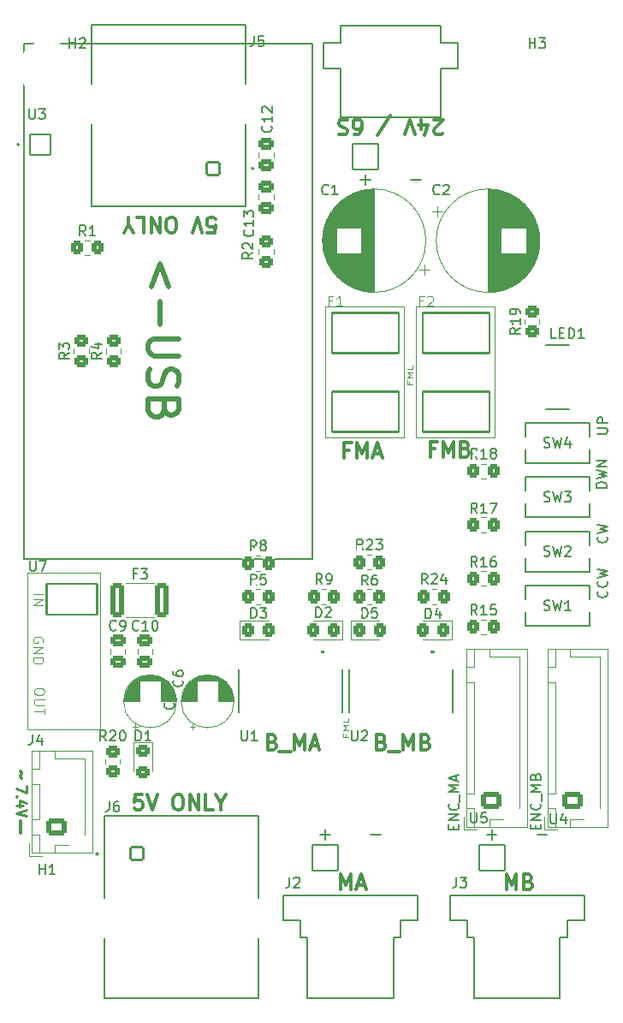
<source format=gto>
%TF.GenerationSoftware,KiCad,Pcbnew,8.0.1-8.0.1-1~ubuntu22.04.1*%
%TF.CreationDate,2024-03-27T01:09:44-04:00*%
%TF.ProjectId,gripper_2024,67726970-7065-4725-9f32-3032342e6b69,rev?*%
%TF.SameCoordinates,Original*%
%TF.FileFunction,Legend,Top*%
%TF.FilePolarity,Positive*%
%FSLAX46Y46*%
G04 Gerber Fmt 4.6, Leading zero omitted, Abs format (unit mm)*
G04 Created by KiCad (PCBNEW 8.0.1-8.0.1-1~ubuntu22.04.1) date 2024-03-27 01:09:44*
%MOMM*%
%LPD*%
G01*
G04 APERTURE LIST*
G04 Aperture macros list*
%AMRoundRect*
0 Rectangle with rounded corners*
0 $1 Rounding radius*
0 $2 $3 $4 $5 $6 $7 $8 $9 X,Y pos of 4 corners*
0 Add a 4 corners polygon primitive as box body*
4,1,4,$2,$3,$4,$5,$6,$7,$8,$9,$2,$3,0*
0 Add four circle primitives for the rounded corners*
1,1,$1+$1,$2,$3*
1,1,$1+$1,$4,$5*
1,1,$1+$1,$6,$7*
1,1,$1+$1,$8,$9*
0 Add four rect primitives between the rounded corners*
20,1,$1+$1,$2,$3,$4,$5,0*
20,1,$1+$1,$4,$5,$6,$7,0*
20,1,$1+$1,$6,$7,$8,$9,0*
20,1,$1+$1,$8,$9,$2,$3,0*%
G04 Aperture macros list end*
%ADD10C,0.300000*%
%ADD11C,0.500000*%
%ADD12C,0.100000*%
%ADD13C,0.187500*%
%ADD14C,0.250000*%
%ADD15C,0.150000*%
%ADD16C,0.120000*%
%ADD17C,0.200000*%
%ADD18C,0.127000*%
%ADD19C,0.000000*%
%ADD20C,0.152400*%
%ADD21RoundRect,0.250000X-0.325000X-0.450000X0.325000X-0.450000X0.325000X0.450000X-0.325000X0.450000X0*%
%ADD22RoundRect,0.250000X0.350000X0.450000X-0.350000X0.450000X-0.350000X-0.450000X0.350000X-0.450000X0*%
%ADD23RoundRect,0.250000X0.450000X-0.350000X0.450000X0.350000X-0.450000X0.350000X-0.450000X-0.350000X0*%
%ADD24C,2.204000*%
%ADD25RoundRect,0.102000X-1.000000X-1.000000X1.000000X-1.000000X1.000000X1.000000X-1.000000X1.000000X0*%
%ADD26RoundRect,0.102000X-2.500000X1.500000X-2.500000X-1.500000X2.500000X-1.500000X2.500000X1.500000X0*%
%ADD27O,4.704000X2.954000*%
%ADD28C,1.200000*%
%ADD29RoundRect,0.250000X0.725000X-0.600000X0.725000X0.600000X-0.725000X0.600000X-0.725000X-0.600000X0*%
%ADD30O,1.950000X1.700000*%
%ADD31R,0.558800X1.460500*%
%ADD32R,1.511300X0.609600*%
%ADD33RoundRect,0.250000X-0.450000X0.350000X-0.450000X-0.350000X0.450000X-0.350000X0.450000X0.350000X0*%
%ADD34RoundRect,0.250000X-0.350000X-0.450000X0.350000X-0.450000X0.350000X0.450000X-0.350000X0.450000X0*%
%ADD35R,1.955800X1.549400*%
%ADD36C,1.472000*%
%ADD37RoundRect,0.102000X-0.634000X-0.634000X0.634000X-0.634000X0.634000X0.634000X-0.634000X0.634000X0*%
%ADD38C,3.350000*%
%ADD39RoundRect,0.102000X0.634000X0.634000X-0.634000X0.634000X-0.634000X-0.634000X0.634000X-0.634000X0*%
%ADD40C,1.712000*%
%ADD41C,2.754000*%
%ADD42RoundRect,0.102000X1.275000X1.275000X-1.275000X1.275000X-1.275000X-1.275000X1.275000X-1.275000X0*%
%ADD43RoundRect,0.102000X-1.275000X-1.275000X1.275000X-1.275000X1.275000X1.275000X-1.275000X1.275000X0*%
%ADD44C,5.600000*%
%ADD45C,3.600000*%
%ADD46RoundRect,0.250000X0.400000X1.450000X-0.400000X1.450000X-0.400000X-1.450000X0.400000X-1.450000X0*%
%ADD47RoundRect,0.102000X-3.300000X2.000000X-3.300000X-2.000000X3.300000X-2.000000X3.300000X2.000000X0*%
%ADD48RoundRect,0.250000X0.325000X0.450000X-0.325000X0.450000X-0.325000X-0.450000X0.325000X-0.450000X0*%
%ADD49RoundRect,0.250000X-0.450000X0.325000X-0.450000X-0.325000X0.450000X-0.325000X0.450000X0.325000X0*%
%ADD50RoundRect,0.250000X0.475000X-0.337500X0.475000X0.337500X-0.475000X0.337500X-0.475000X-0.337500X0*%
%ADD51RoundRect,0.250000X-0.475000X0.337500X-0.475000X-0.337500X0.475000X-0.337500X0.475000X0.337500X0*%
%ADD52R,1.600000X1.600000*%
%ADD53C,1.600000*%
%ADD54R,2.000000X2.000000*%
%ADD55C,2.000000*%
%ADD56C,0.600000*%
G04 APERTURE END LIST*
D10*
X36378571Y-35699171D02*
X37092857Y-35699171D01*
X37092857Y-35699171D02*
X37164285Y-34984885D01*
X37164285Y-34984885D02*
X37092857Y-35056314D01*
X37092857Y-35056314D02*
X36950000Y-35127742D01*
X36950000Y-35127742D02*
X36592857Y-35127742D01*
X36592857Y-35127742D02*
X36450000Y-35056314D01*
X36450000Y-35056314D02*
X36378571Y-34984885D01*
X36378571Y-34984885D02*
X36307142Y-34842028D01*
X36307142Y-34842028D02*
X36307142Y-34484885D01*
X36307142Y-34484885D02*
X36378571Y-34342028D01*
X36378571Y-34342028D02*
X36450000Y-34270600D01*
X36450000Y-34270600D02*
X36592857Y-34199171D01*
X36592857Y-34199171D02*
X36950000Y-34199171D01*
X36950000Y-34199171D02*
X37092857Y-34270600D01*
X37092857Y-34270600D02*
X37164285Y-34342028D01*
X35878571Y-35699171D02*
X35378571Y-34199171D01*
X35378571Y-34199171D02*
X34878571Y-35699171D01*
X32950000Y-35699171D02*
X32664286Y-35699171D01*
X32664286Y-35699171D02*
X32521429Y-35627742D01*
X32521429Y-35627742D02*
X32378572Y-35484885D01*
X32378572Y-35484885D02*
X32307143Y-35199171D01*
X32307143Y-35199171D02*
X32307143Y-34699171D01*
X32307143Y-34699171D02*
X32378572Y-34413457D01*
X32378572Y-34413457D02*
X32521429Y-34270600D01*
X32521429Y-34270600D02*
X32664286Y-34199171D01*
X32664286Y-34199171D02*
X32950000Y-34199171D01*
X32950000Y-34199171D02*
X33092858Y-34270600D01*
X33092858Y-34270600D02*
X33235715Y-34413457D01*
X33235715Y-34413457D02*
X33307143Y-34699171D01*
X33307143Y-34699171D02*
X33307143Y-35199171D01*
X33307143Y-35199171D02*
X33235715Y-35484885D01*
X33235715Y-35484885D02*
X33092858Y-35627742D01*
X33092858Y-35627742D02*
X32950000Y-35699171D01*
X31664286Y-34199171D02*
X31664286Y-35699171D01*
X31664286Y-35699171D02*
X30807143Y-34199171D01*
X30807143Y-34199171D02*
X30807143Y-35699171D01*
X29378571Y-34199171D02*
X30092857Y-34199171D01*
X30092857Y-34199171D02*
X30092857Y-35699171D01*
X28592856Y-34913457D02*
X28592856Y-34199171D01*
X29092856Y-35699171D02*
X28592856Y-34913457D01*
X28592856Y-34913457D02*
X28092856Y-35699171D01*
X29921428Y-91300828D02*
X29207142Y-91300828D01*
X29207142Y-91300828D02*
X29135714Y-92015114D01*
X29135714Y-92015114D02*
X29207142Y-91943685D01*
X29207142Y-91943685D02*
X29350000Y-91872257D01*
X29350000Y-91872257D02*
X29707142Y-91872257D01*
X29707142Y-91872257D02*
X29850000Y-91943685D01*
X29850000Y-91943685D02*
X29921428Y-92015114D01*
X29921428Y-92015114D02*
X29992857Y-92157971D01*
X29992857Y-92157971D02*
X29992857Y-92515114D01*
X29992857Y-92515114D02*
X29921428Y-92657971D01*
X29921428Y-92657971D02*
X29850000Y-92729400D01*
X29850000Y-92729400D02*
X29707142Y-92800828D01*
X29707142Y-92800828D02*
X29350000Y-92800828D01*
X29350000Y-92800828D02*
X29207142Y-92729400D01*
X29207142Y-92729400D02*
X29135714Y-92657971D01*
X30421428Y-91300828D02*
X30921428Y-92800828D01*
X30921428Y-92800828D02*
X31421428Y-91300828D01*
X33349999Y-91300828D02*
X33635713Y-91300828D01*
X33635713Y-91300828D02*
X33778570Y-91372257D01*
X33778570Y-91372257D02*
X33921427Y-91515114D01*
X33921427Y-91515114D02*
X33992856Y-91800828D01*
X33992856Y-91800828D02*
X33992856Y-92300828D01*
X33992856Y-92300828D02*
X33921427Y-92586542D01*
X33921427Y-92586542D02*
X33778570Y-92729400D01*
X33778570Y-92729400D02*
X33635713Y-92800828D01*
X33635713Y-92800828D02*
X33349999Y-92800828D01*
X33349999Y-92800828D02*
X33207142Y-92729400D01*
X33207142Y-92729400D02*
X33064284Y-92586542D01*
X33064284Y-92586542D02*
X32992856Y-92300828D01*
X32992856Y-92300828D02*
X32992856Y-91800828D01*
X32992856Y-91800828D02*
X33064284Y-91515114D01*
X33064284Y-91515114D02*
X33207142Y-91372257D01*
X33207142Y-91372257D02*
X33349999Y-91300828D01*
X34635713Y-92800828D02*
X34635713Y-91300828D01*
X34635713Y-91300828D02*
X35492856Y-92800828D01*
X35492856Y-92800828D02*
X35492856Y-91300828D01*
X36921428Y-92800828D02*
X36207142Y-92800828D01*
X36207142Y-92800828D02*
X36207142Y-91300828D01*
X37707143Y-92086542D02*
X37707143Y-92800828D01*
X37207143Y-91300828D02*
X37707143Y-92086542D01*
X37707143Y-92086542D02*
X38207143Y-91300828D01*
D11*
X32538142Y-41042857D02*
X31681000Y-38757142D01*
X31681000Y-38757142D02*
X30823857Y-41042857D01*
X31681000Y-42471428D02*
X31681000Y-44757143D01*
X33538142Y-46185714D02*
X31109571Y-46185714D01*
X31109571Y-46185714D02*
X30823857Y-46328571D01*
X30823857Y-46328571D02*
X30681000Y-46471429D01*
X30681000Y-46471429D02*
X30538142Y-46757143D01*
X30538142Y-46757143D02*
X30538142Y-47328571D01*
X30538142Y-47328571D02*
X30681000Y-47614286D01*
X30681000Y-47614286D02*
X30823857Y-47757143D01*
X30823857Y-47757143D02*
X31109571Y-47900000D01*
X31109571Y-47900000D02*
X33538142Y-47900000D01*
X30681000Y-49185714D02*
X30538142Y-49614286D01*
X30538142Y-49614286D02*
X30538142Y-50328571D01*
X30538142Y-50328571D02*
X30681000Y-50614286D01*
X30681000Y-50614286D02*
X30823857Y-50757143D01*
X30823857Y-50757143D02*
X31109571Y-50900000D01*
X31109571Y-50900000D02*
X31395285Y-50900000D01*
X31395285Y-50900000D02*
X31681000Y-50757143D01*
X31681000Y-50757143D02*
X31823857Y-50614286D01*
X31823857Y-50614286D02*
X31966714Y-50328571D01*
X31966714Y-50328571D02*
X32109571Y-49757143D01*
X32109571Y-49757143D02*
X32252428Y-49471428D01*
X32252428Y-49471428D02*
X32395285Y-49328571D01*
X32395285Y-49328571D02*
X32681000Y-49185714D01*
X32681000Y-49185714D02*
X32966714Y-49185714D01*
X32966714Y-49185714D02*
X33252428Y-49328571D01*
X33252428Y-49328571D02*
X33395285Y-49471428D01*
X33395285Y-49471428D02*
X33538142Y-49757143D01*
X33538142Y-49757143D02*
X33538142Y-50471428D01*
X33538142Y-50471428D02*
X33395285Y-50900000D01*
X32109571Y-53185714D02*
X31966714Y-53614286D01*
X31966714Y-53614286D02*
X31823857Y-53757143D01*
X31823857Y-53757143D02*
X31538142Y-53900000D01*
X31538142Y-53900000D02*
X31109571Y-53900000D01*
X31109571Y-53900000D02*
X30823857Y-53757143D01*
X30823857Y-53757143D02*
X30681000Y-53614286D01*
X30681000Y-53614286D02*
X30538142Y-53328571D01*
X30538142Y-53328571D02*
X30538142Y-52185714D01*
X30538142Y-52185714D02*
X33538142Y-52185714D01*
X33538142Y-52185714D02*
X33538142Y-53185714D01*
X33538142Y-53185714D02*
X33395285Y-53471429D01*
X33395285Y-53471429D02*
X33252428Y-53614286D01*
X33252428Y-53614286D02*
X32966714Y-53757143D01*
X32966714Y-53757143D02*
X32681000Y-53757143D01*
X32681000Y-53757143D02*
X32395285Y-53614286D01*
X32395285Y-53614286D02*
X32252428Y-53471429D01*
X32252428Y-53471429D02*
X32109571Y-53185714D01*
X32109571Y-53185714D02*
X32109571Y-52185714D01*
D12*
X50064204Y-85324999D02*
X50064204Y-85574999D01*
X50326109Y-85574999D02*
X49826109Y-85574999D01*
X49826109Y-85574999D02*
X49826109Y-85217856D01*
X50326109Y-84932142D02*
X49826109Y-84932142D01*
X49826109Y-84932142D02*
X50183252Y-84682142D01*
X50183252Y-84682142D02*
X49826109Y-84432142D01*
X49826109Y-84432142D02*
X50326109Y-84432142D01*
X50326109Y-83717856D02*
X50326109Y-84074999D01*
X50326109Y-84074999D02*
X49826109Y-84074999D01*
D10*
X53628571Y-86092614D02*
X53842857Y-86164042D01*
X53842857Y-86164042D02*
X53914286Y-86235471D01*
X53914286Y-86235471D02*
X53985714Y-86378328D01*
X53985714Y-86378328D02*
X53985714Y-86592614D01*
X53985714Y-86592614D02*
X53914286Y-86735471D01*
X53914286Y-86735471D02*
X53842857Y-86806900D01*
X53842857Y-86806900D02*
X53700000Y-86878328D01*
X53700000Y-86878328D02*
X53128571Y-86878328D01*
X53128571Y-86878328D02*
X53128571Y-85378328D01*
X53128571Y-85378328D02*
X53628571Y-85378328D01*
X53628571Y-85378328D02*
X53771429Y-85449757D01*
X53771429Y-85449757D02*
X53842857Y-85521185D01*
X53842857Y-85521185D02*
X53914286Y-85664042D01*
X53914286Y-85664042D02*
X53914286Y-85806900D01*
X53914286Y-85806900D02*
X53842857Y-85949757D01*
X53842857Y-85949757D02*
X53771429Y-86021185D01*
X53771429Y-86021185D02*
X53628571Y-86092614D01*
X53628571Y-86092614D02*
X53128571Y-86092614D01*
X54271429Y-87021185D02*
X55414286Y-87021185D01*
X55771428Y-86878328D02*
X55771428Y-85378328D01*
X55771428Y-85378328D02*
X56271428Y-86449757D01*
X56271428Y-86449757D02*
X56771428Y-85378328D01*
X56771428Y-85378328D02*
X56771428Y-86878328D01*
X57985714Y-86092614D02*
X58200000Y-86164042D01*
X58200000Y-86164042D02*
X58271429Y-86235471D01*
X58271429Y-86235471D02*
X58342857Y-86378328D01*
X58342857Y-86378328D02*
X58342857Y-86592614D01*
X58342857Y-86592614D02*
X58271429Y-86735471D01*
X58271429Y-86735471D02*
X58200000Y-86806900D01*
X58200000Y-86806900D02*
X58057143Y-86878328D01*
X58057143Y-86878328D02*
X57485714Y-86878328D01*
X57485714Y-86878328D02*
X57485714Y-85378328D01*
X57485714Y-85378328D02*
X57985714Y-85378328D01*
X57985714Y-85378328D02*
X58128572Y-85449757D01*
X58128572Y-85449757D02*
X58200000Y-85521185D01*
X58200000Y-85521185D02*
X58271429Y-85664042D01*
X58271429Y-85664042D02*
X58271429Y-85806900D01*
X58271429Y-85806900D02*
X58200000Y-85949757D01*
X58200000Y-85949757D02*
X58128572Y-86021185D01*
X58128572Y-86021185D02*
X57985714Y-86092614D01*
X57985714Y-86092614D02*
X57485714Y-86092614D01*
X42835714Y-86092614D02*
X43050000Y-86164042D01*
X43050000Y-86164042D02*
X43121429Y-86235471D01*
X43121429Y-86235471D02*
X43192857Y-86378328D01*
X43192857Y-86378328D02*
X43192857Y-86592614D01*
X43192857Y-86592614D02*
X43121429Y-86735471D01*
X43121429Y-86735471D02*
X43050000Y-86806900D01*
X43050000Y-86806900D02*
X42907143Y-86878328D01*
X42907143Y-86878328D02*
X42335714Y-86878328D01*
X42335714Y-86878328D02*
X42335714Y-85378328D01*
X42335714Y-85378328D02*
X42835714Y-85378328D01*
X42835714Y-85378328D02*
X42978572Y-85449757D01*
X42978572Y-85449757D02*
X43050000Y-85521185D01*
X43050000Y-85521185D02*
X43121429Y-85664042D01*
X43121429Y-85664042D02*
X43121429Y-85806900D01*
X43121429Y-85806900D02*
X43050000Y-85949757D01*
X43050000Y-85949757D02*
X42978572Y-86021185D01*
X42978572Y-86021185D02*
X42835714Y-86092614D01*
X42835714Y-86092614D02*
X42335714Y-86092614D01*
X43478572Y-87021185D02*
X44621429Y-87021185D01*
X44978571Y-86878328D02*
X44978571Y-85378328D01*
X44978571Y-85378328D02*
X45478571Y-86449757D01*
X45478571Y-86449757D02*
X45978571Y-85378328D01*
X45978571Y-85378328D02*
X45978571Y-86878328D01*
X46621429Y-86449757D02*
X47335715Y-86449757D01*
X46478572Y-86878328D02*
X46978572Y-85378328D01*
X46978572Y-85378328D02*
X47478572Y-86878328D01*
D13*
X60729059Y-94719047D02*
X60729059Y-94385714D01*
X61252869Y-94242857D02*
X61252869Y-94719047D01*
X61252869Y-94719047D02*
X60252869Y-94719047D01*
X60252869Y-94719047D02*
X60252869Y-94242857D01*
X61252869Y-93814285D02*
X60252869Y-93814285D01*
X60252869Y-93814285D02*
X61252869Y-93242857D01*
X61252869Y-93242857D02*
X60252869Y-93242857D01*
X61157630Y-92195238D02*
X61205250Y-92242857D01*
X61205250Y-92242857D02*
X61252869Y-92385714D01*
X61252869Y-92385714D02*
X61252869Y-92480952D01*
X61252869Y-92480952D02*
X61205250Y-92623809D01*
X61205250Y-92623809D02*
X61110011Y-92719047D01*
X61110011Y-92719047D02*
X61014773Y-92766666D01*
X61014773Y-92766666D02*
X60824297Y-92814285D01*
X60824297Y-92814285D02*
X60681440Y-92814285D01*
X60681440Y-92814285D02*
X60490964Y-92766666D01*
X60490964Y-92766666D02*
X60395726Y-92719047D01*
X60395726Y-92719047D02*
X60300488Y-92623809D01*
X60300488Y-92623809D02*
X60252869Y-92480952D01*
X60252869Y-92480952D02*
X60252869Y-92385714D01*
X60252869Y-92385714D02*
X60300488Y-92242857D01*
X60300488Y-92242857D02*
X60348107Y-92195238D01*
X61348107Y-92004762D02*
X61348107Y-91242857D01*
X61252869Y-91004761D02*
X60252869Y-91004761D01*
X60252869Y-91004761D02*
X60967154Y-90671428D01*
X60967154Y-90671428D02*
X60252869Y-90338095D01*
X60252869Y-90338095D02*
X61252869Y-90338095D01*
X60967154Y-89909523D02*
X60967154Y-89433333D01*
X61252869Y-90004761D02*
X60252869Y-89671428D01*
X60252869Y-89671428D02*
X61252869Y-89338095D01*
X68829059Y-94690475D02*
X68829059Y-94357142D01*
X69352869Y-94214285D02*
X69352869Y-94690475D01*
X69352869Y-94690475D02*
X68352869Y-94690475D01*
X68352869Y-94690475D02*
X68352869Y-94214285D01*
X69352869Y-93785713D02*
X68352869Y-93785713D01*
X68352869Y-93785713D02*
X69352869Y-93214285D01*
X69352869Y-93214285D02*
X68352869Y-93214285D01*
X69257630Y-92166666D02*
X69305250Y-92214285D01*
X69305250Y-92214285D02*
X69352869Y-92357142D01*
X69352869Y-92357142D02*
X69352869Y-92452380D01*
X69352869Y-92452380D02*
X69305250Y-92595237D01*
X69305250Y-92595237D02*
X69210011Y-92690475D01*
X69210011Y-92690475D02*
X69114773Y-92738094D01*
X69114773Y-92738094D02*
X68924297Y-92785713D01*
X68924297Y-92785713D02*
X68781440Y-92785713D01*
X68781440Y-92785713D02*
X68590964Y-92738094D01*
X68590964Y-92738094D02*
X68495726Y-92690475D01*
X68495726Y-92690475D02*
X68400488Y-92595237D01*
X68400488Y-92595237D02*
X68352869Y-92452380D01*
X68352869Y-92452380D02*
X68352869Y-92357142D01*
X68352869Y-92357142D02*
X68400488Y-92214285D01*
X68400488Y-92214285D02*
X68448107Y-92166666D01*
X69448107Y-91976190D02*
X69448107Y-91214285D01*
X69352869Y-90976189D02*
X68352869Y-90976189D01*
X68352869Y-90976189D02*
X69067154Y-90642856D01*
X69067154Y-90642856D02*
X68352869Y-90309523D01*
X68352869Y-90309523D02*
X69352869Y-90309523D01*
X68829059Y-89499999D02*
X68876678Y-89357142D01*
X68876678Y-89357142D02*
X68924297Y-89309523D01*
X68924297Y-89309523D02*
X69019535Y-89261904D01*
X69019535Y-89261904D02*
X69162392Y-89261904D01*
X69162392Y-89261904D02*
X69257630Y-89309523D01*
X69257630Y-89309523D02*
X69305250Y-89357142D01*
X69305250Y-89357142D02*
X69352869Y-89452380D01*
X69352869Y-89452380D02*
X69352869Y-89833332D01*
X69352869Y-89833332D02*
X68352869Y-89833332D01*
X68352869Y-89833332D02*
X68352869Y-89499999D01*
X68352869Y-89499999D02*
X68400488Y-89404761D01*
X68400488Y-89404761D02*
X68448107Y-89357142D01*
X68448107Y-89357142D02*
X68543345Y-89309523D01*
X68543345Y-89309523D02*
X68638583Y-89309523D01*
X68638583Y-89309523D02*
X68733821Y-89357142D01*
X68733821Y-89357142D02*
X68781440Y-89404761D01*
X68781440Y-89404761D02*
X68829059Y-89499999D01*
X68829059Y-89499999D02*
X68829059Y-89833332D01*
D12*
X56364204Y-50424999D02*
X56364204Y-50674999D01*
X56626109Y-50674999D02*
X56126109Y-50674999D01*
X56126109Y-50674999D02*
X56126109Y-50317856D01*
X56626109Y-50032142D02*
X56126109Y-50032142D01*
X56126109Y-50032142D02*
X56483252Y-49782142D01*
X56483252Y-49782142D02*
X56126109Y-49532142D01*
X56126109Y-49532142D02*
X56626109Y-49532142D01*
X56626109Y-48817856D02*
X56626109Y-49174999D01*
X56626109Y-49174999D02*
X56126109Y-49174999D01*
D10*
X58907142Y-57092614D02*
X58407142Y-57092614D01*
X58407142Y-57878328D02*
X58407142Y-56378328D01*
X58407142Y-56378328D02*
X59121428Y-56378328D01*
X59692856Y-57878328D02*
X59692856Y-56378328D01*
X59692856Y-56378328D02*
X60192856Y-57449757D01*
X60192856Y-57449757D02*
X60692856Y-56378328D01*
X60692856Y-56378328D02*
X60692856Y-57878328D01*
X61907142Y-57092614D02*
X62121428Y-57164042D01*
X62121428Y-57164042D02*
X62192857Y-57235471D01*
X62192857Y-57235471D02*
X62264285Y-57378328D01*
X62264285Y-57378328D02*
X62264285Y-57592614D01*
X62264285Y-57592614D02*
X62192857Y-57735471D01*
X62192857Y-57735471D02*
X62121428Y-57806900D01*
X62121428Y-57806900D02*
X61978571Y-57878328D01*
X61978571Y-57878328D02*
X61407142Y-57878328D01*
X61407142Y-57878328D02*
X61407142Y-56378328D01*
X61407142Y-56378328D02*
X61907142Y-56378328D01*
X61907142Y-56378328D02*
X62050000Y-56449757D01*
X62050000Y-56449757D02*
X62121428Y-56521185D01*
X62121428Y-56521185D02*
X62192857Y-56664042D01*
X62192857Y-56664042D02*
X62192857Y-56806900D01*
X62192857Y-56806900D02*
X62121428Y-56949757D01*
X62121428Y-56949757D02*
X62050000Y-57021185D01*
X62050000Y-57021185D02*
X61907142Y-57092614D01*
X61907142Y-57092614D02*
X61407142Y-57092614D01*
X50414285Y-57192614D02*
X49914285Y-57192614D01*
X49914285Y-57978328D02*
X49914285Y-56478328D01*
X49914285Y-56478328D02*
X50628571Y-56478328D01*
X51199999Y-57978328D02*
X51199999Y-56478328D01*
X51199999Y-56478328D02*
X51699999Y-57549757D01*
X51699999Y-57549757D02*
X52199999Y-56478328D01*
X52199999Y-56478328D02*
X52199999Y-57978328D01*
X52842857Y-57549757D02*
X53557143Y-57549757D01*
X52700000Y-57978328D02*
X53200000Y-56478328D01*
X53200000Y-56478328D02*
X53700000Y-57978328D01*
D13*
X75857630Y-71161904D02*
X75905250Y-71209523D01*
X75905250Y-71209523D02*
X75952869Y-71352380D01*
X75952869Y-71352380D02*
X75952869Y-71447618D01*
X75952869Y-71447618D02*
X75905250Y-71590475D01*
X75905250Y-71590475D02*
X75810011Y-71685713D01*
X75810011Y-71685713D02*
X75714773Y-71733332D01*
X75714773Y-71733332D02*
X75524297Y-71780951D01*
X75524297Y-71780951D02*
X75381440Y-71780951D01*
X75381440Y-71780951D02*
X75190964Y-71733332D01*
X75190964Y-71733332D02*
X75095726Y-71685713D01*
X75095726Y-71685713D02*
X75000488Y-71590475D01*
X75000488Y-71590475D02*
X74952869Y-71447618D01*
X74952869Y-71447618D02*
X74952869Y-71352380D01*
X74952869Y-71352380D02*
X75000488Y-71209523D01*
X75000488Y-71209523D02*
X75048107Y-71161904D01*
X75857630Y-70161904D02*
X75905250Y-70209523D01*
X75905250Y-70209523D02*
X75952869Y-70352380D01*
X75952869Y-70352380D02*
X75952869Y-70447618D01*
X75952869Y-70447618D02*
X75905250Y-70590475D01*
X75905250Y-70590475D02*
X75810011Y-70685713D01*
X75810011Y-70685713D02*
X75714773Y-70733332D01*
X75714773Y-70733332D02*
X75524297Y-70780951D01*
X75524297Y-70780951D02*
X75381440Y-70780951D01*
X75381440Y-70780951D02*
X75190964Y-70733332D01*
X75190964Y-70733332D02*
X75095726Y-70685713D01*
X75095726Y-70685713D02*
X75000488Y-70590475D01*
X75000488Y-70590475D02*
X74952869Y-70447618D01*
X74952869Y-70447618D02*
X74952869Y-70352380D01*
X74952869Y-70352380D02*
X75000488Y-70209523D01*
X75000488Y-70209523D02*
X75048107Y-70161904D01*
X74952869Y-69828570D02*
X75952869Y-69590475D01*
X75952869Y-69590475D02*
X75238583Y-69399999D01*
X75238583Y-69399999D02*
X75952869Y-69209523D01*
X75952869Y-69209523D02*
X74952869Y-68971428D01*
X75857630Y-65761904D02*
X75905250Y-65809523D01*
X75905250Y-65809523D02*
X75952869Y-65952380D01*
X75952869Y-65952380D02*
X75952869Y-66047618D01*
X75952869Y-66047618D02*
X75905250Y-66190475D01*
X75905250Y-66190475D02*
X75810011Y-66285713D01*
X75810011Y-66285713D02*
X75714773Y-66333332D01*
X75714773Y-66333332D02*
X75524297Y-66380951D01*
X75524297Y-66380951D02*
X75381440Y-66380951D01*
X75381440Y-66380951D02*
X75190964Y-66333332D01*
X75190964Y-66333332D02*
X75095726Y-66285713D01*
X75095726Y-66285713D02*
X75000488Y-66190475D01*
X75000488Y-66190475D02*
X74952869Y-66047618D01*
X74952869Y-66047618D02*
X74952869Y-65952380D01*
X74952869Y-65952380D02*
X75000488Y-65809523D01*
X75000488Y-65809523D02*
X75048107Y-65761904D01*
X74952869Y-65428570D02*
X75952869Y-65190475D01*
X75952869Y-65190475D02*
X75238583Y-64999999D01*
X75238583Y-64999999D02*
X75952869Y-64809523D01*
X75952869Y-64809523D02*
X74952869Y-64571428D01*
X74952869Y-55585713D02*
X75762392Y-55585713D01*
X75762392Y-55585713D02*
X75857630Y-55538094D01*
X75857630Y-55538094D02*
X75905250Y-55490475D01*
X75905250Y-55490475D02*
X75952869Y-55395237D01*
X75952869Y-55395237D02*
X75952869Y-55204761D01*
X75952869Y-55204761D02*
X75905250Y-55109523D01*
X75905250Y-55109523D02*
X75857630Y-55061904D01*
X75857630Y-55061904D02*
X75762392Y-55014285D01*
X75762392Y-55014285D02*
X74952869Y-55014285D01*
X75952869Y-54538094D02*
X74952869Y-54538094D01*
X74952869Y-54538094D02*
X74952869Y-54157142D01*
X74952869Y-54157142D02*
X75000488Y-54061904D01*
X75000488Y-54061904D02*
X75048107Y-54014285D01*
X75048107Y-54014285D02*
X75143345Y-53966666D01*
X75143345Y-53966666D02*
X75286202Y-53966666D01*
X75286202Y-53966666D02*
X75381440Y-54014285D01*
X75381440Y-54014285D02*
X75429059Y-54061904D01*
X75429059Y-54061904D02*
X75476678Y-54157142D01*
X75476678Y-54157142D02*
X75476678Y-54538094D01*
X75852869Y-60957142D02*
X74852869Y-60957142D01*
X74852869Y-60957142D02*
X74852869Y-60719047D01*
X74852869Y-60719047D02*
X74900488Y-60576190D01*
X74900488Y-60576190D02*
X74995726Y-60480952D01*
X74995726Y-60480952D02*
X75090964Y-60433333D01*
X75090964Y-60433333D02*
X75281440Y-60385714D01*
X75281440Y-60385714D02*
X75424297Y-60385714D01*
X75424297Y-60385714D02*
X75614773Y-60433333D01*
X75614773Y-60433333D02*
X75710011Y-60480952D01*
X75710011Y-60480952D02*
X75805250Y-60576190D01*
X75805250Y-60576190D02*
X75852869Y-60719047D01*
X75852869Y-60719047D02*
X75852869Y-60957142D01*
X74852869Y-60052380D02*
X75852869Y-59814285D01*
X75852869Y-59814285D02*
X75138583Y-59623809D01*
X75138583Y-59623809D02*
X75852869Y-59433333D01*
X75852869Y-59433333D02*
X74852869Y-59195238D01*
X75852869Y-58814285D02*
X74852869Y-58814285D01*
X74852869Y-58814285D02*
X75852869Y-58242857D01*
X75852869Y-58242857D02*
X74852869Y-58242857D01*
D10*
X59642855Y-25878814D02*
X59571427Y-25950242D01*
X59571427Y-25950242D02*
X59428570Y-26021671D01*
X59428570Y-26021671D02*
X59071427Y-26021671D01*
X59071427Y-26021671D02*
X58928570Y-25950242D01*
X58928570Y-25950242D02*
X58857141Y-25878814D01*
X58857141Y-25878814D02*
X58785712Y-25735957D01*
X58785712Y-25735957D02*
X58785712Y-25593100D01*
X58785712Y-25593100D02*
X58857141Y-25378814D01*
X58857141Y-25378814D02*
X59714284Y-24521671D01*
X59714284Y-24521671D02*
X58785712Y-24521671D01*
X57499999Y-25521671D02*
X57499999Y-24521671D01*
X57857141Y-26093100D02*
X58214284Y-25021671D01*
X58214284Y-25021671D02*
X57285713Y-25021671D01*
X56928570Y-26021671D02*
X56428570Y-24521671D01*
X56428570Y-24521671D02*
X55928570Y-26021671D01*
X53214285Y-26093100D02*
X54499999Y-24164528D01*
X50928571Y-26021671D02*
X51214285Y-26021671D01*
X51214285Y-26021671D02*
X51357142Y-25950242D01*
X51357142Y-25950242D02*
X51428571Y-25878814D01*
X51428571Y-25878814D02*
X51571428Y-25664528D01*
X51571428Y-25664528D02*
X51642856Y-25378814D01*
X51642856Y-25378814D02*
X51642856Y-24807385D01*
X51642856Y-24807385D02*
X51571428Y-24664528D01*
X51571428Y-24664528D02*
X51499999Y-24593100D01*
X51499999Y-24593100D02*
X51357142Y-24521671D01*
X51357142Y-24521671D02*
X51071428Y-24521671D01*
X51071428Y-24521671D02*
X50928571Y-24593100D01*
X50928571Y-24593100D02*
X50857142Y-24664528D01*
X50857142Y-24664528D02*
X50785713Y-24807385D01*
X50785713Y-24807385D02*
X50785713Y-25164528D01*
X50785713Y-25164528D02*
X50857142Y-25307385D01*
X50857142Y-25307385D02*
X50928571Y-25378814D01*
X50928571Y-25378814D02*
X51071428Y-25450242D01*
X51071428Y-25450242D02*
X51357142Y-25450242D01*
X51357142Y-25450242D02*
X51499999Y-25378814D01*
X51499999Y-25378814D02*
X51571428Y-25307385D01*
X51571428Y-25307385D02*
X51642856Y-25164528D01*
X50214285Y-24593100D02*
X50000000Y-24521671D01*
X50000000Y-24521671D02*
X49642857Y-24521671D01*
X49642857Y-24521671D02*
X49500000Y-24593100D01*
X49500000Y-24593100D02*
X49428571Y-24664528D01*
X49428571Y-24664528D02*
X49357142Y-24807385D01*
X49357142Y-24807385D02*
X49357142Y-24950242D01*
X49357142Y-24950242D02*
X49428571Y-25093100D01*
X49428571Y-25093100D02*
X49500000Y-25164528D01*
X49500000Y-25164528D02*
X49642857Y-25235957D01*
X49642857Y-25235957D02*
X49928571Y-25307385D01*
X49928571Y-25307385D02*
X50071428Y-25378814D01*
X50071428Y-25378814D02*
X50142857Y-25450242D01*
X50142857Y-25450242D02*
X50214285Y-25593100D01*
X50214285Y-25593100D02*
X50214285Y-25735957D01*
X50214285Y-25735957D02*
X50142857Y-25878814D01*
X50142857Y-25878814D02*
X50071428Y-25950242D01*
X50071428Y-25950242D02*
X49928571Y-26021671D01*
X49928571Y-26021671D02*
X49571428Y-26021671D01*
X49571428Y-26021671D02*
X49357142Y-25950242D01*
X65949999Y-100678328D02*
X65949999Y-99178328D01*
X65949999Y-99178328D02*
X66449999Y-100249757D01*
X66449999Y-100249757D02*
X66949999Y-99178328D01*
X66949999Y-99178328D02*
X66949999Y-100678328D01*
X68164285Y-99892614D02*
X68378571Y-99964042D01*
X68378571Y-99964042D02*
X68450000Y-100035471D01*
X68450000Y-100035471D02*
X68521428Y-100178328D01*
X68521428Y-100178328D02*
X68521428Y-100392614D01*
X68521428Y-100392614D02*
X68450000Y-100535471D01*
X68450000Y-100535471D02*
X68378571Y-100606900D01*
X68378571Y-100606900D02*
X68235714Y-100678328D01*
X68235714Y-100678328D02*
X67664285Y-100678328D01*
X67664285Y-100678328D02*
X67664285Y-99178328D01*
X67664285Y-99178328D02*
X68164285Y-99178328D01*
X68164285Y-99178328D02*
X68307143Y-99249757D01*
X68307143Y-99249757D02*
X68378571Y-99321185D01*
X68378571Y-99321185D02*
X68450000Y-99464042D01*
X68450000Y-99464042D02*
X68450000Y-99606900D01*
X68450000Y-99606900D02*
X68378571Y-99749757D01*
X68378571Y-99749757D02*
X68307143Y-99821185D01*
X68307143Y-99821185D02*
X68164285Y-99892614D01*
X68164285Y-99892614D02*
X67664285Y-99892614D01*
X49557142Y-100678328D02*
X49557142Y-99178328D01*
X49557142Y-99178328D02*
X50057142Y-100249757D01*
X50057142Y-100249757D02*
X50557142Y-99178328D01*
X50557142Y-99178328D02*
X50557142Y-100678328D01*
X51200000Y-100249757D02*
X51914286Y-100249757D01*
X51057143Y-100678328D02*
X51557143Y-99178328D01*
X51557143Y-99178328D02*
X52057143Y-100678328D01*
X18006900Y-89692856D02*
X17935471Y-89621428D01*
X17935471Y-89621428D02*
X17864042Y-89478571D01*
X17864042Y-89478571D02*
X18006900Y-89192856D01*
X18006900Y-89192856D02*
X17935471Y-89049999D01*
X17935471Y-89049999D02*
X17864042Y-88978571D01*
D14*
X18450380Y-90423810D02*
X18450380Y-91090476D01*
X18450380Y-91090476D02*
X17450380Y-90661905D01*
X17545619Y-91471429D02*
X17498000Y-91519048D01*
X17498000Y-91519048D02*
X17450380Y-91471429D01*
X17450380Y-91471429D02*
X17498000Y-91423810D01*
X17498000Y-91423810D02*
X17545619Y-91471429D01*
X17545619Y-91471429D02*
X17450380Y-91471429D01*
X18117047Y-92376190D02*
X17450380Y-92376190D01*
X18498000Y-92138095D02*
X17783714Y-91900000D01*
X17783714Y-91900000D02*
X17783714Y-92519047D01*
X18450380Y-92757143D02*
X17450380Y-93090476D01*
X17450380Y-93090476D02*
X18450380Y-93423809D01*
D10*
X17906900Y-95071428D02*
X17906900Y-93928571D01*
D15*
X51661905Y-73804819D02*
X51661905Y-72804819D01*
X51661905Y-72804819D02*
X51900000Y-72804819D01*
X51900000Y-72804819D02*
X52042857Y-72852438D01*
X52042857Y-72852438D02*
X52138095Y-72947676D01*
X52138095Y-72947676D02*
X52185714Y-73042914D01*
X52185714Y-73042914D02*
X52233333Y-73233390D01*
X52233333Y-73233390D02*
X52233333Y-73376247D01*
X52233333Y-73376247D02*
X52185714Y-73566723D01*
X52185714Y-73566723D02*
X52138095Y-73661961D01*
X52138095Y-73661961D02*
X52042857Y-73757200D01*
X52042857Y-73757200D02*
X51900000Y-73804819D01*
X51900000Y-73804819D02*
X51661905Y-73804819D01*
X53138095Y-72804819D02*
X52661905Y-72804819D01*
X52661905Y-72804819D02*
X52614286Y-73281009D01*
X52614286Y-73281009D02*
X52661905Y-73233390D01*
X52661905Y-73233390D02*
X52757143Y-73185771D01*
X52757143Y-73185771D02*
X52995238Y-73185771D01*
X52995238Y-73185771D02*
X53090476Y-73233390D01*
X53090476Y-73233390D02*
X53138095Y-73281009D01*
X53138095Y-73281009D02*
X53185714Y-73376247D01*
X53185714Y-73376247D02*
X53185714Y-73614342D01*
X53185714Y-73614342D02*
X53138095Y-73709580D01*
X53138095Y-73709580D02*
X53090476Y-73757200D01*
X53090476Y-73757200D02*
X52995238Y-73804819D01*
X52995238Y-73804819D02*
X52757143Y-73804819D01*
X52757143Y-73804819D02*
X52661905Y-73757200D01*
X52661905Y-73757200D02*
X52614286Y-73709580D01*
X63057142Y-58054819D02*
X62723809Y-57578628D01*
X62485714Y-58054819D02*
X62485714Y-57054819D01*
X62485714Y-57054819D02*
X62866666Y-57054819D01*
X62866666Y-57054819D02*
X62961904Y-57102438D01*
X62961904Y-57102438D02*
X63009523Y-57150057D01*
X63009523Y-57150057D02*
X63057142Y-57245295D01*
X63057142Y-57245295D02*
X63057142Y-57388152D01*
X63057142Y-57388152D02*
X63009523Y-57483390D01*
X63009523Y-57483390D02*
X62961904Y-57531009D01*
X62961904Y-57531009D02*
X62866666Y-57578628D01*
X62866666Y-57578628D02*
X62485714Y-57578628D01*
X64009523Y-58054819D02*
X63438095Y-58054819D01*
X63723809Y-58054819D02*
X63723809Y-57054819D01*
X63723809Y-57054819D02*
X63628571Y-57197676D01*
X63628571Y-57197676D02*
X63533333Y-57292914D01*
X63533333Y-57292914D02*
X63438095Y-57340533D01*
X64580952Y-57483390D02*
X64485714Y-57435771D01*
X64485714Y-57435771D02*
X64438095Y-57388152D01*
X64438095Y-57388152D02*
X64390476Y-57292914D01*
X64390476Y-57292914D02*
X64390476Y-57245295D01*
X64390476Y-57245295D02*
X64438095Y-57150057D01*
X64438095Y-57150057D02*
X64485714Y-57102438D01*
X64485714Y-57102438D02*
X64580952Y-57054819D01*
X64580952Y-57054819D02*
X64771428Y-57054819D01*
X64771428Y-57054819D02*
X64866666Y-57102438D01*
X64866666Y-57102438D02*
X64914285Y-57150057D01*
X64914285Y-57150057D02*
X64961904Y-57245295D01*
X64961904Y-57245295D02*
X64961904Y-57292914D01*
X64961904Y-57292914D02*
X64914285Y-57388152D01*
X64914285Y-57388152D02*
X64866666Y-57435771D01*
X64866666Y-57435771D02*
X64771428Y-57483390D01*
X64771428Y-57483390D02*
X64580952Y-57483390D01*
X64580952Y-57483390D02*
X64485714Y-57531009D01*
X64485714Y-57531009D02*
X64438095Y-57578628D01*
X64438095Y-57578628D02*
X64390476Y-57673866D01*
X64390476Y-57673866D02*
X64390476Y-57864342D01*
X64390476Y-57864342D02*
X64438095Y-57959580D01*
X64438095Y-57959580D02*
X64485714Y-58007200D01*
X64485714Y-58007200D02*
X64580952Y-58054819D01*
X64580952Y-58054819D02*
X64771428Y-58054819D01*
X64771428Y-58054819D02*
X64866666Y-58007200D01*
X64866666Y-58007200D02*
X64914285Y-57959580D01*
X64914285Y-57959580D02*
X64961904Y-57864342D01*
X64961904Y-57864342D02*
X64961904Y-57673866D01*
X64961904Y-57673866D02*
X64914285Y-57578628D01*
X64914285Y-57578628D02*
X64866666Y-57531009D01*
X64866666Y-57531009D02*
X64771428Y-57483390D01*
X67304819Y-45142857D02*
X66828628Y-45476190D01*
X67304819Y-45714285D02*
X66304819Y-45714285D01*
X66304819Y-45714285D02*
X66304819Y-45333333D01*
X66304819Y-45333333D02*
X66352438Y-45238095D01*
X66352438Y-45238095D02*
X66400057Y-45190476D01*
X66400057Y-45190476D02*
X66495295Y-45142857D01*
X66495295Y-45142857D02*
X66638152Y-45142857D01*
X66638152Y-45142857D02*
X66733390Y-45190476D01*
X66733390Y-45190476D02*
X66781009Y-45238095D01*
X66781009Y-45238095D02*
X66828628Y-45333333D01*
X66828628Y-45333333D02*
X66828628Y-45714285D01*
X67304819Y-44190476D02*
X67304819Y-44761904D01*
X67304819Y-44476190D02*
X66304819Y-44476190D01*
X66304819Y-44476190D02*
X66447676Y-44571428D01*
X66447676Y-44571428D02*
X66542914Y-44666666D01*
X66542914Y-44666666D02*
X66590533Y-44761904D01*
X67304819Y-43714285D02*
X67304819Y-43523809D01*
X67304819Y-43523809D02*
X67257200Y-43428571D01*
X67257200Y-43428571D02*
X67209580Y-43380952D01*
X67209580Y-43380952D02*
X67066723Y-43285714D01*
X67066723Y-43285714D02*
X66876247Y-43238095D01*
X66876247Y-43238095D02*
X66495295Y-43238095D01*
X66495295Y-43238095D02*
X66400057Y-43285714D01*
X66400057Y-43285714D02*
X66352438Y-43333333D01*
X66352438Y-43333333D02*
X66304819Y-43428571D01*
X66304819Y-43428571D02*
X66304819Y-43619047D01*
X66304819Y-43619047D02*
X66352438Y-43714285D01*
X66352438Y-43714285D02*
X66400057Y-43761904D01*
X66400057Y-43761904D02*
X66495295Y-43809523D01*
X66495295Y-43809523D02*
X66733390Y-43809523D01*
X66733390Y-43809523D02*
X66828628Y-43761904D01*
X66828628Y-43761904D02*
X66876247Y-43714285D01*
X66876247Y-43714285D02*
X66923866Y-43619047D01*
X66923866Y-43619047D02*
X66923866Y-43428571D01*
X66923866Y-43428571D02*
X66876247Y-43333333D01*
X66876247Y-43333333D02*
X66828628Y-43285714D01*
X66828628Y-43285714D02*
X66733390Y-43238095D01*
X18738095Y-23454819D02*
X18738095Y-24264342D01*
X18738095Y-24264342D02*
X18785714Y-24359580D01*
X18785714Y-24359580D02*
X18833333Y-24407200D01*
X18833333Y-24407200D02*
X18928571Y-24454819D01*
X18928571Y-24454819D02*
X19119047Y-24454819D01*
X19119047Y-24454819D02*
X19214285Y-24407200D01*
X19214285Y-24407200D02*
X19261904Y-24359580D01*
X19261904Y-24359580D02*
X19309523Y-24264342D01*
X19309523Y-24264342D02*
X19309523Y-23454819D01*
X19690476Y-23454819D02*
X20309523Y-23454819D01*
X20309523Y-23454819D02*
X19976190Y-23835771D01*
X19976190Y-23835771D02*
X20119047Y-23835771D01*
X20119047Y-23835771D02*
X20214285Y-23883390D01*
X20214285Y-23883390D02*
X20261904Y-23931009D01*
X20261904Y-23931009D02*
X20309523Y-24026247D01*
X20309523Y-24026247D02*
X20309523Y-24264342D01*
X20309523Y-24264342D02*
X20261904Y-24359580D01*
X20261904Y-24359580D02*
X20214285Y-24407200D01*
X20214285Y-24407200D02*
X20119047Y-24454819D01*
X20119047Y-24454819D02*
X19833333Y-24454819D01*
X19833333Y-24454819D02*
X19738095Y-24407200D01*
X19738095Y-24407200D02*
X19690476Y-24359580D01*
D13*
X18838095Y-68152869D02*
X18838095Y-68962392D01*
X18838095Y-68962392D02*
X18885714Y-69057630D01*
X18885714Y-69057630D02*
X18933333Y-69105250D01*
X18933333Y-69105250D02*
X19028571Y-69152869D01*
X19028571Y-69152869D02*
X19219047Y-69152869D01*
X19219047Y-69152869D02*
X19314285Y-69105250D01*
X19314285Y-69105250D02*
X19361904Y-69057630D01*
X19361904Y-69057630D02*
X19409523Y-68962392D01*
X19409523Y-68962392D02*
X19409523Y-68152869D01*
X19790476Y-68152869D02*
X20457142Y-68152869D01*
X20457142Y-68152869D02*
X20028571Y-69152869D01*
D12*
X19127580Y-71476191D02*
X20127580Y-71476191D01*
X19127580Y-71952381D02*
X20127580Y-71952381D01*
X20127580Y-71952381D02*
X19127580Y-72523809D01*
X19127580Y-72523809D02*
X20127580Y-72523809D01*
X20227580Y-81000000D02*
X20227580Y-81190476D01*
X20227580Y-81190476D02*
X20179961Y-81285714D01*
X20179961Y-81285714D02*
X20084723Y-81380952D01*
X20084723Y-81380952D02*
X19894247Y-81428571D01*
X19894247Y-81428571D02*
X19560914Y-81428571D01*
X19560914Y-81428571D02*
X19370438Y-81380952D01*
X19370438Y-81380952D02*
X19275200Y-81285714D01*
X19275200Y-81285714D02*
X19227580Y-81190476D01*
X19227580Y-81190476D02*
X19227580Y-81000000D01*
X19227580Y-81000000D02*
X19275200Y-80904762D01*
X19275200Y-80904762D02*
X19370438Y-80809524D01*
X19370438Y-80809524D02*
X19560914Y-80761905D01*
X19560914Y-80761905D02*
X19894247Y-80761905D01*
X19894247Y-80761905D02*
X20084723Y-80809524D01*
X20084723Y-80809524D02*
X20179961Y-80904762D01*
X20179961Y-80904762D02*
X20227580Y-81000000D01*
X20227580Y-81857143D02*
X19418057Y-81857143D01*
X19418057Y-81857143D02*
X19322819Y-81904762D01*
X19322819Y-81904762D02*
X19275200Y-81952381D01*
X19275200Y-81952381D02*
X19227580Y-82047619D01*
X19227580Y-82047619D02*
X19227580Y-82238095D01*
X19227580Y-82238095D02*
X19275200Y-82333333D01*
X19275200Y-82333333D02*
X19322819Y-82380952D01*
X19322819Y-82380952D02*
X19418057Y-82428571D01*
X19418057Y-82428571D02*
X20227580Y-82428571D01*
X20227580Y-82761905D02*
X20227580Y-83333333D01*
X19227580Y-83047619D02*
X20227580Y-83047619D01*
X20079961Y-76227693D02*
X20127580Y-76132455D01*
X20127580Y-76132455D02*
X20127580Y-75989598D01*
X20127580Y-75989598D02*
X20079961Y-75846741D01*
X20079961Y-75846741D02*
X19984723Y-75751503D01*
X19984723Y-75751503D02*
X19889485Y-75703884D01*
X19889485Y-75703884D02*
X19699009Y-75656265D01*
X19699009Y-75656265D02*
X19556152Y-75656265D01*
X19556152Y-75656265D02*
X19365676Y-75703884D01*
X19365676Y-75703884D02*
X19270438Y-75751503D01*
X19270438Y-75751503D02*
X19175200Y-75846741D01*
X19175200Y-75846741D02*
X19127580Y-75989598D01*
X19127580Y-75989598D02*
X19127580Y-76084836D01*
X19127580Y-76084836D02*
X19175200Y-76227693D01*
X19175200Y-76227693D02*
X19222819Y-76275312D01*
X19222819Y-76275312D02*
X19556152Y-76275312D01*
X19556152Y-76275312D02*
X19556152Y-76084836D01*
X19127580Y-76703884D02*
X20127580Y-76703884D01*
X20127580Y-76703884D02*
X19127580Y-77275312D01*
X19127580Y-77275312D02*
X20127580Y-77275312D01*
X19127580Y-77751503D02*
X20127580Y-77751503D01*
X20127580Y-77751503D02*
X20127580Y-77989598D01*
X20127580Y-77989598D02*
X20079961Y-78132455D01*
X20079961Y-78132455D02*
X19984723Y-78227693D01*
X19984723Y-78227693D02*
X19889485Y-78275312D01*
X19889485Y-78275312D02*
X19699009Y-78322931D01*
X19699009Y-78322931D02*
X19556152Y-78322931D01*
X19556152Y-78322931D02*
X19365676Y-78275312D01*
X19365676Y-78275312D02*
X19270438Y-78227693D01*
X19270438Y-78227693D02*
X19175200Y-78132455D01*
X19175200Y-78132455D02*
X19127580Y-77989598D01*
X19127580Y-77989598D02*
X19127580Y-77751503D01*
D15*
X62438095Y-93054819D02*
X62438095Y-93864342D01*
X62438095Y-93864342D02*
X62485714Y-93959580D01*
X62485714Y-93959580D02*
X62533333Y-94007200D01*
X62533333Y-94007200D02*
X62628571Y-94054819D01*
X62628571Y-94054819D02*
X62819047Y-94054819D01*
X62819047Y-94054819D02*
X62914285Y-94007200D01*
X62914285Y-94007200D02*
X62961904Y-93959580D01*
X62961904Y-93959580D02*
X63009523Y-93864342D01*
X63009523Y-93864342D02*
X63009523Y-93054819D01*
X63961904Y-93054819D02*
X63485714Y-93054819D01*
X63485714Y-93054819D02*
X63438095Y-93531009D01*
X63438095Y-93531009D02*
X63485714Y-93483390D01*
X63485714Y-93483390D02*
X63580952Y-93435771D01*
X63580952Y-93435771D02*
X63819047Y-93435771D01*
X63819047Y-93435771D02*
X63914285Y-93483390D01*
X63914285Y-93483390D02*
X63961904Y-93531009D01*
X63961904Y-93531009D02*
X64009523Y-93626247D01*
X64009523Y-93626247D02*
X64009523Y-93864342D01*
X64009523Y-93864342D02*
X63961904Y-93959580D01*
X63961904Y-93959580D02*
X63914285Y-94007200D01*
X63914285Y-94007200D02*
X63819047Y-94054819D01*
X63819047Y-94054819D02*
X63580952Y-94054819D01*
X63580952Y-94054819D02*
X63485714Y-94007200D01*
X63485714Y-94007200D02*
X63438095Y-93959580D01*
X70338095Y-93154819D02*
X70338095Y-93964342D01*
X70338095Y-93964342D02*
X70385714Y-94059580D01*
X70385714Y-94059580D02*
X70433333Y-94107200D01*
X70433333Y-94107200D02*
X70528571Y-94154819D01*
X70528571Y-94154819D02*
X70719047Y-94154819D01*
X70719047Y-94154819D02*
X70814285Y-94107200D01*
X70814285Y-94107200D02*
X70861904Y-94059580D01*
X70861904Y-94059580D02*
X70909523Y-93964342D01*
X70909523Y-93964342D02*
X70909523Y-93154819D01*
X71814285Y-93488152D02*
X71814285Y-94154819D01*
X71576190Y-93107200D02*
X71338095Y-93821485D01*
X71338095Y-93821485D02*
X71957142Y-93821485D01*
X50638095Y-84954819D02*
X50638095Y-85764342D01*
X50638095Y-85764342D02*
X50685714Y-85859580D01*
X50685714Y-85859580D02*
X50733333Y-85907200D01*
X50733333Y-85907200D02*
X50828571Y-85954819D01*
X50828571Y-85954819D02*
X51019047Y-85954819D01*
X51019047Y-85954819D02*
X51114285Y-85907200D01*
X51114285Y-85907200D02*
X51161904Y-85859580D01*
X51161904Y-85859580D02*
X51209523Y-85764342D01*
X51209523Y-85764342D02*
X51209523Y-84954819D01*
X51638095Y-85050057D02*
X51685714Y-85002438D01*
X51685714Y-85002438D02*
X51780952Y-84954819D01*
X51780952Y-84954819D02*
X52019047Y-84954819D01*
X52019047Y-84954819D02*
X52114285Y-85002438D01*
X52114285Y-85002438D02*
X52161904Y-85050057D01*
X52161904Y-85050057D02*
X52209523Y-85145295D01*
X52209523Y-85145295D02*
X52209523Y-85240533D01*
X52209523Y-85240533D02*
X52161904Y-85383390D01*
X52161904Y-85383390D02*
X51590476Y-85954819D01*
X51590476Y-85954819D02*
X52209523Y-85954819D01*
X39738095Y-84954819D02*
X39738095Y-85764342D01*
X39738095Y-85764342D02*
X39785714Y-85859580D01*
X39785714Y-85859580D02*
X39833333Y-85907200D01*
X39833333Y-85907200D02*
X39928571Y-85954819D01*
X39928571Y-85954819D02*
X40119047Y-85954819D01*
X40119047Y-85954819D02*
X40214285Y-85907200D01*
X40214285Y-85907200D02*
X40261904Y-85859580D01*
X40261904Y-85859580D02*
X40309523Y-85764342D01*
X40309523Y-85764342D02*
X40309523Y-84954819D01*
X41309523Y-85954819D02*
X40738095Y-85954819D01*
X41023809Y-85954819D02*
X41023809Y-84954819D01*
X41023809Y-84954819D02*
X40928571Y-85097676D01*
X40928571Y-85097676D02*
X40833333Y-85192914D01*
X40833333Y-85192914D02*
X40738095Y-85240533D01*
X69666667Y-56907200D02*
X69809524Y-56954819D01*
X69809524Y-56954819D02*
X70047619Y-56954819D01*
X70047619Y-56954819D02*
X70142857Y-56907200D01*
X70142857Y-56907200D02*
X70190476Y-56859580D01*
X70190476Y-56859580D02*
X70238095Y-56764342D01*
X70238095Y-56764342D02*
X70238095Y-56669104D01*
X70238095Y-56669104D02*
X70190476Y-56573866D01*
X70190476Y-56573866D02*
X70142857Y-56526247D01*
X70142857Y-56526247D02*
X70047619Y-56478628D01*
X70047619Y-56478628D02*
X69857143Y-56431009D01*
X69857143Y-56431009D02*
X69761905Y-56383390D01*
X69761905Y-56383390D02*
X69714286Y-56335771D01*
X69714286Y-56335771D02*
X69666667Y-56240533D01*
X69666667Y-56240533D02*
X69666667Y-56145295D01*
X69666667Y-56145295D02*
X69714286Y-56050057D01*
X69714286Y-56050057D02*
X69761905Y-56002438D01*
X69761905Y-56002438D02*
X69857143Y-55954819D01*
X69857143Y-55954819D02*
X70095238Y-55954819D01*
X70095238Y-55954819D02*
X70238095Y-56002438D01*
X70571429Y-55954819D02*
X70809524Y-56954819D01*
X70809524Y-56954819D02*
X71000000Y-56240533D01*
X71000000Y-56240533D02*
X71190476Y-56954819D01*
X71190476Y-56954819D02*
X71428572Y-55954819D01*
X72238095Y-56288152D02*
X72238095Y-56954819D01*
X72000000Y-55907200D02*
X71761905Y-56621485D01*
X71761905Y-56621485D02*
X72380952Y-56621485D01*
X69666667Y-62276000D02*
X69809524Y-62323619D01*
X69809524Y-62323619D02*
X70047619Y-62323619D01*
X70047619Y-62323619D02*
X70142857Y-62276000D01*
X70142857Y-62276000D02*
X70190476Y-62228380D01*
X70190476Y-62228380D02*
X70238095Y-62133142D01*
X70238095Y-62133142D02*
X70238095Y-62037904D01*
X70238095Y-62037904D02*
X70190476Y-61942666D01*
X70190476Y-61942666D02*
X70142857Y-61895047D01*
X70142857Y-61895047D02*
X70047619Y-61847428D01*
X70047619Y-61847428D02*
X69857143Y-61799809D01*
X69857143Y-61799809D02*
X69761905Y-61752190D01*
X69761905Y-61752190D02*
X69714286Y-61704571D01*
X69714286Y-61704571D02*
X69666667Y-61609333D01*
X69666667Y-61609333D02*
X69666667Y-61514095D01*
X69666667Y-61514095D02*
X69714286Y-61418857D01*
X69714286Y-61418857D02*
X69761905Y-61371238D01*
X69761905Y-61371238D02*
X69857143Y-61323619D01*
X69857143Y-61323619D02*
X70095238Y-61323619D01*
X70095238Y-61323619D02*
X70238095Y-61371238D01*
X70571429Y-61323619D02*
X70809524Y-62323619D01*
X70809524Y-62323619D02*
X71000000Y-61609333D01*
X71000000Y-61609333D02*
X71190476Y-62323619D01*
X71190476Y-62323619D02*
X71428572Y-61323619D01*
X71714286Y-61323619D02*
X72333333Y-61323619D01*
X72333333Y-61323619D02*
X72000000Y-61704571D01*
X72000000Y-61704571D02*
X72142857Y-61704571D01*
X72142857Y-61704571D02*
X72238095Y-61752190D01*
X72238095Y-61752190D02*
X72285714Y-61799809D01*
X72285714Y-61799809D02*
X72333333Y-61895047D01*
X72333333Y-61895047D02*
X72333333Y-62133142D01*
X72333333Y-62133142D02*
X72285714Y-62228380D01*
X72285714Y-62228380D02*
X72238095Y-62276000D01*
X72238095Y-62276000D02*
X72142857Y-62323619D01*
X72142857Y-62323619D02*
X71857143Y-62323619D01*
X71857143Y-62323619D02*
X71761905Y-62276000D01*
X71761905Y-62276000D02*
X71714286Y-62228380D01*
X69666667Y-67644800D02*
X69809524Y-67692419D01*
X69809524Y-67692419D02*
X70047619Y-67692419D01*
X70047619Y-67692419D02*
X70142857Y-67644800D01*
X70142857Y-67644800D02*
X70190476Y-67597180D01*
X70190476Y-67597180D02*
X70238095Y-67501942D01*
X70238095Y-67501942D02*
X70238095Y-67406704D01*
X70238095Y-67406704D02*
X70190476Y-67311466D01*
X70190476Y-67311466D02*
X70142857Y-67263847D01*
X70142857Y-67263847D02*
X70047619Y-67216228D01*
X70047619Y-67216228D02*
X69857143Y-67168609D01*
X69857143Y-67168609D02*
X69761905Y-67120990D01*
X69761905Y-67120990D02*
X69714286Y-67073371D01*
X69714286Y-67073371D02*
X69666667Y-66978133D01*
X69666667Y-66978133D02*
X69666667Y-66882895D01*
X69666667Y-66882895D02*
X69714286Y-66787657D01*
X69714286Y-66787657D02*
X69761905Y-66740038D01*
X69761905Y-66740038D02*
X69857143Y-66692419D01*
X69857143Y-66692419D02*
X70095238Y-66692419D01*
X70095238Y-66692419D02*
X70238095Y-66740038D01*
X70571429Y-66692419D02*
X70809524Y-67692419D01*
X70809524Y-67692419D02*
X71000000Y-66978133D01*
X71000000Y-66978133D02*
X71190476Y-67692419D01*
X71190476Y-67692419D02*
X71428572Y-66692419D01*
X71761905Y-66787657D02*
X71809524Y-66740038D01*
X71809524Y-66740038D02*
X71904762Y-66692419D01*
X71904762Y-66692419D02*
X72142857Y-66692419D01*
X72142857Y-66692419D02*
X72238095Y-66740038D01*
X72238095Y-66740038D02*
X72285714Y-66787657D01*
X72285714Y-66787657D02*
X72333333Y-66882895D01*
X72333333Y-66882895D02*
X72333333Y-66978133D01*
X72333333Y-66978133D02*
X72285714Y-67120990D01*
X72285714Y-67120990D02*
X71714286Y-67692419D01*
X71714286Y-67692419D02*
X72333333Y-67692419D01*
X69666667Y-73013600D02*
X69809524Y-73061219D01*
X69809524Y-73061219D02*
X70047619Y-73061219D01*
X70047619Y-73061219D02*
X70142857Y-73013600D01*
X70142857Y-73013600D02*
X70190476Y-72965980D01*
X70190476Y-72965980D02*
X70238095Y-72870742D01*
X70238095Y-72870742D02*
X70238095Y-72775504D01*
X70238095Y-72775504D02*
X70190476Y-72680266D01*
X70190476Y-72680266D02*
X70142857Y-72632647D01*
X70142857Y-72632647D02*
X70047619Y-72585028D01*
X70047619Y-72585028D02*
X69857143Y-72537409D01*
X69857143Y-72537409D02*
X69761905Y-72489790D01*
X69761905Y-72489790D02*
X69714286Y-72442171D01*
X69714286Y-72442171D02*
X69666667Y-72346933D01*
X69666667Y-72346933D02*
X69666667Y-72251695D01*
X69666667Y-72251695D02*
X69714286Y-72156457D01*
X69714286Y-72156457D02*
X69761905Y-72108838D01*
X69761905Y-72108838D02*
X69857143Y-72061219D01*
X69857143Y-72061219D02*
X70095238Y-72061219D01*
X70095238Y-72061219D02*
X70238095Y-72108838D01*
X70571429Y-72061219D02*
X70809524Y-73061219D01*
X70809524Y-73061219D02*
X71000000Y-72346933D01*
X71000000Y-72346933D02*
X71190476Y-73061219D01*
X71190476Y-73061219D02*
X71428572Y-72061219D01*
X72333333Y-73061219D02*
X71761905Y-73061219D01*
X72047619Y-73061219D02*
X72047619Y-72061219D01*
X72047619Y-72061219D02*
X71952381Y-72204076D01*
X71952381Y-72204076D02*
X71857143Y-72299314D01*
X71857143Y-72299314D02*
X71761905Y-72346933D01*
X58157142Y-70454819D02*
X57823809Y-69978628D01*
X57585714Y-70454819D02*
X57585714Y-69454819D01*
X57585714Y-69454819D02*
X57966666Y-69454819D01*
X57966666Y-69454819D02*
X58061904Y-69502438D01*
X58061904Y-69502438D02*
X58109523Y-69550057D01*
X58109523Y-69550057D02*
X58157142Y-69645295D01*
X58157142Y-69645295D02*
X58157142Y-69788152D01*
X58157142Y-69788152D02*
X58109523Y-69883390D01*
X58109523Y-69883390D02*
X58061904Y-69931009D01*
X58061904Y-69931009D02*
X57966666Y-69978628D01*
X57966666Y-69978628D02*
X57585714Y-69978628D01*
X58538095Y-69550057D02*
X58585714Y-69502438D01*
X58585714Y-69502438D02*
X58680952Y-69454819D01*
X58680952Y-69454819D02*
X58919047Y-69454819D01*
X58919047Y-69454819D02*
X59014285Y-69502438D01*
X59014285Y-69502438D02*
X59061904Y-69550057D01*
X59061904Y-69550057D02*
X59109523Y-69645295D01*
X59109523Y-69645295D02*
X59109523Y-69740533D01*
X59109523Y-69740533D02*
X59061904Y-69883390D01*
X59061904Y-69883390D02*
X58490476Y-70454819D01*
X58490476Y-70454819D02*
X59109523Y-70454819D01*
X59966666Y-69788152D02*
X59966666Y-70454819D01*
X59728571Y-69407200D02*
X59490476Y-70121485D01*
X59490476Y-70121485D02*
X60109523Y-70121485D01*
X51757142Y-67054819D02*
X51423809Y-66578628D01*
X51185714Y-67054819D02*
X51185714Y-66054819D01*
X51185714Y-66054819D02*
X51566666Y-66054819D01*
X51566666Y-66054819D02*
X51661904Y-66102438D01*
X51661904Y-66102438D02*
X51709523Y-66150057D01*
X51709523Y-66150057D02*
X51757142Y-66245295D01*
X51757142Y-66245295D02*
X51757142Y-66388152D01*
X51757142Y-66388152D02*
X51709523Y-66483390D01*
X51709523Y-66483390D02*
X51661904Y-66531009D01*
X51661904Y-66531009D02*
X51566666Y-66578628D01*
X51566666Y-66578628D02*
X51185714Y-66578628D01*
X52138095Y-66150057D02*
X52185714Y-66102438D01*
X52185714Y-66102438D02*
X52280952Y-66054819D01*
X52280952Y-66054819D02*
X52519047Y-66054819D01*
X52519047Y-66054819D02*
X52614285Y-66102438D01*
X52614285Y-66102438D02*
X52661904Y-66150057D01*
X52661904Y-66150057D02*
X52709523Y-66245295D01*
X52709523Y-66245295D02*
X52709523Y-66340533D01*
X52709523Y-66340533D02*
X52661904Y-66483390D01*
X52661904Y-66483390D02*
X52090476Y-67054819D01*
X52090476Y-67054819D02*
X52709523Y-67054819D01*
X53042857Y-66054819D02*
X53661904Y-66054819D01*
X53661904Y-66054819D02*
X53328571Y-66435771D01*
X53328571Y-66435771D02*
X53471428Y-66435771D01*
X53471428Y-66435771D02*
X53566666Y-66483390D01*
X53566666Y-66483390D02*
X53614285Y-66531009D01*
X53614285Y-66531009D02*
X53661904Y-66626247D01*
X53661904Y-66626247D02*
X53661904Y-66864342D01*
X53661904Y-66864342D02*
X53614285Y-66959580D01*
X53614285Y-66959580D02*
X53566666Y-67007200D01*
X53566666Y-67007200D02*
X53471428Y-67054819D01*
X53471428Y-67054819D02*
X53185714Y-67054819D01*
X53185714Y-67054819D02*
X53090476Y-67007200D01*
X53090476Y-67007200D02*
X53042857Y-66959580D01*
X26357142Y-85954819D02*
X26023809Y-85478628D01*
X25785714Y-85954819D02*
X25785714Y-84954819D01*
X25785714Y-84954819D02*
X26166666Y-84954819D01*
X26166666Y-84954819D02*
X26261904Y-85002438D01*
X26261904Y-85002438D02*
X26309523Y-85050057D01*
X26309523Y-85050057D02*
X26357142Y-85145295D01*
X26357142Y-85145295D02*
X26357142Y-85288152D01*
X26357142Y-85288152D02*
X26309523Y-85383390D01*
X26309523Y-85383390D02*
X26261904Y-85431009D01*
X26261904Y-85431009D02*
X26166666Y-85478628D01*
X26166666Y-85478628D02*
X25785714Y-85478628D01*
X26738095Y-85050057D02*
X26785714Y-85002438D01*
X26785714Y-85002438D02*
X26880952Y-84954819D01*
X26880952Y-84954819D02*
X27119047Y-84954819D01*
X27119047Y-84954819D02*
X27214285Y-85002438D01*
X27214285Y-85002438D02*
X27261904Y-85050057D01*
X27261904Y-85050057D02*
X27309523Y-85145295D01*
X27309523Y-85145295D02*
X27309523Y-85240533D01*
X27309523Y-85240533D02*
X27261904Y-85383390D01*
X27261904Y-85383390D02*
X26690476Y-85954819D01*
X26690476Y-85954819D02*
X27309523Y-85954819D01*
X27928571Y-84954819D02*
X28023809Y-84954819D01*
X28023809Y-84954819D02*
X28119047Y-85002438D01*
X28119047Y-85002438D02*
X28166666Y-85050057D01*
X28166666Y-85050057D02*
X28214285Y-85145295D01*
X28214285Y-85145295D02*
X28261904Y-85335771D01*
X28261904Y-85335771D02*
X28261904Y-85573866D01*
X28261904Y-85573866D02*
X28214285Y-85764342D01*
X28214285Y-85764342D02*
X28166666Y-85859580D01*
X28166666Y-85859580D02*
X28119047Y-85907200D01*
X28119047Y-85907200D02*
X28023809Y-85954819D01*
X28023809Y-85954819D02*
X27928571Y-85954819D01*
X27928571Y-85954819D02*
X27833333Y-85907200D01*
X27833333Y-85907200D02*
X27785714Y-85859580D01*
X27785714Y-85859580D02*
X27738095Y-85764342D01*
X27738095Y-85764342D02*
X27690476Y-85573866D01*
X27690476Y-85573866D02*
X27690476Y-85335771D01*
X27690476Y-85335771D02*
X27738095Y-85145295D01*
X27738095Y-85145295D02*
X27785714Y-85050057D01*
X27785714Y-85050057D02*
X27833333Y-85002438D01*
X27833333Y-85002438D02*
X27928571Y-84954819D01*
X63057142Y-63454819D02*
X62723809Y-62978628D01*
X62485714Y-63454819D02*
X62485714Y-62454819D01*
X62485714Y-62454819D02*
X62866666Y-62454819D01*
X62866666Y-62454819D02*
X62961904Y-62502438D01*
X62961904Y-62502438D02*
X63009523Y-62550057D01*
X63009523Y-62550057D02*
X63057142Y-62645295D01*
X63057142Y-62645295D02*
X63057142Y-62788152D01*
X63057142Y-62788152D02*
X63009523Y-62883390D01*
X63009523Y-62883390D02*
X62961904Y-62931009D01*
X62961904Y-62931009D02*
X62866666Y-62978628D01*
X62866666Y-62978628D02*
X62485714Y-62978628D01*
X64009523Y-63454819D02*
X63438095Y-63454819D01*
X63723809Y-63454819D02*
X63723809Y-62454819D01*
X63723809Y-62454819D02*
X63628571Y-62597676D01*
X63628571Y-62597676D02*
X63533333Y-62692914D01*
X63533333Y-62692914D02*
X63438095Y-62740533D01*
X64342857Y-62454819D02*
X65009523Y-62454819D01*
X65009523Y-62454819D02*
X64580952Y-63454819D01*
X63057142Y-68754819D02*
X62723809Y-68278628D01*
X62485714Y-68754819D02*
X62485714Y-67754819D01*
X62485714Y-67754819D02*
X62866666Y-67754819D01*
X62866666Y-67754819D02*
X62961904Y-67802438D01*
X62961904Y-67802438D02*
X63009523Y-67850057D01*
X63009523Y-67850057D02*
X63057142Y-67945295D01*
X63057142Y-67945295D02*
X63057142Y-68088152D01*
X63057142Y-68088152D02*
X63009523Y-68183390D01*
X63009523Y-68183390D02*
X62961904Y-68231009D01*
X62961904Y-68231009D02*
X62866666Y-68278628D01*
X62866666Y-68278628D02*
X62485714Y-68278628D01*
X64009523Y-68754819D02*
X63438095Y-68754819D01*
X63723809Y-68754819D02*
X63723809Y-67754819D01*
X63723809Y-67754819D02*
X63628571Y-67897676D01*
X63628571Y-67897676D02*
X63533333Y-67992914D01*
X63533333Y-67992914D02*
X63438095Y-68040533D01*
X64866666Y-67754819D02*
X64676190Y-67754819D01*
X64676190Y-67754819D02*
X64580952Y-67802438D01*
X64580952Y-67802438D02*
X64533333Y-67850057D01*
X64533333Y-67850057D02*
X64438095Y-67992914D01*
X64438095Y-67992914D02*
X64390476Y-68183390D01*
X64390476Y-68183390D02*
X64390476Y-68564342D01*
X64390476Y-68564342D02*
X64438095Y-68659580D01*
X64438095Y-68659580D02*
X64485714Y-68707200D01*
X64485714Y-68707200D02*
X64580952Y-68754819D01*
X64580952Y-68754819D02*
X64771428Y-68754819D01*
X64771428Y-68754819D02*
X64866666Y-68707200D01*
X64866666Y-68707200D02*
X64914285Y-68659580D01*
X64914285Y-68659580D02*
X64961904Y-68564342D01*
X64961904Y-68564342D02*
X64961904Y-68326247D01*
X64961904Y-68326247D02*
X64914285Y-68231009D01*
X64914285Y-68231009D02*
X64866666Y-68183390D01*
X64866666Y-68183390D02*
X64771428Y-68135771D01*
X64771428Y-68135771D02*
X64580952Y-68135771D01*
X64580952Y-68135771D02*
X64485714Y-68183390D01*
X64485714Y-68183390D02*
X64438095Y-68231009D01*
X64438095Y-68231009D02*
X64390476Y-68326247D01*
X63057142Y-73504819D02*
X62723809Y-73028628D01*
X62485714Y-73504819D02*
X62485714Y-72504819D01*
X62485714Y-72504819D02*
X62866666Y-72504819D01*
X62866666Y-72504819D02*
X62961904Y-72552438D01*
X62961904Y-72552438D02*
X63009523Y-72600057D01*
X63009523Y-72600057D02*
X63057142Y-72695295D01*
X63057142Y-72695295D02*
X63057142Y-72838152D01*
X63057142Y-72838152D02*
X63009523Y-72933390D01*
X63009523Y-72933390D02*
X62961904Y-72981009D01*
X62961904Y-72981009D02*
X62866666Y-73028628D01*
X62866666Y-73028628D02*
X62485714Y-73028628D01*
X64009523Y-73504819D02*
X63438095Y-73504819D01*
X63723809Y-73504819D02*
X63723809Y-72504819D01*
X63723809Y-72504819D02*
X63628571Y-72647676D01*
X63628571Y-72647676D02*
X63533333Y-72742914D01*
X63533333Y-72742914D02*
X63438095Y-72790533D01*
X64914285Y-72504819D02*
X64438095Y-72504819D01*
X64438095Y-72504819D02*
X64390476Y-72981009D01*
X64390476Y-72981009D02*
X64438095Y-72933390D01*
X64438095Y-72933390D02*
X64533333Y-72885771D01*
X64533333Y-72885771D02*
X64771428Y-72885771D01*
X64771428Y-72885771D02*
X64866666Y-72933390D01*
X64866666Y-72933390D02*
X64914285Y-72981009D01*
X64914285Y-72981009D02*
X64961904Y-73076247D01*
X64961904Y-73076247D02*
X64961904Y-73314342D01*
X64961904Y-73314342D02*
X64914285Y-73409580D01*
X64914285Y-73409580D02*
X64866666Y-73457200D01*
X64866666Y-73457200D02*
X64771428Y-73504819D01*
X64771428Y-73504819D02*
X64533333Y-73504819D01*
X64533333Y-73504819D02*
X64438095Y-73457200D01*
X64438095Y-73457200D02*
X64390476Y-73409580D01*
X47733333Y-70454819D02*
X47400000Y-69978628D01*
X47161905Y-70454819D02*
X47161905Y-69454819D01*
X47161905Y-69454819D02*
X47542857Y-69454819D01*
X47542857Y-69454819D02*
X47638095Y-69502438D01*
X47638095Y-69502438D02*
X47685714Y-69550057D01*
X47685714Y-69550057D02*
X47733333Y-69645295D01*
X47733333Y-69645295D02*
X47733333Y-69788152D01*
X47733333Y-69788152D02*
X47685714Y-69883390D01*
X47685714Y-69883390D02*
X47638095Y-69931009D01*
X47638095Y-69931009D02*
X47542857Y-69978628D01*
X47542857Y-69978628D02*
X47161905Y-69978628D01*
X48209524Y-70454819D02*
X48400000Y-70454819D01*
X48400000Y-70454819D02*
X48495238Y-70407200D01*
X48495238Y-70407200D02*
X48542857Y-70359580D01*
X48542857Y-70359580D02*
X48638095Y-70216723D01*
X48638095Y-70216723D02*
X48685714Y-70026247D01*
X48685714Y-70026247D02*
X48685714Y-69645295D01*
X48685714Y-69645295D02*
X48638095Y-69550057D01*
X48638095Y-69550057D02*
X48590476Y-69502438D01*
X48590476Y-69502438D02*
X48495238Y-69454819D01*
X48495238Y-69454819D02*
X48304762Y-69454819D01*
X48304762Y-69454819D02*
X48209524Y-69502438D01*
X48209524Y-69502438D02*
X48161905Y-69550057D01*
X48161905Y-69550057D02*
X48114286Y-69645295D01*
X48114286Y-69645295D02*
X48114286Y-69883390D01*
X48114286Y-69883390D02*
X48161905Y-69978628D01*
X48161905Y-69978628D02*
X48209524Y-70026247D01*
X48209524Y-70026247D02*
X48304762Y-70073866D01*
X48304762Y-70073866D02*
X48495238Y-70073866D01*
X48495238Y-70073866D02*
X48590476Y-70026247D01*
X48590476Y-70026247D02*
X48638095Y-69978628D01*
X48638095Y-69978628D02*
X48685714Y-69883390D01*
X41233333Y-67154819D02*
X40900000Y-66678628D01*
X40661905Y-67154819D02*
X40661905Y-66154819D01*
X40661905Y-66154819D02*
X41042857Y-66154819D01*
X41042857Y-66154819D02*
X41138095Y-66202438D01*
X41138095Y-66202438D02*
X41185714Y-66250057D01*
X41185714Y-66250057D02*
X41233333Y-66345295D01*
X41233333Y-66345295D02*
X41233333Y-66488152D01*
X41233333Y-66488152D02*
X41185714Y-66583390D01*
X41185714Y-66583390D02*
X41138095Y-66631009D01*
X41138095Y-66631009D02*
X41042857Y-66678628D01*
X41042857Y-66678628D02*
X40661905Y-66678628D01*
X41804762Y-66583390D02*
X41709524Y-66535771D01*
X41709524Y-66535771D02*
X41661905Y-66488152D01*
X41661905Y-66488152D02*
X41614286Y-66392914D01*
X41614286Y-66392914D02*
X41614286Y-66345295D01*
X41614286Y-66345295D02*
X41661905Y-66250057D01*
X41661905Y-66250057D02*
X41709524Y-66202438D01*
X41709524Y-66202438D02*
X41804762Y-66154819D01*
X41804762Y-66154819D02*
X41995238Y-66154819D01*
X41995238Y-66154819D02*
X42090476Y-66202438D01*
X42090476Y-66202438D02*
X42138095Y-66250057D01*
X42138095Y-66250057D02*
X42185714Y-66345295D01*
X42185714Y-66345295D02*
X42185714Y-66392914D01*
X42185714Y-66392914D02*
X42138095Y-66488152D01*
X42138095Y-66488152D02*
X42090476Y-66535771D01*
X42090476Y-66535771D02*
X41995238Y-66583390D01*
X41995238Y-66583390D02*
X41804762Y-66583390D01*
X41804762Y-66583390D02*
X41709524Y-66631009D01*
X41709524Y-66631009D02*
X41661905Y-66678628D01*
X41661905Y-66678628D02*
X41614286Y-66773866D01*
X41614286Y-66773866D02*
X41614286Y-66964342D01*
X41614286Y-66964342D02*
X41661905Y-67059580D01*
X41661905Y-67059580D02*
X41709524Y-67107200D01*
X41709524Y-67107200D02*
X41804762Y-67154819D01*
X41804762Y-67154819D02*
X41995238Y-67154819D01*
X41995238Y-67154819D02*
X42090476Y-67107200D01*
X42090476Y-67107200D02*
X42138095Y-67059580D01*
X42138095Y-67059580D02*
X42185714Y-66964342D01*
X42185714Y-66964342D02*
X42185714Y-66773866D01*
X42185714Y-66773866D02*
X42138095Y-66678628D01*
X42138095Y-66678628D02*
X42090476Y-66631009D01*
X42090476Y-66631009D02*
X41995238Y-66583390D01*
X52233333Y-70554819D02*
X51900000Y-70078628D01*
X51661905Y-70554819D02*
X51661905Y-69554819D01*
X51661905Y-69554819D02*
X52042857Y-69554819D01*
X52042857Y-69554819D02*
X52138095Y-69602438D01*
X52138095Y-69602438D02*
X52185714Y-69650057D01*
X52185714Y-69650057D02*
X52233333Y-69745295D01*
X52233333Y-69745295D02*
X52233333Y-69888152D01*
X52233333Y-69888152D02*
X52185714Y-69983390D01*
X52185714Y-69983390D02*
X52138095Y-70031009D01*
X52138095Y-70031009D02*
X52042857Y-70078628D01*
X52042857Y-70078628D02*
X51661905Y-70078628D01*
X53090476Y-69554819D02*
X52900000Y-69554819D01*
X52900000Y-69554819D02*
X52804762Y-69602438D01*
X52804762Y-69602438D02*
X52757143Y-69650057D01*
X52757143Y-69650057D02*
X52661905Y-69792914D01*
X52661905Y-69792914D02*
X52614286Y-69983390D01*
X52614286Y-69983390D02*
X52614286Y-70364342D01*
X52614286Y-70364342D02*
X52661905Y-70459580D01*
X52661905Y-70459580D02*
X52709524Y-70507200D01*
X52709524Y-70507200D02*
X52804762Y-70554819D01*
X52804762Y-70554819D02*
X52995238Y-70554819D01*
X52995238Y-70554819D02*
X53090476Y-70507200D01*
X53090476Y-70507200D02*
X53138095Y-70459580D01*
X53138095Y-70459580D02*
X53185714Y-70364342D01*
X53185714Y-70364342D02*
X53185714Y-70126247D01*
X53185714Y-70126247D02*
X53138095Y-70031009D01*
X53138095Y-70031009D02*
X53090476Y-69983390D01*
X53090476Y-69983390D02*
X52995238Y-69935771D01*
X52995238Y-69935771D02*
X52804762Y-69935771D01*
X52804762Y-69935771D02*
X52709524Y-69983390D01*
X52709524Y-69983390D02*
X52661905Y-70031009D01*
X52661905Y-70031009D02*
X52614286Y-70126247D01*
X41233333Y-70504819D02*
X40900000Y-70028628D01*
X40661905Y-70504819D02*
X40661905Y-69504819D01*
X40661905Y-69504819D02*
X41042857Y-69504819D01*
X41042857Y-69504819D02*
X41138095Y-69552438D01*
X41138095Y-69552438D02*
X41185714Y-69600057D01*
X41185714Y-69600057D02*
X41233333Y-69695295D01*
X41233333Y-69695295D02*
X41233333Y-69838152D01*
X41233333Y-69838152D02*
X41185714Y-69933390D01*
X41185714Y-69933390D02*
X41138095Y-69981009D01*
X41138095Y-69981009D02*
X41042857Y-70028628D01*
X41042857Y-70028628D02*
X40661905Y-70028628D01*
X42138095Y-69504819D02*
X41661905Y-69504819D01*
X41661905Y-69504819D02*
X41614286Y-69981009D01*
X41614286Y-69981009D02*
X41661905Y-69933390D01*
X41661905Y-69933390D02*
X41757143Y-69885771D01*
X41757143Y-69885771D02*
X41995238Y-69885771D01*
X41995238Y-69885771D02*
X42090476Y-69933390D01*
X42090476Y-69933390D02*
X42138095Y-69981009D01*
X42138095Y-69981009D02*
X42185714Y-70076247D01*
X42185714Y-70076247D02*
X42185714Y-70314342D01*
X42185714Y-70314342D02*
X42138095Y-70409580D01*
X42138095Y-70409580D02*
X42090476Y-70457200D01*
X42090476Y-70457200D02*
X41995238Y-70504819D01*
X41995238Y-70504819D02*
X41757143Y-70504819D01*
X41757143Y-70504819D02*
X41661905Y-70457200D01*
X41661905Y-70457200D02*
X41614286Y-70409580D01*
X25904819Y-47566666D02*
X25428628Y-47899999D01*
X25904819Y-48138094D02*
X24904819Y-48138094D01*
X24904819Y-48138094D02*
X24904819Y-47757142D01*
X24904819Y-47757142D02*
X24952438Y-47661904D01*
X24952438Y-47661904D02*
X25000057Y-47614285D01*
X25000057Y-47614285D02*
X25095295Y-47566666D01*
X25095295Y-47566666D02*
X25238152Y-47566666D01*
X25238152Y-47566666D02*
X25333390Y-47614285D01*
X25333390Y-47614285D02*
X25381009Y-47661904D01*
X25381009Y-47661904D02*
X25428628Y-47757142D01*
X25428628Y-47757142D02*
X25428628Y-48138094D01*
X25238152Y-46709523D02*
X25904819Y-46709523D01*
X24857200Y-46947618D02*
X25571485Y-47185713D01*
X25571485Y-47185713D02*
X25571485Y-46566666D01*
X22704819Y-47566666D02*
X22228628Y-47899999D01*
X22704819Y-48138094D02*
X21704819Y-48138094D01*
X21704819Y-48138094D02*
X21704819Y-47757142D01*
X21704819Y-47757142D02*
X21752438Y-47661904D01*
X21752438Y-47661904D02*
X21800057Y-47614285D01*
X21800057Y-47614285D02*
X21895295Y-47566666D01*
X21895295Y-47566666D02*
X22038152Y-47566666D01*
X22038152Y-47566666D02*
X22133390Y-47614285D01*
X22133390Y-47614285D02*
X22181009Y-47661904D01*
X22181009Y-47661904D02*
X22228628Y-47757142D01*
X22228628Y-47757142D02*
X22228628Y-48138094D01*
X21704819Y-47233332D02*
X21704819Y-46614285D01*
X21704819Y-46614285D02*
X22085771Y-46947618D01*
X22085771Y-46947618D02*
X22085771Y-46804761D01*
X22085771Y-46804761D02*
X22133390Y-46709523D01*
X22133390Y-46709523D02*
X22181009Y-46661904D01*
X22181009Y-46661904D02*
X22276247Y-46614285D01*
X22276247Y-46614285D02*
X22514342Y-46614285D01*
X22514342Y-46614285D02*
X22609580Y-46661904D01*
X22609580Y-46661904D02*
X22657200Y-46709523D01*
X22657200Y-46709523D02*
X22704819Y-46804761D01*
X22704819Y-46804761D02*
X22704819Y-47090475D01*
X22704819Y-47090475D02*
X22657200Y-47185713D01*
X22657200Y-47185713D02*
X22609580Y-47233332D01*
X40854819Y-37666666D02*
X40378628Y-37999999D01*
X40854819Y-38238094D02*
X39854819Y-38238094D01*
X39854819Y-38238094D02*
X39854819Y-37857142D01*
X39854819Y-37857142D02*
X39902438Y-37761904D01*
X39902438Y-37761904D02*
X39950057Y-37714285D01*
X39950057Y-37714285D02*
X40045295Y-37666666D01*
X40045295Y-37666666D02*
X40188152Y-37666666D01*
X40188152Y-37666666D02*
X40283390Y-37714285D01*
X40283390Y-37714285D02*
X40331009Y-37761904D01*
X40331009Y-37761904D02*
X40378628Y-37857142D01*
X40378628Y-37857142D02*
X40378628Y-38238094D01*
X39950057Y-37285713D02*
X39902438Y-37238094D01*
X39902438Y-37238094D02*
X39854819Y-37142856D01*
X39854819Y-37142856D02*
X39854819Y-36904761D01*
X39854819Y-36904761D02*
X39902438Y-36809523D01*
X39902438Y-36809523D02*
X39950057Y-36761904D01*
X39950057Y-36761904D02*
X40045295Y-36714285D01*
X40045295Y-36714285D02*
X40140533Y-36714285D01*
X40140533Y-36714285D02*
X40283390Y-36761904D01*
X40283390Y-36761904D02*
X40854819Y-37333332D01*
X40854819Y-37333332D02*
X40854819Y-36714285D01*
X24333333Y-36004819D02*
X24000000Y-35528628D01*
X23761905Y-36004819D02*
X23761905Y-35004819D01*
X23761905Y-35004819D02*
X24142857Y-35004819D01*
X24142857Y-35004819D02*
X24238095Y-35052438D01*
X24238095Y-35052438D02*
X24285714Y-35100057D01*
X24285714Y-35100057D02*
X24333333Y-35195295D01*
X24333333Y-35195295D02*
X24333333Y-35338152D01*
X24333333Y-35338152D02*
X24285714Y-35433390D01*
X24285714Y-35433390D02*
X24238095Y-35481009D01*
X24238095Y-35481009D02*
X24142857Y-35528628D01*
X24142857Y-35528628D02*
X23761905Y-35528628D01*
X25285714Y-36004819D02*
X24714286Y-36004819D01*
X25000000Y-36004819D02*
X25000000Y-35004819D01*
X25000000Y-35004819D02*
X24904762Y-35147676D01*
X24904762Y-35147676D02*
X24809524Y-35242914D01*
X24809524Y-35242914D02*
X24714286Y-35290533D01*
X70880952Y-46154819D02*
X70404762Y-46154819D01*
X70404762Y-46154819D02*
X70404762Y-45154819D01*
X71214286Y-45631009D02*
X71547619Y-45631009D01*
X71690476Y-46154819D02*
X71214286Y-46154819D01*
X71214286Y-46154819D02*
X71214286Y-45154819D01*
X71214286Y-45154819D02*
X71690476Y-45154819D01*
X72119048Y-46154819D02*
X72119048Y-45154819D01*
X72119048Y-45154819D02*
X72357143Y-45154819D01*
X72357143Y-45154819D02*
X72500000Y-45202438D01*
X72500000Y-45202438D02*
X72595238Y-45297676D01*
X72595238Y-45297676D02*
X72642857Y-45392914D01*
X72642857Y-45392914D02*
X72690476Y-45583390D01*
X72690476Y-45583390D02*
X72690476Y-45726247D01*
X72690476Y-45726247D02*
X72642857Y-45916723D01*
X72642857Y-45916723D02*
X72595238Y-46011961D01*
X72595238Y-46011961D02*
X72500000Y-46107200D01*
X72500000Y-46107200D02*
X72357143Y-46154819D01*
X72357143Y-46154819D02*
X72119048Y-46154819D01*
X73642857Y-46154819D02*
X73071429Y-46154819D01*
X73357143Y-46154819D02*
X73357143Y-45154819D01*
X73357143Y-45154819D02*
X73261905Y-45297676D01*
X73261905Y-45297676D02*
X73166667Y-45392914D01*
X73166667Y-45392914D02*
X73071429Y-45440533D01*
X26666666Y-91954819D02*
X26666666Y-92669104D01*
X26666666Y-92669104D02*
X26619047Y-92811961D01*
X26619047Y-92811961D02*
X26523809Y-92907200D01*
X26523809Y-92907200D02*
X26380952Y-92954819D01*
X26380952Y-92954819D02*
X26285714Y-92954819D01*
X27571428Y-91954819D02*
X27380952Y-91954819D01*
X27380952Y-91954819D02*
X27285714Y-92002438D01*
X27285714Y-92002438D02*
X27238095Y-92050057D01*
X27238095Y-92050057D02*
X27142857Y-92192914D01*
X27142857Y-92192914D02*
X27095238Y-92383390D01*
X27095238Y-92383390D02*
X27095238Y-92764342D01*
X27095238Y-92764342D02*
X27142857Y-92859580D01*
X27142857Y-92859580D02*
X27190476Y-92907200D01*
X27190476Y-92907200D02*
X27285714Y-92954819D01*
X27285714Y-92954819D02*
X27476190Y-92954819D01*
X27476190Y-92954819D02*
X27571428Y-92907200D01*
X27571428Y-92907200D02*
X27619047Y-92859580D01*
X27619047Y-92859580D02*
X27666666Y-92764342D01*
X27666666Y-92764342D02*
X27666666Y-92526247D01*
X27666666Y-92526247D02*
X27619047Y-92431009D01*
X27619047Y-92431009D02*
X27571428Y-92383390D01*
X27571428Y-92383390D02*
X27476190Y-92335771D01*
X27476190Y-92335771D02*
X27285714Y-92335771D01*
X27285714Y-92335771D02*
X27190476Y-92383390D01*
X27190476Y-92383390D02*
X27142857Y-92431009D01*
X27142857Y-92431009D02*
X27095238Y-92526247D01*
X40966666Y-16254819D02*
X40966666Y-16969104D01*
X40966666Y-16969104D02*
X40919047Y-17111961D01*
X40919047Y-17111961D02*
X40823809Y-17207200D01*
X40823809Y-17207200D02*
X40680952Y-17254819D01*
X40680952Y-17254819D02*
X40585714Y-17254819D01*
X41919047Y-16254819D02*
X41442857Y-16254819D01*
X41442857Y-16254819D02*
X41395238Y-16731009D01*
X41395238Y-16731009D02*
X41442857Y-16683390D01*
X41442857Y-16683390D02*
X41538095Y-16635771D01*
X41538095Y-16635771D02*
X41776190Y-16635771D01*
X41776190Y-16635771D02*
X41871428Y-16683390D01*
X41871428Y-16683390D02*
X41919047Y-16731009D01*
X41919047Y-16731009D02*
X41966666Y-16826247D01*
X41966666Y-16826247D02*
X41966666Y-17064342D01*
X41966666Y-17064342D02*
X41919047Y-17159580D01*
X41919047Y-17159580D02*
X41871428Y-17207200D01*
X41871428Y-17207200D02*
X41776190Y-17254819D01*
X41776190Y-17254819D02*
X41538095Y-17254819D01*
X41538095Y-17254819D02*
X41442857Y-17207200D01*
X41442857Y-17207200D02*
X41395238Y-17159580D01*
X19066666Y-85354819D02*
X19066666Y-86069104D01*
X19066666Y-86069104D02*
X19019047Y-86211961D01*
X19019047Y-86211961D02*
X18923809Y-86307200D01*
X18923809Y-86307200D02*
X18780952Y-86354819D01*
X18780952Y-86354819D02*
X18685714Y-86354819D01*
X19971428Y-85688152D02*
X19971428Y-86354819D01*
X19733333Y-85307200D02*
X19495238Y-86021485D01*
X19495238Y-86021485D02*
X20114285Y-86021485D01*
X61004166Y-99454819D02*
X61004166Y-100169104D01*
X61004166Y-100169104D02*
X60956547Y-100311961D01*
X60956547Y-100311961D02*
X60861309Y-100407200D01*
X60861309Y-100407200D02*
X60718452Y-100454819D01*
X60718452Y-100454819D02*
X60623214Y-100454819D01*
X61385119Y-99454819D02*
X62004166Y-99454819D01*
X62004166Y-99454819D02*
X61670833Y-99835771D01*
X61670833Y-99835771D02*
X61813690Y-99835771D01*
X61813690Y-99835771D02*
X61908928Y-99883390D01*
X61908928Y-99883390D02*
X61956547Y-99931009D01*
X61956547Y-99931009D02*
X62004166Y-100026247D01*
X62004166Y-100026247D02*
X62004166Y-100264342D01*
X62004166Y-100264342D02*
X61956547Y-100359580D01*
X61956547Y-100359580D02*
X61908928Y-100407200D01*
X61908928Y-100407200D02*
X61813690Y-100454819D01*
X61813690Y-100454819D02*
X61527976Y-100454819D01*
X61527976Y-100454819D02*
X61432738Y-100407200D01*
X61432738Y-100407200D02*
X61385119Y-100359580D01*
X44504166Y-99454819D02*
X44504166Y-100169104D01*
X44504166Y-100169104D02*
X44456547Y-100311961D01*
X44456547Y-100311961D02*
X44361309Y-100407200D01*
X44361309Y-100407200D02*
X44218452Y-100454819D01*
X44218452Y-100454819D02*
X44123214Y-100454819D01*
X44932738Y-99550057D02*
X44980357Y-99502438D01*
X44980357Y-99502438D02*
X45075595Y-99454819D01*
X45075595Y-99454819D02*
X45313690Y-99454819D01*
X45313690Y-99454819D02*
X45408928Y-99502438D01*
X45408928Y-99502438D02*
X45456547Y-99550057D01*
X45456547Y-99550057D02*
X45504166Y-99645295D01*
X45504166Y-99645295D02*
X45504166Y-99740533D01*
X45504166Y-99740533D02*
X45456547Y-99883390D01*
X45456547Y-99883390D02*
X44885119Y-100454819D01*
X44885119Y-100454819D02*
X45504166Y-100454819D01*
X50991666Y-31948069D02*
X50991666Y-32662354D01*
X50991666Y-32662354D02*
X50944047Y-32805211D01*
X50944047Y-32805211D02*
X50848809Y-32900450D01*
X50848809Y-32900450D02*
X50705952Y-32948069D01*
X50705952Y-32948069D02*
X50610714Y-32948069D01*
X51991666Y-32948069D02*
X51420238Y-32948069D01*
X51705952Y-32948069D02*
X51705952Y-31948069D01*
X51705952Y-31948069D02*
X51610714Y-32090926D01*
X51610714Y-32090926D02*
X51515476Y-32186164D01*
X51515476Y-32186164D02*
X51420238Y-32233783D01*
X68238095Y-17454819D02*
X68238095Y-16454819D01*
X68238095Y-16931009D02*
X68809523Y-16931009D01*
X68809523Y-17454819D02*
X68809523Y-16454819D01*
X69190476Y-16454819D02*
X69809523Y-16454819D01*
X69809523Y-16454819D02*
X69476190Y-16835771D01*
X69476190Y-16835771D02*
X69619047Y-16835771D01*
X69619047Y-16835771D02*
X69714285Y-16883390D01*
X69714285Y-16883390D02*
X69761904Y-16931009D01*
X69761904Y-16931009D02*
X69809523Y-17026247D01*
X69809523Y-17026247D02*
X69809523Y-17264342D01*
X69809523Y-17264342D02*
X69761904Y-17359580D01*
X69761904Y-17359580D02*
X69714285Y-17407200D01*
X69714285Y-17407200D02*
X69619047Y-17454819D01*
X69619047Y-17454819D02*
X69333333Y-17454819D01*
X69333333Y-17454819D02*
X69238095Y-17407200D01*
X69238095Y-17407200D02*
X69190476Y-17359580D01*
X22738095Y-17454819D02*
X22738095Y-16454819D01*
X22738095Y-16931009D02*
X23309523Y-16931009D01*
X23309523Y-17454819D02*
X23309523Y-16454819D01*
X23738095Y-16550057D02*
X23785714Y-16502438D01*
X23785714Y-16502438D02*
X23880952Y-16454819D01*
X23880952Y-16454819D02*
X24119047Y-16454819D01*
X24119047Y-16454819D02*
X24214285Y-16502438D01*
X24214285Y-16502438D02*
X24261904Y-16550057D01*
X24261904Y-16550057D02*
X24309523Y-16645295D01*
X24309523Y-16645295D02*
X24309523Y-16740533D01*
X24309523Y-16740533D02*
X24261904Y-16883390D01*
X24261904Y-16883390D02*
X23690476Y-17454819D01*
X23690476Y-17454819D02*
X24309523Y-17454819D01*
X19738095Y-99154819D02*
X19738095Y-98154819D01*
X19738095Y-98631009D02*
X20309523Y-98631009D01*
X20309523Y-99154819D02*
X20309523Y-98154819D01*
X21309523Y-99154819D02*
X20738095Y-99154819D01*
X21023809Y-99154819D02*
X21023809Y-98154819D01*
X21023809Y-98154819D02*
X20928571Y-98297676D01*
X20928571Y-98297676D02*
X20833333Y-98392914D01*
X20833333Y-98392914D02*
X20738095Y-98440533D01*
X29366666Y-69431009D02*
X29033333Y-69431009D01*
X29033333Y-69954819D02*
X29033333Y-68954819D01*
X29033333Y-68954819D02*
X29509523Y-68954819D01*
X29795238Y-68954819D02*
X30414285Y-68954819D01*
X30414285Y-68954819D02*
X30080952Y-69335771D01*
X30080952Y-69335771D02*
X30223809Y-69335771D01*
X30223809Y-69335771D02*
X30319047Y-69383390D01*
X30319047Y-69383390D02*
X30366666Y-69431009D01*
X30366666Y-69431009D02*
X30414285Y-69526247D01*
X30414285Y-69526247D02*
X30414285Y-69764342D01*
X30414285Y-69764342D02*
X30366666Y-69859580D01*
X30366666Y-69859580D02*
X30319047Y-69907200D01*
X30319047Y-69907200D02*
X30223809Y-69954819D01*
X30223809Y-69954819D02*
X29938095Y-69954819D01*
X29938095Y-69954819D02*
X29842857Y-69907200D01*
X29842857Y-69907200D02*
X29795238Y-69859580D01*
D12*
X57666666Y-42433609D02*
X57333333Y-42433609D01*
X57333333Y-42957419D02*
X57333333Y-41957419D01*
X57333333Y-41957419D02*
X57809523Y-41957419D01*
X58142857Y-42052657D02*
X58190476Y-42005038D01*
X58190476Y-42005038D02*
X58285714Y-41957419D01*
X58285714Y-41957419D02*
X58523809Y-41957419D01*
X58523809Y-41957419D02*
X58619047Y-42005038D01*
X58619047Y-42005038D02*
X58666666Y-42052657D01*
X58666666Y-42052657D02*
X58714285Y-42147895D01*
X58714285Y-42147895D02*
X58714285Y-42243133D01*
X58714285Y-42243133D02*
X58666666Y-42385990D01*
X58666666Y-42385990D02*
X58095238Y-42957419D01*
X58095238Y-42957419D02*
X58714285Y-42957419D01*
X48666666Y-42433609D02*
X48333333Y-42433609D01*
X48333333Y-42957419D02*
X48333333Y-41957419D01*
X48333333Y-41957419D02*
X48809523Y-41957419D01*
X49714285Y-42957419D02*
X49142857Y-42957419D01*
X49428571Y-42957419D02*
X49428571Y-41957419D01*
X49428571Y-41957419D02*
X49333333Y-42100276D01*
X49333333Y-42100276D02*
X49238095Y-42195514D01*
X49238095Y-42195514D02*
X49142857Y-42243133D01*
D15*
X57961905Y-73854819D02*
X57961905Y-72854819D01*
X57961905Y-72854819D02*
X58200000Y-72854819D01*
X58200000Y-72854819D02*
X58342857Y-72902438D01*
X58342857Y-72902438D02*
X58438095Y-72997676D01*
X58438095Y-72997676D02*
X58485714Y-73092914D01*
X58485714Y-73092914D02*
X58533333Y-73283390D01*
X58533333Y-73283390D02*
X58533333Y-73426247D01*
X58533333Y-73426247D02*
X58485714Y-73616723D01*
X58485714Y-73616723D02*
X58438095Y-73711961D01*
X58438095Y-73711961D02*
X58342857Y-73807200D01*
X58342857Y-73807200D02*
X58200000Y-73854819D01*
X58200000Y-73854819D02*
X57961905Y-73854819D01*
X59390476Y-73188152D02*
X59390476Y-73854819D01*
X59152381Y-72807200D02*
X58914286Y-73521485D01*
X58914286Y-73521485D02*
X59533333Y-73521485D01*
X40696905Y-73804819D02*
X40696905Y-72804819D01*
X40696905Y-72804819D02*
X40935000Y-72804819D01*
X40935000Y-72804819D02*
X41077857Y-72852438D01*
X41077857Y-72852438D02*
X41173095Y-72947676D01*
X41173095Y-72947676D02*
X41220714Y-73042914D01*
X41220714Y-73042914D02*
X41268333Y-73233390D01*
X41268333Y-73233390D02*
X41268333Y-73376247D01*
X41268333Y-73376247D02*
X41220714Y-73566723D01*
X41220714Y-73566723D02*
X41173095Y-73661961D01*
X41173095Y-73661961D02*
X41077857Y-73757200D01*
X41077857Y-73757200D02*
X40935000Y-73804819D01*
X40935000Y-73804819D02*
X40696905Y-73804819D01*
X41601667Y-72804819D02*
X42220714Y-72804819D01*
X42220714Y-72804819D02*
X41887381Y-73185771D01*
X41887381Y-73185771D02*
X42030238Y-73185771D01*
X42030238Y-73185771D02*
X42125476Y-73233390D01*
X42125476Y-73233390D02*
X42173095Y-73281009D01*
X42173095Y-73281009D02*
X42220714Y-73376247D01*
X42220714Y-73376247D02*
X42220714Y-73614342D01*
X42220714Y-73614342D02*
X42173095Y-73709580D01*
X42173095Y-73709580D02*
X42125476Y-73757200D01*
X42125476Y-73757200D02*
X42030238Y-73804819D01*
X42030238Y-73804819D02*
X41744524Y-73804819D01*
X41744524Y-73804819D02*
X41649286Y-73757200D01*
X41649286Y-73757200D02*
X41601667Y-73709580D01*
X47096905Y-73754819D02*
X47096905Y-72754819D01*
X47096905Y-72754819D02*
X47335000Y-72754819D01*
X47335000Y-72754819D02*
X47477857Y-72802438D01*
X47477857Y-72802438D02*
X47573095Y-72897676D01*
X47573095Y-72897676D02*
X47620714Y-72992914D01*
X47620714Y-72992914D02*
X47668333Y-73183390D01*
X47668333Y-73183390D02*
X47668333Y-73326247D01*
X47668333Y-73326247D02*
X47620714Y-73516723D01*
X47620714Y-73516723D02*
X47573095Y-73611961D01*
X47573095Y-73611961D02*
X47477857Y-73707200D01*
X47477857Y-73707200D02*
X47335000Y-73754819D01*
X47335000Y-73754819D02*
X47096905Y-73754819D01*
X48049286Y-72850057D02*
X48096905Y-72802438D01*
X48096905Y-72802438D02*
X48192143Y-72754819D01*
X48192143Y-72754819D02*
X48430238Y-72754819D01*
X48430238Y-72754819D02*
X48525476Y-72802438D01*
X48525476Y-72802438D02*
X48573095Y-72850057D01*
X48573095Y-72850057D02*
X48620714Y-72945295D01*
X48620714Y-72945295D02*
X48620714Y-73040533D01*
X48620714Y-73040533D02*
X48573095Y-73183390D01*
X48573095Y-73183390D02*
X48001667Y-73754819D01*
X48001667Y-73754819D02*
X48620714Y-73754819D01*
X29261905Y-85954819D02*
X29261905Y-84954819D01*
X29261905Y-84954819D02*
X29500000Y-84954819D01*
X29500000Y-84954819D02*
X29642857Y-85002438D01*
X29642857Y-85002438D02*
X29738095Y-85097676D01*
X29738095Y-85097676D02*
X29785714Y-85192914D01*
X29785714Y-85192914D02*
X29833333Y-85383390D01*
X29833333Y-85383390D02*
X29833333Y-85526247D01*
X29833333Y-85526247D02*
X29785714Y-85716723D01*
X29785714Y-85716723D02*
X29738095Y-85811961D01*
X29738095Y-85811961D02*
X29642857Y-85907200D01*
X29642857Y-85907200D02*
X29500000Y-85954819D01*
X29500000Y-85954819D02*
X29261905Y-85954819D01*
X30785714Y-85954819D02*
X30214286Y-85954819D01*
X30500000Y-85954819D02*
X30500000Y-84954819D01*
X30500000Y-84954819D02*
X30404762Y-85097676D01*
X30404762Y-85097676D02*
X30309524Y-85192914D01*
X30309524Y-85192914D02*
X30214286Y-85240533D01*
X40859580Y-35442857D02*
X40907200Y-35490476D01*
X40907200Y-35490476D02*
X40954819Y-35633333D01*
X40954819Y-35633333D02*
X40954819Y-35728571D01*
X40954819Y-35728571D02*
X40907200Y-35871428D01*
X40907200Y-35871428D02*
X40811961Y-35966666D01*
X40811961Y-35966666D02*
X40716723Y-36014285D01*
X40716723Y-36014285D02*
X40526247Y-36061904D01*
X40526247Y-36061904D02*
X40383390Y-36061904D01*
X40383390Y-36061904D02*
X40192914Y-36014285D01*
X40192914Y-36014285D02*
X40097676Y-35966666D01*
X40097676Y-35966666D02*
X40002438Y-35871428D01*
X40002438Y-35871428D02*
X39954819Y-35728571D01*
X39954819Y-35728571D02*
X39954819Y-35633333D01*
X39954819Y-35633333D02*
X40002438Y-35490476D01*
X40002438Y-35490476D02*
X40050057Y-35442857D01*
X40954819Y-34490476D02*
X40954819Y-35061904D01*
X40954819Y-34776190D02*
X39954819Y-34776190D01*
X39954819Y-34776190D02*
X40097676Y-34871428D01*
X40097676Y-34871428D02*
X40192914Y-34966666D01*
X40192914Y-34966666D02*
X40240533Y-35061904D01*
X39954819Y-34157142D02*
X39954819Y-33538095D01*
X39954819Y-33538095D02*
X40335771Y-33871428D01*
X40335771Y-33871428D02*
X40335771Y-33728571D01*
X40335771Y-33728571D02*
X40383390Y-33633333D01*
X40383390Y-33633333D02*
X40431009Y-33585714D01*
X40431009Y-33585714D02*
X40526247Y-33538095D01*
X40526247Y-33538095D02*
X40764342Y-33538095D01*
X40764342Y-33538095D02*
X40859580Y-33585714D01*
X40859580Y-33585714D02*
X40907200Y-33633333D01*
X40907200Y-33633333D02*
X40954819Y-33728571D01*
X40954819Y-33728571D02*
X40954819Y-34014285D01*
X40954819Y-34014285D02*
X40907200Y-34109523D01*
X40907200Y-34109523D02*
X40859580Y-34157142D01*
X42659580Y-25142857D02*
X42707200Y-25190476D01*
X42707200Y-25190476D02*
X42754819Y-25333333D01*
X42754819Y-25333333D02*
X42754819Y-25428571D01*
X42754819Y-25428571D02*
X42707200Y-25571428D01*
X42707200Y-25571428D02*
X42611961Y-25666666D01*
X42611961Y-25666666D02*
X42516723Y-25714285D01*
X42516723Y-25714285D02*
X42326247Y-25761904D01*
X42326247Y-25761904D02*
X42183390Y-25761904D01*
X42183390Y-25761904D02*
X41992914Y-25714285D01*
X41992914Y-25714285D02*
X41897676Y-25666666D01*
X41897676Y-25666666D02*
X41802438Y-25571428D01*
X41802438Y-25571428D02*
X41754819Y-25428571D01*
X41754819Y-25428571D02*
X41754819Y-25333333D01*
X41754819Y-25333333D02*
X41802438Y-25190476D01*
X41802438Y-25190476D02*
X41850057Y-25142857D01*
X42754819Y-24190476D02*
X42754819Y-24761904D01*
X42754819Y-24476190D02*
X41754819Y-24476190D01*
X41754819Y-24476190D02*
X41897676Y-24571428D01*
X41897676Y-24571428D02*
X41992914Y-24666666D01*
X41992914Y-24666666D02*
X42040533Y-24761904D01*
X41850057Y-23809523D02*
X41802438Y-23761904D01*
X41802438Y-23761904D02*
X41754819Y-23666666D01*
X41754819Y-23666666D02*
X41754819Y-23428571D01*
X41754819Y-23428571D02*
X41802438Y-23333333D01*
X41802438Y-23333333D02*
X41850057Y-23285714D01*
X41850057Y-23285714D02*
X41945295Y-23238095D01*
X41945295Y-23238095D02*
X42040533Y-23238095D01*
X42040533Y-23238095D02*
X42183390Y-23285714D01*
X42183390Y-23285714D02*
X42754819Y-23857142D01*
X42754819Y-23857142D02*
X42754819Y-23238095D01*
X29557142Y-74959580D02*
X29509523Y-75007200D01*
X29509523Y-75007200D02*
X29366666Y-75054819D01*
X29366666Y-75054819D02*
X29271428Y-75054819D01*
X29271428Y-75054819D02*
X29128571Y-75007200D01*
X29128571Y-75007200D02*
X29033333Y-74911961D01*
X29033333Y-74911961D02*
X28985714Y-74816723D01*
X28985714Y-74816723D02*
X28938095Y-74626247D01*
X28938095Y-74626247D02*
X28938095Y-74483390D01*
X28938095Y-74483390D02*
X28985714Y-74292914D01*
X28985714Y-74292914D02*
X29033333Y-74197676D01*
X29033333Y-74197676D02*
X29128571Y-74102438D01*
X29128571Y-74102438D02*
X29271428Y-74054819D01*
X29271428Y-74054819D02*
X29366666Y-74054819D01*
X29366666Y-74054819D02*
X29509523Y-74102438D01*
X29509523Y-74102438D02*
X29557142Y-74150057D01*
X30509523Y-75054819D02*
X29938095Y-75054819D01*
X30223809Y-75054819D02*
X30223809Y-74054819D01*
X30223809Y-74054819D02*
X30128571Y-74197676D01*
X30128571Y-74197676D02*
X30033333Y-74292914D01*
X30033333Y-74292914D02*
X29938095Y-74340533D01*
X31128571Y-74054819D02*
X31223809Y-74054819D01*
X31223809Y-74054819D02*
X31319047Y-74102438D01*
X31319047Y-74102438D02*
X31366666Y-74150057D01*
X31366666Y-74150057D02*
X31414285Y-74245295D01*
X31414285Y-74245295D02*
X31461904Y-74435771D01*
X31461904Y-74435771D02*
X31461904Y-74673866D01*
X31461904Y-74673866D02*
X31414285Y-74864342D01*
X31414285Y-74864342D02*
X31366666Y-74959580D01*
X31366666Y-74959580D02*
X31319047Y-75007200D01*
X31319047Y-75007200D02*
X31223809Y-75054819D01*
X31223809Y-75054819D02*
X31128571Y-75054819D01*
X31128571Y-75054819D02*
X31033333Y-75007200D01*
X31033333Y-75007200D02*
X30985714Y-74959580D01*
X30985714Y-74959580D02*
X30938095Y-74864342D01*
X30938095Y-74864342D02*
X30890476Y-74673866D01*
X30890476Y-74673866D02*
X30890476Y-74435771D01*
X30890476Y-74435771D02*
X30938095Y-74245295D01*
X30938095Y-74245295D02*
X30985714Y-74150057D01*
X30985714Y-74150057D02*
X31033333Y-74102438D01*
X31033333Y-74102438D02*
X31128571Y-74054819D01*
X27333333Y-74959580D02*
X27285714Y-75007200D01*
X27285714Y-75007200D02*
X27142857Y-75054819D01*
X27142857Y-75054819D02*
X27047619Y-75054819D01*
X27047619Y-75054819D02*
X26904762Y-75007200D01*
X26904762Y-75007200D02*
X26809524Y-74911961D01*
X26809524Y-74911961D02*
X26761905Y-74816723D01*
X26761905Y-74816723D02*
X26714286Y-74626247D01*
X26714286Y-74626247D02*
X26714286Y-74483390D01*
X26714286Y-74483390D02*
X26761905Y-74292914D01*
X26761905Y-74292914D02*
X26809524Y-74197676D01*
X26809524Y-74197676D02*
X26904762Y-74102438D01*
X26904762Y-74102438D02*
X27047619Y-74054819D01*
X27047619Y-74054819D02*
X27142857Y-74054819D01*
X27142857Y-74054819D02*
X27285714Y-74102438D01*
X27285714Y-74102438D02*
X27333333Y-74150057D01*
X27809524Y-75054819D02*
X28000000Y-75054819D01*
X28000000Y-75054819D02*
X28095238Y-75007200D01*
X28095238Y-75007200D02*
X28142857Y-74959580D01*
X28142857Y-74959580D02*
X28238095Y-74816723D01*
X28238095Y-74816723D02*
X28285714Y-74626247D01*
X28285714Y-74626247D02*
X28285714Y-74245295D01*
X28285714Y-74245295D02*
X28238095Y-74150057D01*
X28238095Y-74150057D02*
X28190476Y-74102438D01*
X28190476Y-74102438D02*
X28095238Y-74054819D01*
X28095238Y-74054819D02*
X27904762Y-74054819D01*
X27904762Y-74054819D02*
X27809524Y-74102438D01*
X27809524Y-74102438D02*
X27761905Y-74150057D01*
X27761905Y-74150057D02*
X27714286Y-74245295D01*
X27714286Y-74245295D02*
X27714286Y-74483390D01*
X27714286Y-74483390D02*
X27761905Y-74578628D01*
X27761905Y-74578628D02*
X27809524Y-74626247D01*
X27809524Y-74626247D02*
X27904762Y-74673866D01*
X27904762Y-74673866D02*
X28095238Y-74673866D01*
X28095238Y-74673866D02*
X28190476Y-74626247D01*
X28190476Y-74626247D02*
X28238095Y-74578628D01*
X28238095Y-74578628D02*
X28285714Y-74483390D01*
X33009580Y-82221778D02*
X33057200Y-82269397D01*
X33057200Y-82269397D02*
X33104819Y-82412254D01*
X33104819Y-82412254D02*
X33104819Y-82507492D01*
X33104819Y-82507492D02*
X33057200Y-82650349D01*
X33057200Y-82650349D02*
X32961961Y-82745587D01*
X32961961Y-82745587D02*
X32866723Y-82793206D01*
X32866723Y-82793206D02*
X32676247Y-82840825D01*
X32676247Y-82840825D02*
X32533390Y-82840825D01*
X32533390Y-82840825D02*
X32342914Y-82793206D01*
X32342914Y-82793206D02*
X32247676Y-82745587D01*
X32247676Y-82745587D02*
X32152438Y-82650349D01*
X32152438Y-82650349D02*
X32104819Y-82507492D01*
X32104819Y-82507492D02*
X32104819Y-82412254D01*
X32104819Y-82412254D02*
X32152438Y-82269397D01*
X32152438Y-82269397D02*
X32200057Y-82221778D01*
X32533390Y-81650349D02*
X32485771Y-81745587D01*
X32485771Y-81745587D02*
X32438152Y-81793206D01*
X32438152Y-81793206D02*
X32342914Y-81840825D01*
X32342914Y-81840825D02*
X32295295Y-81840825D01*
X32295295Y-81840825D02*
X32200057Y-81793206D01*
X32200057Y-81793206D02*
X32152438Y-81745587D01*
X32152438Y-81745587D02*
X32104819Y-81650349D01*
X32104819Y-81650349D02*
X32104819Y-81459873D01*
X32104819Y-81459873D02*
X32152438Y-81364635D01*
X32152438Y-81364635D02*
X32200057Y-81317016D01*
X32200057Y-81317016D02*
X32295295Y-81269397D01*
X32295295Y-81269397D02*
X32342914Y-81269397D01*
X32342914Y-81269397D02*
X32438152Y-81317016D01*
X32438152Y-81317016D02*
X32485771Y-81364635D01*
X32485771Y-81364635D02*
X32533390Y-81459873D01*
X32533390Y-81459873D02*
X32533390Y-81650349D01*
X32533390Y-81650349D02*
X32581009Y-81745587D01*
X32581009Y-81745587D02*
X32628628Y-81793206D01*
X32628628Y-81793206D02*
X32723866Y-81840825D01*
X32723866Y-81840825D02*
X32914342Y-81840825D01*
X32914342Y-81840825D02*
X33009580Y-81793206D01*
X33009580Y-81793206D02*
X33057200Y-81745587D01*
X33057200Y-81745587D02*
X33104819Y-81650349D01*
X33104819Y-81650349D02*
X33104819Y-81459873D01*
X33104819Y-81459873D02*
X33057200Y-81364635D01*
X33057200Y-81364635D02*
X33009580Y-81317016D01*
X33009580Y-81317016D02*
X32914342Y-81269397D01*
X32914342Y-81269397D02*
X32723866Y-81269397D01*
X32723866Y-81269397D02*
X32628628Y-81317016D01*
X32628628Y-81317016D02*
X32581009Y-81364635D01*
X32581009Y-81364635D02*
X32533390Y-81459873D01*
X33859580Y-79966666D02*
X33907200Y-80014285D01*
X33907200Y-80014285D02*
X33954819Y-80157142D01*
X33954819Y-80157142D02*
X33954819Y-80252380D01*
X33954819Y-80252380D02*
X33907200Y-80395237D01*
X33907200Y-80395237D02*
X33811961Y-80490475D01*
X33811961Y-80490475D02*
X33716723Y-80538094D01*
X33716723Y-80538094D02*
X33526247Y-80585713D01*
X33526247Y-80585713D02*
X33383390Y-80585713D01*
X33383390Y-80585713D02*
X33192914Y-80538094D01*
X33192914Y-80538094D02*
X33097676Y-80490475D01*
X33097676Y-80490475D02*
X33002438Y-80395237D01*
X33002438Y-80395237D02*
X32954819Y-80252380D01*
X32954819Y-80252380D02*
X32954819Y-80157142D01*
X32954819Y-80157142D02*
X33002438Y-80014285D01*
X33002438Y-80014285D02*
X33050057Y-79966666D01*
X32954819Y-79109523D02*
X32954819Y-79299999D01*
X32954819Y-79299999D02*
X33002438Y-79395237D01*
X33002438Y-79395237D02*
X33050057Y-79442856D01*
X33050057Y-79442856D02*
X33192914Y-79538094D01*
X33192914Y-79538094D02*
X33383390Y-79585713D01*
X33383390Y-79585713D02*
X33764342Y-79585713D01*
X33764342Y-79585713D02*
X33859580Y-79538094D01*
X33859580Y-79538094D02*
X33907200Y-79490475D01*
X33907200Y-79490475D02*
X33954819Y-79395237D01*
X33954819Y-79395237D02*
X33954819Y-79204761D01*
X33954819Y-79204761D02*
X33907200Y-79109523D01*
X33907200Y-79109523D02*
X33859580Y-79061904D01*
X33859580Y-79061904D02*
X33764342Y-79014285D01*
X33764342Y-79014285D02*
X33526247Y-79014285D01*
X33526247Y-79014285D02*
X33431009Y-79061904D01*
X33431009Y-79061904D02*
X33383390Y-79109523D01*
X33383390Y-79109523D02*
X33335771Y-79204761D01*
X33335771Y-79204761D02*
X33335771Y-79395237D01*
X33335771Y-79395237D02*
X33383390Y-79490475D01*
X33383390Y-79490475D02*
X33431009Y-79538094D01*
X33431009Y-79538094D02*
X33526247Y-79585713D01*
X59333333Y-31859580D02*
X59285714Y-31907200D01*
X59285714Y-31907200D02*
X59142857Y-31954819D01*
X59142857Y-31954819D02*
X59047619Y-31954819D01*
X59047619Y-31954819D02*
X58904762Y-31907200D01*
X58904762Y-31907200D02*
X58809524Y-31811961D01*
X58809524Y-31811961D02*
X58761905Y-31716723D01*
X58761905Y-31716723D02*
X58714286Y-31526247D01*
X58714286Y-31526247D02*
X58714286Y-31383390D01*
X58714286Y-31383390D02*
X58761905Y-31192914D01*
X58761905Y-31192914D02*
X58809524Y-31097676D01*
X58809524Y-31097676D02*
X58904762Y-31002438D01*
X58904762Y-31002438D02*
X59047619Y-30954819D01*
X59047619Y-30954819D02*
X59142857Y-30954819D01*
X59142857Y-30954819D02*
X59285714Y-31002438D01*
X59285714Y-31002438D02*
X59333333Y-31050057D01*
X59714286Y-31050057D02*
X59761905Y-31002438D01*
X59761905Y-31002438D02*
X59857143Y-30954819D01*
X59857143Y-30954819D02*
X60095238Y-30954819D01*
X60095238Y-30954819D02*
X60190476Y-31002438D01*
X60190476Y-31002438D02*
X60238095Y-31050057D01*
X60238095Y-31050057D02*
X60285714Y-31145295D01*
X60285714Y-31145295D02*
X60285714Y-31240533D01*
X60285714Y-31240533D02*
X60238095Y-31383390D01*
X60238095Y-31383390D02*
X59666667Y-31954819D01*
X59666667Y-31954819D02*
X60285714Y-31954819D01*
X48333333Y-31859580D02*
X48285714Y-31907200D01*
X48285714Y-31907200D02*
X48142857Y-31954819D01*
X48142857Y-31954819D02*
X48047619Y-31954819D01*
X48047619Y-31954819D02*
X47904762Y-31907200D01*
X47904762Y-31907200D02*
X47809524Y-31811961D01*
X47809524Y-31811961D02*
X47761905Y-31716723D01*
X47761905Y-31716723D02*
X47714286Y-31526247D01*
X47714286Y-31526247D02*
X47714286Y-31383390D01*
X47714286Y-31383390D02*
X47761905Y-31192914D01*
X47761905Y-31192914D02*
X47809524Y-31097676D01*
X47809524Y-31097676D02*
X47904762Y-31002438D01*
X47904762Y-31002438D02*
X48047619Y-30954819D01*
X48047619Y-30954819D02*
X48142857Y-30954819D01*
X48142857Y-30954819D02*
X48285714Y-31002438D01*
X48285714Y-31002438D02*
X48333333Y-31050057D01*
X49285714Y-31954819D02*
X48714286Y-31954819D01*
X49000000Y-31954819D02*
X49000000Y-30954819D01*
X49000000Y-30954819D02*
X48904762Y-31097676D01*
X48904762Y-31097676D02*
X48809524Y-31192914D01*
X48809524Y-31192914D02*
X48714286Y-31240533D01*
D16*
%TO.C,D5*%
X50540000Y-74040000D02*
X50540000Y-75960000D01*
X50540000Y-75960000D02*
X53400000Y-75960000D01*
X53400000Y-74040000D02*
X50540000Y-74040000D01*
%TO.C,R18*%
X63927064Y-58565000D02*
X63472936Y-58565000D01*
X63927064Y-60035000D02*
X63472936Y-60035000D01*
%TO.C,R19*%
X67765000Y-44727064D02*
X67765000Y-44272936D01*
X69235000Y-44727064D02*
X69235000Y-44272936D01*
D17*
%TO.C,U3*%
X17750000Y-26985000D02*
G75*
G02*
X17550000Y-26985000I-100000J0D01*
G01*
X17550000Y-26985000D02*
G75*
G02*
X17750000Y-26985000I100000J0D01*
G01*
D18*
X46730000Y-67975000D02*
X18220000Y-67975000D01*
X46730000Y-17025000D02*
X46730000Y-67975000D01*
X46730000Y-17025000D02*
X46730000Y-67975000D01*
X41280000Y-67975000D02*
X46730000Y-67975000D01*
X36000000Y-17025000D02*
X46730000Y-17025000D01*
X29289000Y-17025000D02*
X36000000Y-17025000D01*
X18220000Y-67975000D02*
X23590000Y-67975000D01*
X18220000Y-67975000D02*
X18220000Y-17025000D01*
X18220000Y-67975000D02*
X18220000Y-17025000D01*
X18220000Y-17025000D02*
X46730000Y-17025000D01*
X18220000Y-17025000D02*
X29289000Y-17025000D01*
%TO.C,U7*%
D12*
X25800000Y-69300000D02*
X18550000Y-69300000D01*
X18550000Y-84800000D01*
X25800000Y-84800000D01*
X25800000Y-69300000D01*
D16*
%TO.C,U5*%
X61725000Y-94750000D02*
X62975000Y-94750000D01*
X62015000Y-94460000D02*
X67985000Y-94460000D01*
X67985000Y-94460000D02*
X67985000Y-76840000D01*
X62025000Y-94450000D02*
X62775000Y-94450000D01*
X62775000Y-94450000D02*
X62775000Y-92650000D01*
X64275000Y-94450000D02*
X64275000Y-93700000D01*
X64275000Y-93700000D02*
X65615000Y-93700000D01*
X61725000Y-93500000D02*
X61725000Y-94750000D01*
X62025000Y-92650000D02*
X62025000Y-94450000D01*
X62775000Y-92650000D02*
X62025000Y-92650000D01*
X62025000Y-91150000D02*
X62775000Y-91150000D01*
X62775000Y-91150000D02*
X62775000Y-80150000D01*
X67225000Y-85650000D02*
X67225000Y-92640000D01*
X62025000Y-80150000D02*
X62025000Y-91150000D01*
X62775000Y-80150000D02*
X62025000Y-80150000D01*
X62025000Y-78650000D02*
X62775000Y-78650000D01*
X62775000Y-78650000D02*
X62775000Y-76850000D01*
X64275000Y-77600000D02*
X67225000Y-77600000D01*
X67225000Y-77600000D02*
X67225000Y-85650000D01*
X62025000Y-76850000D02*
X62025000Y-78650000D01*
X62775000Y-76850000D02*
X62025000Y-76850000D01*
X64275000Y-76850000D02*
X64275000Y-77600000D01*
X62015000Y-76840000D02*
X62015000Y-94460000D01*
X67985000Y-76840000D02*
X62015000Y-76840000D01*
%TO.C,U4*%
X69725000Y-94750000D02*
X70975000Y-94750000D01*
X70015000Y-94460000D02*
X75985000Y-94460000D01*
X75985000Y-94460000D02*
X75985000Y-76840000D01*
X70025000Y-94450000D02*
X70775000Y-94450000D01*
X70775000Y-94450000D02*
X70775000Y-92650000D01*
X72275000Y-94450000D02*
X72275000Y-93700000D01*
X72275000Y-93700000D02*
X73615000Y-93700000D01*
X69725000Y-93500000D02*
X69725000Y-94750000D01*
X70025000Y-92650000D02*
X70025000Y-94450000D01*
X70775000Y-92650000D02*
X70025000Y-92650000D01*
X70025000Y-91150000D02*
X70775000Y-91150000D01*
X70775000Y-91150000D02*
X70775000Y-80150000D01*
X75225000Y-85650000D02*
X75225000Y-92640000D01*
X70025000Y-80150000D02*
X70025000Y-91150000D01*
X70775000Y-80150000D02*
X70025000Y-80150000D01*
X70025000Y-78650000D02*
X70775000Y-78650000D01*
X70775000Y-78650000D02*
X70775000Y-76850000D01*
X72275000Y-77600000D02*
X75225000Y-77600000D01*
X75225000Y-77600000D02*
X75225000Y-85650000D01*
X70025000Y-76850000D02*
X70025000Y-78650000D01*
X70775000Y-76850000D02*
X70025000Y-76850000D01*
X72275000Y-76850000D02*
X72275000Y-77600000D01*
X70015000Y-76840000D02*
X70015000Y-94460000D01*
X75985000Y-76840000D02*
X70015000Y-76840000D01*
D19*
%TO.C,U2*%
G36*
X58865500Y-77291600D02*
G01*
X58484500Y-77291600D01*
X58484500Y-77037600D01*
X58865500Y-77037600D01*
X58865500Y-77291600D01*
G37*
D20*
X60630800Y-83120900D02*
X60630800Y-78879100D01*
X50369200Y-78879100D02*
X50369200Y-83120900D01*
%TO.C,U1*%
X39469200Y-78879100D02*
X39469200Y-83120900D01*
X49730800Y-83120900D02*
X49730800Y-78879100D01*
D19*
G36*
X47965500Y-77291600D02*
G01*
X47584500Y-77291600D01*
X47584500Y-77037600D01*
X47965500Y-77037600D01*
X47965500Y-77291600D01*
G37*
D20*
%TO.C,SW4*%
X74175000Y-54518800D02*
X67825000Y-54518800D01*
X67825000Y-54518800D02*
X67825000Y-55862460D01*
X67825000Y-58481200D02*
X74175000Y-58481200D01*
X74175000Y-58481200D02*
X74175000Y-57137540D01*
X74175000Y-55862460D02*
X74175000Y-54518800D01*
X67825000Y-57137540D02*
X67825000Y-58481200D01*
%TO.C,SW3*%
X74175000Y-59887600D02*
X67825000Y-59887600D01*
X67825000Y-59887600D02*
X67825000Y-61231260D01*
X67825000Y-63850000D02*
X74175000Y-63850000D01*
X74175000Y-63850000D02*
X74175000Y-62506340D01*
X74175000Y-61231260D02*
X74175000Y-59887600D01*
X67825000Y-62506340D02*
X67825000Y-63850000D01*
%TO.C,SW2*%
X74175000Y-65256400D02*
X67825000Y-65256400D01*
X67825000Y-65256400D02*
X67825000Y-66600060D01*
X67825000Y-69218800D02*
X74175000Y-69218800D01*
X74175000Y-69218800D02*
X74175000Y-67875140D01*
X74175000Y-66600060D02*
X74175000Y-65256400D01*
X67825000Y-67875140D02*
X67825000Y-69218800D01*
%TO.C,SW1*%
X67825000Y-73243940D02*
X67825000Y-74587600D01*
X74175000Y-71968860D02*
X74175000Y-70625200D01*
X74175000Y-74587600D02*
X74175000Y-73243940D01*
X67825000Y-74587600D02*
X74175000Y-74587600D01*
X67825000Y-70625200D02*
X67825000Y-71968860D01*
X74175000Y-70625200D02*
X67825000Y-70625200D01*
D16*
%TO.C,R24*%
X59027064Y-72435000D02*
X58572936Y-72435000D01*
X59027064Y-70965000D02*
X58572936Y-70965000D01*
%TO.C,R23*%
X52627064Y-69035000D02*
X52172936Y-69035000D01*
X52627064Y-67565000D02*
X52172936Y-67565000D01*
%TO.C,R20*%
X27735000Y-87772936D02*
X27735000Y-88227064D01*
X26265000Y-87772936D02*
X26265000Y-88227064D01*
%TO.C,R17*%
X63927064Y-63865000D02*
X63472936Y-63865000D01*
X63927064Y-65335000D02*
X63472936Y-65335000D01*
%TO.C,R16*%
X63927064Y-69165000D02*
X63472936Y-69165000D01*
X63927064Y-70635000D02*
X63472936Y-70635000D01*
%TO.C,R15*%
X63472936Y-75435000D02*
X63927064Y-75435000D01*
X63472936Y-73965000D02*
X63927064Y-73965000D01*
%TO.C,R9*%
X48127064Y-72435000D02*
X47672936Y-72435000D01*
X48127064Y-70965000D02*
X47672936Y-70965000D01*
%TO.C,R8*%
X41627064Y-72435000D02*
X41172936Y-72435000D01*
X41627064Y-70965000D02*
X41172936Y-70965000D01*
%TO.C,R6*%
X52627064Y-72435000D02*
X52172936Y-72435000D01*
X52627064Y-70965000D02*
X52172936Y-70965000D01*
%TO.C,R5*%
X41627064Y-67665000D02*
X41172936Y-67665000D01*
X41627064Y-69135000D02*
X41172936Y-69135000D01*
%TO.C,R4*%
X26365000Y-47627064D02*
X26365000Y-47172936D01*
X27835000Y-47627064D02*
X27835000Y-47172936D01*
%TO.C,R3*%
X23165000Y-47627064D02*
X23165000Y-47172936D01*
X24635000Y-47627064D02*
X24635000Y-47172936D01*
%TO.C,R2*%
X42935000Y-37372936D02*
X42935000Y-37827064D01*
X41465000Y-37372936D02*
X41465000Y-37827064D01*
%TO.C,R1*%
X24272936Y-36465000D02*
X24727064Y-36465000D01*
X24272936Y-37935000D02*
X24727064Y-37935000D01*
D20*
%TO.C,LED1*%
X72152095Y-46825000D02*
X69847900Y-46825000D01*
X69847905Y-53175000D02*
X72152100Y-53175000D01*
D17*
%TO.C,J6*%
X25567500Y-97150000D02*
G75*
G02*
X25367500Y-97150000I-100000J0D01*
G01*
X25367500Y-97150000D02*
G75*
G02*
X25567500Y-97150000I100000J0D01*
G01*
D18*
X41457500Y-93380000D02*
X26217500Y-93380000D01*
X26217500Y-111380000D02*
X41457500Y-111380000D01*
X41457500Y-111380000D02*
X41457500Y-105495000D01*
X41457500Y-101505000D02*
X41457500Y-93380000D01*
X26217500Y-111380000D02*
X26217500Y-105495000D01*
X26217500Y-93380000D02*
X26217500Y-101505000D01*
%TO.C,J5*%
X40120000Y-33120000D02*
X40120000Y-24995000D01*
X40120000Y-15120000D02*
X40120000Y-21005000D01*
X24880000Y-24995000D02*
X24880000Y-33120000D01*
X24880000Y-15120000D02*
X24880000Y-21005000D01*
X40120000Y-15120000D02*
X24880000Y-15120000D01*
X24880000Y-33120000D02*
X40120000Y-33120000D01*
D17*
X40970000Y-29350000D02*
G75*
G02*
X40770000Y-29350000I-100000J0D01*
G01*
X40770000Y-29350000D02*
G75*
G02*
X40970000Y-29350000I100000J0D01*
G01*
D16*
%TO.C,J4*%
X18725000Y-97350000D02*
X19975000Y-97350000D01*
X19015000Y-97060000D02*
X24985000Y-97060000D01*
X24985000Y-97060000D02*
X24985000Y-86940000D01*
X19025000Y-97050000D02*
X19775000Y-97050000D01*
X19775000Y-97050000D02*
X19775000Y-95250000D01*
X21275000Y-97050000D02*
X21275000Y-96300000D01*
X21275000Y-96300000D02*
X22615000Y-96300000D01*
X18725000Y-96100000D02*
X18725000Y-97350000D01*
X19025000Y-95250000D02*
X19025000Y-97050000D01*
X19775000Y-95250000D02*
X19025000Y-95250000D01*
X19025000Y-93750000D02*
X19775000Y-93750000D01*
X19775000Y-93750000D02*
X19775000Y-90250000D01*
X24225000Y-92000000D02*
X24225000Y-95240000D01*
X19025000Y-90250000D02*
X19025000Y-93750000D01*
X19775000Y-90250000D02*
X19025000Y-90250000D01*
X19025000Y-88750000D02*
X19775000Y-88750000D01*
X19775000Y-88750000D02*
X19775000Y-86950000D01*
X21275000Y-87700000D02*
X24225000Y-87700000D01*
X24225000Y-87700000D02*
X24225000Y-92000000D01*
X19025000Y-86950000D02*
X19025000Y-88750000D01*
X19775000Y-86950000D02*
X19025000Y-86950000D01*
X21275000Y-86950000D02*
X21275000Y-87700000D01*
X19015000Y-86940000D02*
X19015000Y-97060000D01*
X24985000Y-86940000D02*
X19015000Y-86940000D01*
D18*
%TO.C,J3*%
X73650000Y-103750000D02*
X71950000Y-103750000D01*
X73650000Y-101250000D02*
X73650000Y-103750000D01*
X71950000Y-105400000D02*
X71270000Y-105400000D01*
X71950000Y-103750000D02*
X71950000Y-105400000D01*
X71270000Y-111400000D02*
X62730000Y-111400000D01*
X71270000Y-105400000D02*
X71270000Y-111400000D01*
X70000000Y-95250000D02*
X69000000Y-95250000D01*
X65000000Y-95250000D02*
X64000000Y-95250000D01*
X64500000Y-95750000D02*
X64500000Y-94750000D01*
X62730000Y-105400000D02*
X62730000Y-111400000D01*
X62050000Y-105400000D02*
X62730000Y-105400000D01*
X62050000Y-103750000D02*
X62050000Y-105400000D01*
X60350000Y-103750000D02*
X62050000Y-103750000D01*
X60350000Y-101250000D02*
X73650000Y-101250000D01*
X60350000Y-101250000D02*
X60350000Y-103750000D01*
%TO.C,J2*%
X43850000Y-101250000D02*
X43850000Y-103750000D01*
X43850000Y-101250000D02*
X57150000Y-101250000D01*
X43850000Y-103750000D02*
X45550000Y-103750000D01*
X45550000Y-103750000D02*
X45550000Y-105400000D01*
X45550000Y-105400000D02*
X46230000Y-105400000D01*
X46230000Y-105400000D02*
X46230000Y-111400000D01*
X48000000Y-95750000D02*
X48000000Y-94750000D01*
X48500000Y-95250000D02*
X47500000Y-95250000D01*
X53500000Y-95250000D02*
X52500000Y-95250000D01*
X54770000Y-105400000D02*
X54770000Y-111400000D01*
X54770000Y-111400000D02*
X46230000Y-111400000D01*
X55450000Y-103750000D02*
X55450000Y-105400000D01*
X55450000Y-105400000D02*
X54770000Y-105400000D01*
X57150000Y-101250000D02*
X57150000Y-103750000D01*
X57150000Y-103750000D02*
X55450000Y-103750000D01*
%TO.C,J1*%
X47850000Y-16955750D02*
X49550000Y-16955750D01*
X47850000Y-19455750D02*
X47850000Y-16955750D01*
X49550000Y-15255750D02*
X59450000Y-15255750D01*
X49550000Y-16955750D02*
X49550000Y-15255750D01*
X49550000Y-19455750D02*
X47850000Y-19455750D01*
X49550000Y-24255750D02*
X49550000Y-19455750D01*
X51500000Y-30455750D02*
X52500000Y-30455750D01*
X52000000Y-30955750D02*
X52000000Y-29955750D01*
X56500000Y-30455750D02*
X57500000Y-30455750D01*
X59450000Y-15255750D02*
X59450000Y-16955750D01*
X59450000Y-16955750D02*
X61150000Y-16955750D01*
X59450000Y-19455750D02*
X59450000Y-24255750D01*
X59450000Y-24255750D02*
X49550000Y-24255750D01*
X61150000Y-16955750D02*
X61150000Y-19455750D01*
X61150000Y-19455750D02*
X59450000Y-19455750D01*
D16*
%TO.C,F3*%
X31061252Y-70340000D02*
X28288748Y-70340000D01*
X31061252Y-73760000D02*
X28288748Y-73760000D01*
%TO.C,F2*%
D12*
X64800000Y-43050000D02*
X57000000Y-43050000D01*
X57000000Y-55950000D01*
X64800000Y-55950000D01*
X64800000Y-43050000D01*
%TO.C,F1*%
X55800000Y-43050000D02*
X48000000Y-43050000D01*
X48000000Y-55950000D01*
X55800000Y-55950000D01*
X55800000Y-43050000D01*
D16*
%TO.C,D4*%
X57700000Y-75960000D02*
X60560000Y-75960000D01*
X60560000Y-74040000D02*
X57700000Y-74040000D01*
X60560000Y-75960000D02*
X60560000Y-74040000D01*
%TO.C,D3*%
X39575000Y-74040000D02*
X39575000Y-75960000D01*
X39575000Y-75960000D02*
X42435000Y-75960000D01*
X42435000Y-74040000D02*
X39575000Y-74040000D01*
%TO.C,D2*%
X49695000Y-75960000D02*
X49695000Y-74040000D01*
X49695000Y-74040000D02*
X46835000Y-74040000D01*
X46835000Y-75960000D02*
X49695000Y-75960000D01*
%TO.C,D1*%
X30960000Y-86140000D02*
X29040000Y-86140000D01*
X29040000Y-86140000D02*
X29040000Y-89000000D01*
X30960000Y-89000000D02*
X30960000Y-86140000D01*
%TO.C,C13*%
X41465000Y-32461252D02*
X41465000Y-31938748D01*
X42935000Y-32461252D02*
X42935000Y-31938748D01*
%TO.C,C12*%
X42935000Y-27738748D02*
X42935000Y-28261252D01*
X41465000Y-27738748D02*
X41465000Y-28261252D01*
%TO.C,C10*%
X30935000Y-76838748D02*
X30935000Y-77361252D01*
X29465000Y-76838748D02*
X29465000Y-77361252D01*
%TO.C,C9*%
X26765000Y-76838748D02*
X26765000Y-77361252D01*
X28235000Y-76838748D02*
X28235000Y-77361252D01*
%TO.C,C8*%
X34925000Y-84859887D02*
X34925000Y-84359887D01*
X34675000Y-84609887D02*
X35175000Y-84609887D01*
X33820000Y-82055112D02*
X35360000Y-82055112D01*
X37440000Y-82055112D02*
X38980000Y-82055112D01*
X33820000Y-82015112D02*
X35360000Y-82015112D01*
X37440000Y-82015112D02*
X38980000Y-82015112D01*
X33821000Y-81975112D02*
X35360000Y-81975112D01*
X37440000Y-81975112D02*
X38979000Y-81975112D01*
X33822000Y-81935112D02*
X35360000Y-81935112D01*
X37440000Y-81935112D02*
X38978000Y-81935112D01*
X33824000Y-81895112D02*
X35360000Y-81895112D01*
X37440000Y-81895112D02*
X38976000Y-81895112D01*
X33827000Y-81855112D02*
X35360000Y-81855112D01*
X37440000Y-81855112D02*
X38973000Y-81855112D01*
X33831000Y-81815112D02*
X35360000Y-81815112D01*
X37440000Y-81815112D02*
X38969000Y-81815112D01*
X33835000Y-81775112D02*
X35360000Y-81775112D01*
X37440000Y-81775112D02*
X38965000Y-81775112D01*
X33839000Y-81735112D02*
X35360000Y-81735112D01*
X37440000Y-81735112D02*
X38961000Y-81735112D01*
X33844000Y-81695112D02*
X35360000Y-81695112D01*
X37440000Y-81695112D02*
X38956000Y-81695112D01*
X33850000Y-81655112D02*
X35360000Y-81655112D01*
X37440000Y-81655112D02*
X38950000Y-81655112D01*
X33857000Y-81615112D02*
X35360000Y-81615112D01*
X37440000Y-81615112D02*
X38943000Y-81615112D01*
X33864000Y-81575112D02*
X35360000Y-81575112D01*
X37440000Y-81575112D02*
X38936000Y-81575112D01*
X33872000Y-81535112D02*
X35360000Y-81535112D01*
X37440000Y-81535112D02*
X38928000Y-81535112D01*
X33880000Y-81495112D02*
X35360000Y-81495112D01*
X37440000Y-81495112D02*
X38920000Y-81495112D01*
X33889000Y-81455112D02*
X35360000Y-81455112D01*
X37440000Y-81455112D02*
X38911000Y-81455112D01*
X33899000Y-81415112D02*
X35360000Y-81415112D01*
X37440000Y-81415112D02*
X38901000Y-81415112D01*
X33909000Y-81375112D02*
X35360000Y-81375112D01*
X37440000Y-81375112D02*
X38891000Y-81375112D01*
X33920000Y-81334112D02*
X35360000Y-81334112D01*
X37440000Y-81334112D02*
X38880000Y-81334112D01*
X33932000Y-81294112D02*
X35360000Y-81294112D01*
X37440000Y-81294112D02*
X38868000Y-81294112D01*
X33945000Y-81254112D02*
X35360000Y-81254112D01*
X37440000Y-81254112D02*
X38855000Y-81254112D01*
X33958000Y-81214112D02*
X35360000Y-81214112D01*
X37440000Y-81214112D02*
X38842000Y-81214112D01*
X33972000Y-81174112D02*
X35360000Y-81174112D01*
X37440000Y-81174112D02*
X38828000Y-81174112D01*
X33986000Y-81134112D02*
X35360000Y-81134112D01*
X37440000Y-81134112D02*
X38814000Y-81134112D01*
X34002000Y-81094112D02*
X35360000Y-81094112D01*
X37440000Y-81094112D02*
X38798000Y-81094112D01*
X34018000Y-81054112D02*
X35360000Y-81054112D01*
X37440000Y-81054112D02*
X38782000Y-81054112D01*
X34035000Y-81014112D02*
X35360000Y-81014112D01*
X37440000Y-81014112D02*
X38765000Y-81014112D01*
X34052000Y-80974112D02*
X35360000Y-80974112D01*
X37440000Y-80974112D02*
X38748000Y-80974112D01*
X34071000Y-80934112D02*
X35360000Y-80934112D01*
X37440000Y-80934112D02*
X38729000Y-80934112D01*
X34090000Y-80894112D02*
X35360000Y-80894112D01*
X37440000Y-80894112D02*
X38710000Y-80894112D01*
X34110000Y-80854112D02*
X35360000Y-80854112D01*
X37440000Y-80854112D02*
X38690000Y-80854112D01*
X34132000Y-80814112D02*
X35360000Y-80814112D01*
X37440000Y-80814112D02*
X38668000Y-80814112D01*
X34153000Y-80774112D02*
X35360000Y-80774112D01*
X37440000Y-80774112D02*
X38647000Y-80774112D01*
X34176000Y-80734112D02*
X35360000Y-80734112D01*
X37440000Y-80734112D02*
X38624000Y-80734112D01*
X34200000Y-80694112D02*
X35360000Y-80694112D01*
X37440000Y-80694112D02*
X38600000Y-80694112D01*
X34225000Y-80654112D02*
X35360000Y-80654112D01*
X37440000Y-80654112D02*
X38575000Y-80654112D01*
X34251000Y-80614112D02*
X35360000Y-80614112D01*
X37440000Y-80614112D02*
X38549000Y-80614112D01*
X34278000Y-80574112D02*
X35360000Y-80574112D01*
X37440000Y-80574112D02*
X38522000Y-80574112D01*
X34305000Y-80534112D02*
X35360000Y-80534112D01*
X37440000Y-80534112D02*
X38495000Y-80534112D01*
X34335000Y-80494112D02*
X35360000Y-80494112D01*
X37440000Y-80494112D02*
X38465000Y-80494112D01*
X34365000Y-80454112D02*
X35360000Y-80454112D01*
X37440000Y-80454112D02*
X38435000Y-80454112D01*
X34396000Y-80414112D02*
X35360000Y-80414112D01*
X37440000Y-80414112D02*
X38404000Y-80414112D01*
X34429000Y-80374112D02*
X35360000Y-80374112D01*
X37440000Y-80374112D02*
X38371000Y-80374112D01*
X34463000Y-80334112D02*
X35360000Y-80334112D01*
X37440000Y-80334112D02*
X38337000Y-80334112D01*
X34499000Y-80294112D02*
X35360000Y-80294112D01*
X37440000Y-80294112D02*
X38301000Y-80294112D01*
X34536000Y-80254112D02*
X35360000Y-80254112D01*
X37440000Y-80254112D02*
X38264000Y-80254112D01*
X34574000Y-80214112D02*
X35360000Y-80214112D01*
X37440000Y-80214112D02*
X38226000Y-80214112D01*
X34615000Y-80174112D02*
X35360000Y-80174112D01*
X37440000Y-80174112D02*
X38185000Y-80174112D01*
X34657000Y-80134112D02*
X35360000Y-80134112D01*
X37440000Y-80134112D02*
X38143000Y-80134112D01*
X34701000Y-80094112D02*
X35360000Y-80094112D01*
X37440000Y-80094112D02*
X38099000Y-80094112D01*
X34747000Y-80054112D02*
X35360000Y-80054112D01*
X37440000Y-80054112D02*
X38053000Y-80054112D01*
X34795000Y-80014112D02*
X38005000Y-80014112D01*
X34846000Y-79974112D02*
X37954000Y-79974112D01*
X34900000Y-79934112D02*
X37900000Y-79934112D01*
X34957000Y-79894112D02*
X37843000Y-79894112D01*
X35017000Y-79854112D02*
X37783000Y-79854112D01*
X35081000Y-79814112D02*
X37719000Y-79814112D01*
X35149000Y-79774112D02*
X37651000Y-79774112D01*
X35222000Y-79734112D02*
X37578000Y-79734112D01*
X35302000Y-79694112D02*
X37498000Y-79694112D01*
X35389000Y-79654112D02*
X37411000Y-79654112D01*
X35485000Y-79614112D02*
X37315000Y-79614112D01*
X35595000Y-79574112D02*
X37205000Y-79574112D01*
X35723000Y-79534112D02*
X37077000Y-79534112D01*
X35882000Y-79494112D02*
X36918000Y-79494112D01*
X36116000Y-79454112D02*
X36684000Y-79454112D01*
X39020000Y-82055112D02*
G75*
G02*
X33780000Y-82055112I-2620000J0D01*
G01*
X33780000Y-82055112D02*
G75*
G02*
X39020000Y-82055112I2620000J0D01*
G01*
%TO.C,C6*%
X33320000Y-82055112D02*
G75*
G02*
X28080000Y-82055112I-2620000J0D01*
G01*
X28080000Y-82055112D02*
G75*
G02*
X33320000Y-82055112I2620000J0D01*
G01*
X30416000Y-79454112D02*
X30984000Y-79454112D01*
X30182000Y-79494112D02*
X31218000Y-79494112D01*
X30023000Y-79534112D02*
X31377000Y-79534112D01*
X29895000Y-79574112D02*
X31505000Y-79574112D01*
X29785000Y-79614112D02*
X31615000Y-79614112D01*
X29689000Y-79654112D02*
X31711000Y-79654112D01*
X29602000Y-79694112D02*
X31798000Y-79694112D01*
X29522000Y-79734112D02*
X31878000Y-79734112D01*
X29449000Y-79774112D02*
X31951000Y-79774112D01*
X29381000Y-79814112D02*
X32019000Y-79814112D01*
X29317000Y-79854112D02*
X32083000Y-79854112D01*
X29257000Y-79894112D02*
X32143000Y-79894112D01*
X29200000Y-79934112D02*
X32200000Y-79934112D01*
X29146000Y-79974112D02*
X32254000Y-79974112D01*
X29095000Y-80014112D02*
X32305000Y-80014112D01*
X31740000Y-80054112D02*
X32353000Y-80054112D01*
X29047000Y-80054112D02*
X29660000Y-80054112D01*
X31740000Y-80094112D02*
X32399000Y-80094112D01*
X29001000Y-80094112D02*
X29660000Y-80094112D01*
X31740000Y-80134112D02*
X32443000Y-80134112D01*
X28957000Y-80134112D02*
X29660000Y-80134112D01*
X31740000Y-80174112D02*
X32485000Y-80174112D01*
X28915000Y-80174112D02*
X29660000Y-80174112D01*
X31740000Y-80214112D02*
X32526000Y-80214112D01*
X28874000Y-80214112D02*
X29660000Y-80214112D01*
X31740000Y-80254112D02*
X32564000Y-80254112D01*
X28836000Y-80254112D02*
X29660000Y-80254112D01*
X31740000Y-80294112D02*
X32601000Y-80294112D01*
X28799000Y-80294112D02*
X29660000Y-80294112D01*
X31740000Y-80334112D02*
X32637000Y-80334112D01*
X28763000Y-80334112D02*
X29660000Y-80334112D01*
X31740000Y-80374112D02*
X32671000Y-80374112D01*
X28729000Y-80374112D02*
X29660000Y-80374112D01*
X31740000Y-80414112D02*
X32704000Y-80414112D01*
X28696000Y-80414112D02*
X29660000Y-80414112D01*
X31740000Y-80454112D02*
X32735000Y-80454112D01*
X28665000Y-80454112D02*
X29660000Y-80454112D01*
X31740000Y-80494112D02*
X32765000Y-80494112D01*
X28635000Y-80494112D02*
X29660000Y-80494112D01*
X31740000Y-80534112D02*
X32795000Y-80534112D01*
X28605000Y-80534112D02*
X29660000Y-80534112D01*
X31740000Y-80574112D02*
X32822000Y-80574112D01*
X28578000Y-80574112D02*
X29660000Y-80574112D01*
X31740000Y-80614112D02*
X32849000Y-80614112D01*
X28551000Y-80614112D02*
X29660000Y-80614112D01*
X31740000Y-80654112D02*
X32875000Y-80654112D01*
X28525000Y-80654112D02*
X29660000Y-80654112D01*
X31740000Y-80694112D02*
X32900000Y-80694112D01*
X28500000Y-80694112D02*
X29660000Y-80694112D01*
X31740000Y-80734112D02*
X32924000Y-80734112D01*
X28476000Y-80734112D02*
X29660000Y-80734112D01*
X31740000Y-80774112D02*
X32947000Y-80774112D01*
X28453000Y-80774112D02*
X29660000Y-80774112D01*
X31740000Y-80814112D02*
X32968000Y-80814112D01*
X28432000Y-80814112D02*
X29660000Y-80814112D01*
X31740000Y-80854112D02*
X32990000Y-80854112D01*
X28410000Y-80854112D02*
X29660000Y-80854112D01*
X31740000Y-80894112D02*
X33010000Y-80894112D01*
X28390000Y-80894112D02*
X29660000Y-80894112D01*
X31740000Y-80934112D02*
X33029000Y-80934112D01*
X28371000Y-80934112D02*
X29660000Y-80934112D01*
X31740000Y-80974112D02*
X33048000Y-80974112D01*
X28352000Y-80974112D02*
X29660000Y-80974112D01*
X31740000Y-81014112D02*
X33065000Y-81014112D01*
X28335000Y-81014112D02*
X29660000Y-81014112D01*
X31740000Y-81054112D02*
X33082000Y-81054112D01*
X28318000Y-81054112D02*
X29660000Y-81054112D01*
X31740000Y-81094112D02*
X33098000Y-81094112D01*
X28302000Y-81094112D02*
X29660000Y-81094112D01*
X31740000Y-81134112D02*
X33114000Y-81134112D01*
X28286000Y-81134112D02*
X29660000Y-81134112D01*
X31740000Y-81174112D02*
X33128000Y-81174112D01*
X28272000Y-81174112D02*
X29660000Y-81174112D01*
X31740000Y-81214112D02*
X33142000Y-81214112D01*
X28258000Y-81214112D02*
X29660000Y-81214112D01*
X31740000Y-81254112D02*
X33155000Y-81254112D01*
X28245000Y-81254112D02*
X29660000Y-81254112D01*
X31740000Y-81294112D02*
X33168000Y-81294112D01*
X28232000Y-81294112D02*
X29660000Y-81294112D01*
X31740000Y-81334112D02*
X33180000Y-81334112D01*
X28220000Y-81334112D02*
X29660000Y-81334112D01*
X31740000Y-81375112D02*
X33191000Y-81375112D01*
X28209000Y-81375112D02*
X29660000Y-81375112D01*
X31740000Y-81415112D02*
X33201000Y-81415112D01*
X28199000Y-81415112D02*
X29660000Y-81415112D01*
X31740000Y-81455112D02*
X33211000Y-81455112D01*
X28189000Y-81455112D02*
X29660000Y-81455112D01*
X31740000Y-81495112D02*
X33220000Y-81495112D01*
X28180000Y-81495112D02*
X29660000Y-81495112D01*
X31740000Y-81535112D02*
X33228000Y-81535112D01*
X28172000Y-81535112D02*
X29660000Y-81535112D01*
X31740000Y-81575112D02*
X33236000Y-81575112D01*
X28164000Y-81575112D02*
X29660000Y-81575112D01*
X31740000Y-81615112D02*
X33243000Y-81615112D01*
X28157000Y-81615112D02*
X29660000Y-81615112D01*
X31740000Y-81655112D02*
X33250000Y-81655112D01*
X28150000Y-81655112D02*
X29660000Y-81655112D01*
X31740000Y-81695112D02*
X33256000Y-81695112D01*
X28144000Y-81695112D02*
X29660000Y-81695112D01*
X31740000Y-81735112D02*
X33261000Y-81735112D01*
X28139000Y-81735112D02*
X29660000Y-81735112D01*
X31740000Y-81775112D02*
X33265000Y-81775112D01*
X28135000Y-81775112D02*
X29660000Y-81775112D01*
X31740000Y-81815112D02*
X33269000Y-81815112D01*
X28131000Y-81815112D02*
X29660000Y-81815112D01*
X31740000Y-81855112D02*
X33273000Y-81855112D01*
X28127000Y-81855112D02*
X29660000Y-81855112D01*
X31740000Y-81895112D02*
X33276000Y-81895112D01*
X28124000Y-81895112D02*
X29660000Y-81895112D01*
X31740000Y-81935112D02*
X33278000Y-81935112D01*
X28122000Y-81935112D02*
X29660000Y-81935112D01*
X31740000Y-81975112D02*
X33279000Y-81975112D01*
X28121000Y-81975112D02*
X29660000Y-81975112D01*
X31740000Y-82015112D02*
X33280000Y-82015112D01*
X28120000Y-82015112D02*
X29660000Y-82015112D01*
X31740000Y-82055112D02*
X33280000Y-82055112D01*
X28120000Y-82055112D02*
X29660000Y-82055112D01*
X28975000Y-84609887D02*
X29475000Y-84609887D01*
X29225000Y-84859887D02*
X29225000Y-84359887D01*
%TO.C,C2*%
X58652677Y-33625000D02*
X59652677Y-33625000D01*
X59152677Y-33125000D02*
X59152677Y-34125000D01*
X64132323Y-31420000D02*
X64132323Y-41580000D01*
X64172323Y-31420000D02*
X64172323Y-41580000D01*
X64212323Y-31420000D02*
X64212323Y-41580000D01*
X64252323Y-31421000D02*
X64252323Y-41579000D01*
X64292323Y-31422000D02*
X64292323Y-41578000D01*
X64332323Y-31423000D02*
X64332323Y-41577000D01*
X64372323Y-31425000D02*
X64372323Y-41575000D01*
X64412323Y-31427000D02*
X64412323Y-41573000D01*
X64452323Y-31430000D02*
X64452323Y-41570000D01*
X64492323Y-31432000D02*
X64492323Y-41568000D01*
X64532323Y-31435000D02*
X64532323Y-41565000D01*
X64572323Y-31438000D02*
X64572323Y-41562000D01*
X64612323Y-31442000D02*
X64612323Y-41558000D01*
X64652323Y-31446000D02*
X64652323Y-41554000D01*
X64692323Y-31450000D02*
X64692323Y-41550000D01*
X64732323Y-31455000D02*
X64732323Y-41545000D01*
X64772323Y-31460000D02*
X64772323Y-41540000D01*
X64812323Y-31465000D02*
X64812323Y-41535000D01*
X64853323Y-31470000D02*
X64853323Y-41530000D01*
X64893323Y-31476000D02*
X64893323Y-41524000D01*
X64933323Y-31482000D02*
X64933323Y-41518000D01*
X64973323Y-31489000D02*
X64973323Y-41511000D01*
X65013323Y-31496000D02*
X65013323Y-41504000D01*
X65053323Y-31503000D02*
X65053323Y-41497000D01*
X65093323Y-31510000D02*
X65093323Y-41490000D01*
X65133323Y-31518000D02*
X65133323Y-41482000D01*
X65173323Y-31526000D02*
X65173323Y-41474000D01*
X65213323Y-31535000D02*
X65213323Y-41465000D01*
X65253323Y-31544000D02*
X65253323Y-41456000D01*
X65293323Y-31553000D02*
X65293323Y-41447000D01*
X65333323Y-31562000D02*
X65333323Y-41438000D01*
X65373323Y-31572000D02*
X65373323Y-41428000D01*
X65413323Y-31582000D02*
X65413323Y-35259000D01*
X65413323Y-37741000D02*
X65413323Y-41418000D01*
X65453323Y-31593000D02*
X65453323Y-35259000D01*
X65453323Y-37741000D02*
X65453323Y-41407000D01*
X65493323Y-31603000D02*
X65493323Y-35259000D01*
X65493323Y-37741000D02*
X65493323Y-41397000D01*
X65533323Y-31615000D02*
X65533323Y-35259000D01*
X65533323Y-37741000D02*
X65533323Y-41385000D01*
X65573323Y-31626000D02*
X65573323Y-35259000D01*
X65573323Y-37741000D02*
X65573323Y-41374000D01*
X65613323Y-31638000D02*
X65613323Y-35259000D01*
X65613323Y-37741000D02*
X65613323Y-41362000D01*
X65653323Y-31650000D02*
X65653323Y-35259000D01*
X65653323Y-37741000D02*
X65653323Y-41350000D01*
X65693323Y-31663000D02*
X65693323Y-35259000D01*
X65693323Y-37741000D02*
X65693323Y-41337000D01*
X65733323Y-31676000D02*
X65733323Y-35259000D01*
X65733323Y-37741000D02*
X65733323Y-41324000D01*
X65773323Y-31689000D02*
X65773323Y-35259000D01*
X65773323Y-37741000D02*
X65773323Y-41311000D01*
X65813323Y-31703000D02*
X65813323Y-35259000D01*
X65813323Y-37741000D02*
X65813323Y-41297000D01*
X65853323Y-31717000D02*
X65853323Y-35259000D01*
X65853323Y-37741000D02*
X65853323Y-41283000D01*
X65893323Y-31732000D02*
X65893323Y-35259000D01*
X65893323Y-37741000D02*
X65893323Y-41268000D01*
X65933323Y-31746000D02*
X65933323Y-35259000D01*
X65933323Y-37741000D02*
X65933323Y-41254000D01*
X65973323Y-31762000D02*
X65973323Y-35259000D01*
X65973323Y-37741000D02*
X65973323Y-41238000D01*
X66013323Y-31777000D02*
X66013323Y-35259000D01*
X66013323Y-37741000D02*
X66013323Y-41223000D01*
X66053323Y-31793000D02*
X66053323Y-35259000D01*
X66053323Y-37741000D02*
X66053323Y-41207000D01*
X66093323Y-31810000D02*
X66093323Y-35259000D01*
X66093323Y-37741000D02*
X66093323Y-41190000D01*
X66133323Y-31826000D02*
X66133323Y-35259000D01*
X66133323Y-37741000D02*
X66133323Y-41174000D01*
X66173323Y-31843000D02*
X66173323Y-35259000D01*
X66173323Y-37741000D02*
X66173323Y-41157000D01*
X66213323Y-31861000D02*
X66213323Y-35259000D01*
X66213323Y-37741000D02*
X66213323Y-41139000D01*
X66253323Y-31879000D02*
X66253323Y-35259000D01*
X66253323Y-37741000D02*
X66253323Y-41121000D01*
X66293323Y-31897000D02*
X66293323Y-35259000D01*
X66293323Y-37741000D02*
X66293323Y-41103000D01*
X66333323Y-31916000D02*
X66333323Y-35259000D01*
X66333323Y-37741000D02*
X66333323Y-41084000D01*
X66373323Y-31936000D02*
X66373323Y-35259000D01*
X66373323Y-37741000D02*
X66373323Y-41064000D01*
X66413323Y-31955000D02*
X66413323Y-35259000D01*
X66413323Y-37741000D02*
X66413323Y-41045000D01*
X66453323Y-31975000D02*
X66453323Y-35259000D01*
X66453323Y-37741000D02*
X66453323Y-41025000D01*
X66493323Y-31996000D02*
X66493323Y-35259000D01*
X66493323Y-37741000D02*
X66493323Y-41004000D01*
X66533323Y-32017000D02*
X66533323Y-35259000D01*
X66533323Y-37741000D02*
X66533323Y-40983000D01*
X66573323Y-32038000D02*
X66573323Y-35259000D01*
X66573323Y-37741000D02*
X66573323Y-40962000D01*
X66613323Y-32060000D02*
X66613323Y-35259000D01*
X66613323Y-37741000D02*
X66613323Y-40940000D01*
X66653323Y-32083000D02*
X66653323Y-35259000D01*
X66653323Y-37741000D02*
X66653323Y-40917000D01*
X66693323Y-32105000D02*
X66693323Y-35259000D01*
X66693323Y-37741000D02*
X66693323Y-40895000D01*
X66733323Y-32129000D02*
X66733323Y-35259000D01*
X66733323Y-37741000D02*
X66733323Y-40871000D01*
X66773323Y-32153000D02*
X66773323Y-35259000D01*
X66773323Y-37741000D02*
X66773323Y-40847000D01*
X66813323Y-32177000D02*
X66813323Y-35259000D01*
X66813323Y-37741000D02*
X66813323Y-40823000D01*
X66853323Y-32202000D02*
X66853323Y-35259000D01*
X66853323Y-37741000D02*
X66853323Y-40798000D01*
X66893323Y-32227000D02*
X66893323Y-35259000D01*
X66893323Y-37741000D02*
X66893323Y-40773000D01*
X66933323Y-32253000D02*
X66933323Y-35259000D01*
X66933323Y-37741000D02*
X66933323Y-40747000D01*
X66973323Y-32279000D02*
X66973323Y-35259000D01*
X66973323Y-37741000D02*
X66973323Y-40721000D01*
X67013323Y-32306000D02*
X67013323Y-35259000D01*
X67013323Y-37741000D02*
X67013323Y-40694000D01*
X67053323Y-32334000D02*
X67053323Y-35259000D01*
X67053323Y-37741000D02*
X67053323Y-40666000D01*
X67093323Y-32362000D02*
X67093323Y-35259000D01*
X67093323Y-37741000D02*
X67093323Y-40638000D01*
X67133323Y-32390000D02*
X67133323Y-35259000D01*
X67133323Y-37741000D02*
X67133323Y-40610000D01*
X67173323Y-32420000D02*
X67173323Y-35259000D01*
X67173323Y-37741000D02*
X67173323Y-40580000D01*
X67213323Y-32450000D02*
X67213323Y-35259000D01*
X67213323Y-37741000D02*
X67213323Y-40550000D01*
X67253323Y-32480000D02*
X67253323Y-35259000D01*
X67253323Y-37741000D02*
X67253323Y-40520000D01*
X67293323Y-32511000D02*
X67293323Y-35259000D01*
X67293323Y-37741000D02*
X67293323Y-40489000D01*
X67333323Y-32543000D02*
X67333323Y-35259000D01*
X67333323Y-37741000D02*
X67333323Y-40457000D01*
X67373323Y-32575000D02*
X67373323Y-35259000D01*
X67373323Y-37741000D02*
X67373323Y-40425000D01*
X67413323Y-32608000D02*
X67413323Y-35259000D01*
X67413323Y-37741000D02*
X67413323Y-40392000D01*
X67453323Y-32642000D02*
X67453323Y-35259000D01*
X67453323Y-37741000D02*
X67453323Y-40358000D01*
X67493323Y-32676000D02*
X67493323Y-35259000D01*
X67493323Y-37741000D02*
X67493323Y-40324000D01*
X67533323Y-32711000D02*
X67533323Y-35259000D01*
X67533323Y-37741000D02*
X67533323Y-40289000D01*
X67573323Y-32747000D02*
X67573323Y-35259000D01*
X67573323Y-37741000D02*
X67573323Y-40253000D01*
X67613323Y-32784000D02*
X67613323Y-35259000D01*
X67613323Y-37741000D02*
X67613323Y-40216000D01*
X67653323Y-32821000D02*
X67653323Y-35259000D01*
X67653323Y-37741000D02*
X67653323Y-40179000D01*
X67693323Y-32860000D02*
X67693323Y-35259000D01*
X67693323Y-37741000D02*
X67693323Y-40140000D01*
X67733323Y-32899000D02*
X67733323Y-35259000D01*
X67733323Y-37741000D02*
X67733323Y-40101000D01*
X67773323Y-32939000D02*
X67773323Y-35259000D01*
X67773323Y-37741000D02*
X67773323Y-40061000D01*
X67813323Y-32980000D02*
X67813323Y-35259000D01*
X67813323Y-37741000D02*
X67813323Y-40020000D01*
X67853323Y-33022000D02*
X67853323Y-35259000D01*
X67853323Y-37741000D02*
X67853323Y-39978000D01*
X67893323Y-33064000D02*
X67893323Y-39936000D01*
X67933323Y-33108000D02*
X67933323Y-39892000D01*
X67973323Y-33153000D02*
X67973323Y-39847000D01*
X68013323Y-33199000D02*
X68013323Y-39801000D01*
X68053323Y-33246000D02*
X68053323Y-39754000D01*
X68093323Y-33294000D02*
X68093323Y-39706000D01*
X68133323Y-33344000D02*
X68133323Y-39656000D01*
X68173323Y-33394000D02*
X68173323Y-39606000D01*
X68213323Y-33446000D02*
X68213323Y-39554000D01*
X68253323Y-33500000D02*
X68253323Y-39500000D01*
X68293323Y-33555000D02*
X68293323Y-39445000D01*
X68333323Y-33611000D02*
X68333323Y-39389000D01*
X68373323Y-33670000D02*
X68373323Y-39330000D01*
X68413323Y-33730000D02*
X68413323Y-39270000D01*
X68453323Y-33791000D02*
X68453323Y-39209000D01*
X68493323Y-33855000D02*
X68493323Y-39145000D01*
X68533323Y-33921000D02*
X68533323Y-39079000D01*
X68573323Y-33990000D02*
X68573323Y-39010000D01*
X68613323Y-34061000D02*
X68613323Y-38939000D01*
X68653323Y-34135000D02*
X68653323Y-38865000D01*
X68693323Y-34211000D02*
X68693323Y-38789000D01*
X68733323Y-34291000D02*
X68733323Y-38709000D01*
X68773323Y-34375000D02*
X68773323Y-38625000D01*
X68813323Y-34463000D02*
X68813323Y-38537000D01*
X68853323Y-34556000D02*
X68853323Y-38444000D01*
X68893323Y-34654000D02*
X68893323Y-38346000D01*
X68933323Y-34758000D02*
X68933323Y-38242000D01*
X68973323Y-34870000D02*
X68973323Y-38130000D01*
X69013323Y-34990000D02*
X69013323Y-38010000D01*
X69053323Y-35122000D02*
X69053323Y-37878000D01*
X69093323Y-35270000D02*
X69093323Y-37730000D01*
X69133323Y-35438000D02*
X69133323Y-37562000D01*
X69173323Y-35638000D02*
X69173323Y-37362000D01*
X69213323Y-35901000D02*
X69213323Y-37099000D01*
X69252323Y-36500000D02*
G75*
G02*
X59012323Y-36500000I-5120000J0D01*
G01*
X59012323Y-36500000D02*
G75*
G02*
X69252323Y-36500000I5120000J0D01*
G01*
%TO.C,C1*%
X58347323Y-39375000D02*
X57347323Y-39375000D01*
X57847323Y-39875000D02*
X57847323Y-38875000D01*
X52867677Y-41580000D02*
X52867677Y-31420000D01*
X52827677Y-41580000D02*
X52827677Y-31420000D01*
X52787677Y-41580000D02*
X52787677Y-31420000D01*
X52747677Y-41579000D02*
X52747677Y-31421000D01*
X52707677Y-41578000D02*
X52707677Y-31422000D01*
X52667677Y-41577000D02*
X52667677Y-31423000D01*
X52627677Y-41575000D02*
X52627677Y-31425000D01*
X52587677Y-41573000D02*
X52587677Y-31427000D01*
X52547677Y-41570000D02*
X52547677Y-31430000D01*
X52507677Y-41568000D02*
X52507677Y-31432000D01*
X52467677Y-41565000D02*
X52467677Y-31435000D01*
X52427677Y-41562000D02*
X52427677Y-31438000D01*
X52387677Y-41558000D02*
X52387677Y-31442000D01*
X52347677Y-41554000D02*
X52347677Y-31446000D01*
X52307677Y-41550000D02*
X52307677Y-31450000D01*
X52267677Y-41545000D02*
X52267677Y-31455000D01*
X52227677Y-41540000D02*
X52227677Y-31460000D01*
X52187677Y-41535000D02*
X52187677Y-31465000D01*
X52146677Y-41530000D02*
X52146677Y-31470000D01*
X52106677Y-41524000D02*
X52106677Y-31476000D01*
X52066677Y-41518000D02*
X52066677Y-31482000D01*
X52026677Y-41511000D02*
X52026677Y-31489000D01*
X51986677Y-41504000D02*
X51986677Y-31496000D01*
X51946677Y-41497000D02*
X51946677Y-31503000D01*
X51906677Y-41490000D02*
X51906677Y-31510000D01*
X51866677Y-41482000D02*
X51866677Y-31518000D01*
X51826677Y-41474000D02*
X51826677Y-31526000D01*
X51786677Y-41465000D02*
X51786677Y-31535000D01*
X51746677Y-41456000D02*
X51746677Y-31544000D01*
X51706677Y-41447000D02*
X51706677Y-31553000D01*
X51666677Y-41438000D02*
X51666677Y-31562000D01*
X51626677Y-41428000D02*
X51626677Y-31572000D01*
X51586677Y-41418000D02*
X51586677Y-37741000D01*
X51586677Y-35259000D02*
X51586677Y-31582000D01*
X51546677Y-41407000D02*
X51546677Y-37741000D01*
X51546677Y-35259000D02*
X51546677Y-31593000D01*
X51506677Y-41397000D02*
X51506677Y-37741000D01*
X51506677Y-35259000D02*
X51506677Y-31603000D01*
X51466677Y-41385000D02*
X51466677Y-37741000D01*
X51466677Y-35259000D02*
X51466677Y-31615000D01*
X51426677Y-41374000D02*
X51426677Y-37741000D01*
X51426677Y-35259000D02*
X51426677Y-31626000D01*
X51386677Y-41362000D02*
X51386677Y-37741000D01*
X51386677Y-35259000D02*
X51386677Y-31638000D01*
X51346677Y-41350000D02*
X51346677Y-37741000D01*
X51346677Y-35259000D02*
X51346677Y-31650000D01*
X51306677Y-41337000D02*
X51306677Y-37741000D01*
X51306677Y-35259000D02*
X51306677Y-31663000D01*
X51266677Y-41324000D02*
X51266677Y-37741000D01*
X51266677Y-35259000D02*
X51266677Y-31676000D01*
X51226677Y-41311000D02*
X51226677Y-37741000D01*
X51226677Y-35259000D02*
X51226677Y-31689000D01*
X51186677Y-41297000D02*
X51186677Y-37741000D01*
X51186677Y-35259000D02*
X51186677Y-31703000D01*
X51146677Y-41283000D02*
X51146677Y-37741000D01*
X51146677Y-35259000D02*
X51146677Y-31717000D01*
X51106677Y-41268000D02*
X51106677Y-37741000D01*
X51106677Y-35259000D02*
X51106677Y-31732000D01*
X51066677Y-41254000D02*
X51066677Y-37741000D01*
X51066677Y-35259000D02*
X51066677Y-31746000D01*
X51026677Y-41238000D02*
X51026677Y-37741000D01*
X51026677Y-35259000D02*
X51026677Y-31762000D01*
X50986677Y-41223000D02*
X50986677Y-37741000D01*
X50986677Y-35259000D02*
X50986677Y-31777000D01*
X50946677Y-41207000D02*
X50946677Y-37741000D01*
X50946677Y-35259000D02*
X50946677Y-31793000D01*
X50906677Y-41190000D02*
X50906677Y-37741000D01*
X50906677Y-35259000D02*
X50906677Y-31810000D01*
X50866677Y-41174000D02*
X50866677Y-37741000D01*
X50866677Y-35259000D02*
X50866677Y-31826000D01*
X50826677Y-41157000D02*
X50826677Y-37741000D01*
X50826677Y-35259000D02*
X50826677Y-31843000D01*
X50786677Y-41139000D02*
X50786677Y-37741000D01*
X50786677Y-35259000D02*
X50786677Y-31861000D01*
X50746677Y-41121000D02*
X50746677Y-37741000D01*
X50746677Y-35259000D02*
X50746677Y-31879000D01*
X50706677Y-41103000D02*
X50706677Y-37741000D01*
X50706677Y-35259000D02*
X50706677Y-31897000D01*
X50666677Y-41084000D02*
X50666677Y-37741000D01*
X50666677Y-35259000D02*
X50666677Y-31916000D01*
X50626677Y-41064000D02*
X50626677Y-37741000D01*
X50626677Y-35259000D02*
X50626677Y-31936000D01*
X50586677Y-41045000D02*
X50586677Y-37741000D01*
X50586677Y-35259000D02*
X50586677Y-31955000D01*
X50546677Y-41025000D02*
X50546677Y-37741000D01*
X50546677Y-35259000D02*
X50546677Y-31975000D01*
X50506677Y-41004000D02*
X50506677Y-37741000D01*
X50506677Y-35259000D02*
X50506677Y-31996000D01*
X50466677Y-40983000D02*
X50466677Y-37741000D01*
X50466677Y-35259000D02*
X50466677Y-32017000D01*
X50426677Y-40962000D02*
X50426677Y-37741000D01*
X50426677Y-35259000D02*
X50426677Y-32038000D01*
X50386677Y-40940000D02*
X50386677Y-37741000D01*
X50386677Y-35259000D02*
X50386677Y-32060000D01*
X50346677Y-40917000D02*
X50346677Y-37741000D01*
X50346677Y-35259000D02*
X50346677Y-32083000D01*
X50306677Y-40895000D02*
X50306677Y-37741000D01*
X50306677Y-35259000D02*
X50306677Y-32105000D01*
X50266677Y-40871000D02*
X50266677Y-37741000D01*
X50266677Y-35259000D02*
X50266677Y-32129000D01*
X50226677Y-40847000D02*
X50226677Y-37741000D01*
X50226677Y-35259000D02*
X50226677Y-32153000D01*
X50186677Y-40823000D02*
X50186677Y-37741000D01*
X50186677Y-35259000D02*
X50186677Y-32177000D01*
X50146677Y-40798000D02*
X50146677Y-37741000D01*
X50146677Y-35259000D02*
X50146677Y-32202000D01*
X50106677Y-40773000D02*
X50106677Y-37741000D01*
X50106677Y-35259000D02*
X50106677Y-32227000D01*
X50066677Y-40747000D02*
X50066677Y-37741000D01*
X50066677Y-35259000D02*
X50066677Y-32253000D01*
X50026677Y-40721000D02*
X50026677Y-37741000D01*
X50026677Y-35259000D02*
X50026677Y-32279000D01*
X49986677Y-40694000D02*
X49986677Y-37741000D01*
X49986677Y-35259000D02*
X49986677Y-32306000D01*
X49946677Y-40666000D02*
X49946677Y-37741000D01*
X49946677Y-35259000D02*
X49946677Y-32334000D01*
X49906677Y-40638000D02*
X49906677Y-37741000D01*
X49906677Y-35259000D02*
X49906677Y-32362000D01*
X49866677Y-40610000D02*
X49866677Y-37741000D01*
X49866677Y-35259000D02*
X49866677Y-32390000D01*
X49826677Y-40580000D02*
X49826677Y-37741000D01*
X49826677Y-35259000D02*
X49826677Y-32420000D01*
X49786677Y-40550000D02*
X49786677Y-37741000D01*
X49786677Y-35259000D02*
X49786677Y-32450000D01*
X49746677Y-40520000D02*
X49746677Y-37741000D01*
X49746677Y-35259000D02*
X49746677Y-32480000D01*
X49706677Y-40489000D02*
X49706677Y-37741000D01*
X49706677Y-35259000D02*
X49706677Y-32511000D01*
X49666677Y-40457000D02*
X49666677Y-37741000D01*
X49666677Y-35259000D02*
X49666677Y-32543000D01*
X49626677Y-40425000D02*
X49626677Y-37741000D01*
X49626677Y-35259000D02*
X49626677Y-32575000D01*
X49586677Y-40392000D02*
X49586677Y-37741000D01*
X49586677Y-35259000D02*
X49586677Y-32608000D01*
X49546677Y-40358000D02*
X49546677Y-37741000D01*
X49546677Y-35259000D02*
X49546677Y-32642000D01*
X49506677Y-40324000D02*
X49506677Y-37741000D01*
X49506677Y-35259000D02*
X49506677Y-32676000D01*
X49466677Y-40289000D02*
X49466677Y-37741000D01*
X49466677Y-35259000D02*
X49466677Y-32711000D01*
X49426677Y-40253000D02*
X49426677Y-37741000D01*
X49426677Y-35259000D02*
X49426677Y-32747000D01*
X49386677Y-40216000D02*
X49386677Y-37741000D01*
X49386677Y-35259000D02*
X49386677Y-32784000D01*
X49346677Y-40179000D02*
X49346677Y-37741000D01*
X49346677Y-35259000D02*
X49346677Y-32821000D01*
X49306677Y-40140000D02*
X49306677Y-37741000D01*
X49306677Y-35259000D02*
X49306677Y-32860000D01*
X49266677Y-40101000D02*
X49266677Y-37741000D01*
X49266677Y-35259000D02*
X49266677Y-32899000D01*
X49226677Y-40061000D02*
X49226677Y-37741000D01*
X49226677Y-35259000D02*
X49226677Y-32939000D01*
X49186677Y-40020000D02*
X49186677Y-37741000D01*
X49186677Y-35259000D02*
X49186677Y-32980000D01*
X49146677Y-39978000D02*
X49146677Y-37741000D01*
X49146677Y-35259000D02*
X49146677Y-33022000D01*
X49106677Y-39936000D02*
X49106677Y-33064000D01*
X49066677Y-39892000D02*
X49066677Y-33108000D01*
X49026677Y-39847000D02*
X49026677Y-33153000D01*
X48986677Y-39801000D02*
X48986677Y-33199000D01*
X48946677Y-39754000D02*
X48946677Y-33246000D01*
X48906677Y-39706000D02*
X48906677Y-33294000D01*
X48866677Y-39656000D02*
X48866677Y-33344000D01*
X48826677Y-39606000D02*
X48826677Y-33394000D01*
X48786677Y-39554000D02*
X48786677Y-33446000D01*
X48746677Y-39500000D02*
X48746677Y-33500000D01*
X48706677Y-39445000D02*
X48706677Y-33555000D01*
X48666677Y-39389000D02*
X48666677Y-33611000D01*
X48626677Y-39330000D02*
X48626677Y-33670000D01*
X48586677Y-39270000D02*
X48586677Y-33730000D01*
X48546677Y-39209000D02*
X48546677Y-33791000D01*
X48506677Y-39145000D02*
X48506677Y-33855000D01*
X48466677Y-39079000D02*
X48466677Y-33921000D01*
X48426677Y-39010000D02*
X48426677Y-33990000D01*
X48386677Y-38939000D02*
X48386677Y-34061000D01*
X48346677Y-38865000D02*
X48346677Y-34135000D01*
X48306677Y-38789000D02*
X48306677Y-34211000D01*
X48266677Y-38709000D02*
X48266677Y-34291000D01*
X48226677Y-38625000D02*
X48226677Y-34375000D01*
X48186677Y-38537000D02*
X48186677Y-34463000D01*
X48146677Y-38444000D02*
X48146677Y-34556000D01*
X48106677Y-38346000D02*
X48106677Y-34654000D01*
X48066677Y-38242000D02*
X48066677Y-34758000D01*
X48026677Y-38130000D02*
X48026677Y-34870000D01*
X47986677Y-38010000D02*
X47986677Y-34990000D01*
X47946677Y-37878000D02*
X47946677Y-35122000D01*
X47906677Y-37730000D02*
X47906677Y-35270000D01*
X47866677Y-37562000D02*
X47866677Y-35438000D01*
X47826677Y-37362000D02*
X47826677Y-35638000D01*
X47786677Y-37099000D02*
X47786677Y-35901000D01*
X57987677Y-36500000D02*
G75*
G02*
X47747677Y-36500000I-5120000J0D01*
G01*
X47747677Y-36500000D02*
G75*
G02*
X57987677Y-36500000I5120000J0D01*
G01*
%TD*%
%LPC*%
D21*
%TO.C,D5*%
X51375000Y-75000000D03*
X53425000Y-75000000D03*
%TD*%
D22*
%TO.C,R18*%
X62700000Y-59300000D03*
X64700000Y-59300000D03*
%TD*%
D23*
%TO.C,R19*%
X68500000Y-45500000D03*
X68500000Y-43500000D03*
%TD*%
D24*
%TO.C,U3*%
X45200000Y-26985000D03*
X45200000Y-32065000D03*
X45200000Y-34605000D03*
X45200000Y-37145000D03*
X45200000Y-39685000D03*
X45200000Y-42225000D03*
X45200000Y-44765000D03*
X45200000Y-47305000D03*
X45200000Y-49845000D03*
X45200000Y-52385000D03*
X45200000Y-54925000D03*
X45200000Y-57465000D03*
X45200000Y-60005000D03*
X45200000Y-62545000D03*
X19800000Y-62545000D03*
X19800000Y-60005000D03*
X19800000Y-57465000D03*
X19800000Y-54925000D03*
X19800000Y-52385000D03*
X19800000Y-49845000D03*
X19800000Y-47305000D03*
X19800000Y-44765000D03*
X19800000Y-42225000D03*
X19800000Y-39685000D03*
X19800000Y-37145000D03*
X19800000Y-34605000D03*
X19800000Y-32065000D03*
X45200000Y-29525000D03*
X19800000Y-29525000D03*
D25*
X19800000Y-26985000D03*
%TD*%
D26*
%TO.C,U7*%
X23000000Y-72000000D03*
D27*
X23000000Y-77000000D03*
X23000000Y-82000000D03*
%TD*%
D28*
%TO.C,U5*%
X66475000Y-93500000D03*
D29*
X64475000Y-91900000D03*
D30*
X64475000Y-89400000D03*
X64475000Y-86900000D03*
X64475000Y-84400000D03*
X64475000Y-81900000D03*
X64475000Y-79400000D03*
%TD*%
D28*
%TO.C,U4*%
X74475000Y-93500000D03*
D29*
X72475000Y-91900000D03*
D30*
X72475000Y-89400000D03*
X72475000Y-86900000D03*
X72475000Y-84400000D03*
X72475000Y-81900000D03*
X72475000Y-79400000D03*
%TD*%
D31*
%TO.C,U2*%
X51055000Y-83724150D03*
X52325000Y-83724150D03*
X53595000Y-83724150D03*
X54865000Y-83724150D03*
X56135000Y-83724150D03*
X57405000Y-83724150D03*
X58675000Y-83724150D03*
X59945000Y-83724150D03*
X59945000Y-78275850D03*
X58675000Y-78275850D03*
X57405000Y-78275850D03*
X56135000Y-78275850D03*
X54865000Y-78275850D03*
X53595000Y-78275850D03*
X52325000Y-78275850D03*
X51055000Y-78275850D03*
%TD*%
%TO.C,U1*%
X40155000Y-78275850D03*
X41425000Y-78275850D03*
X42695000Y-78275850D03*
X43965000Y-78275850D03*
X45235000Y-78275850D03*
X46505000Y-78275850D03*
X47775000Y-78275850D03*
X49045000Y-78275850D03*
X49045000Y-83724150D03*
X47775000Y-83724150D03*
X46505000Y-83724150D03*
X45235000Y-83724150D03*
X43965000Y-83724150D03*
X42695000Y-83724150D03*
X41425000Y-83724150D03*
X40155000Y-83724150D03*
%TD*%
D32*
%TO.C,SW4*%
X74803650Y-56500000D03*
X67196350Y-56500000D03*
%TD*%
%TO.C,SW3*%
X74803650Y-61868800D03*
X67196350Y-61868800D03*
%TD*%
%TO.C,SW2*%
X74803650Y-67237600D03*
X67196350Y-67237600D03*
%TD*%
%TO.C,SW1*%
X67196350Y-72606400D03*
X74803650Y-72606400D03*
%TD*%
D22*
%TO.C,R24*%
X59800000Y-71700000D03*
X57800000Y-71700000D03*
%TD*%
%TO.C,R23*%
X53400000Y-68300000D03*
X51400000Y-68300000D03*
%TD*%
D33*
%TO.C,R20*%
X27000000Y-87000000D03*
X27000000Y-89000000D03*
%TD*%
D22*
%TO.C,R17*%
X62700000Y-64600000D03*
X64700000Y-64600000D03*
%TD*%
%TO.C,R16*%
X62700000Y-69900000D03*
X64700000Y-69900000D03*
%TD*%
D34*
%TO.C,R15*%
X64700000Y-74700000D03*
X62700000Y-74700000D03*
%TD*%
D22*
%TO.C,R9*%
X48900000Y-71700000D03*
X46900000Y-71700000D03*
%TD*%
%TO.C,R8*%
X42400000Y-71700000D03*
X40400000Y-71700000D03*
%TD*%
%TO.C,R6*%
X53400000Y-71700000D03*
X51400000Y-71700000D03*
%TD*%
%TO.C,R5*%
X40400000Y-68400000D03*
X42400000Y-68400000D03*
%TD*%
D23*
%TO.C,R4*%
X27100000Y-48400000D03*
X27100000Y-46400000D03*
%TD*%
%TO.C,R3*%
X23900000Y-48400000D03*
X23900000Y-46400000D03*
%TD*%
D33*
%TO.C,R2*%
X42200000Y-36600000D03*
X42200000Y-38600000D03*
%TD*%
D34*
%TO.C,R1*%
X23500000Y-37200000D03*
X25500000Y-37200000D03*
%TD*%
D35*
%TO.C,LED1*%
X73273300Y-47899999D03*
X73273300Y-50000000D03*
X73273300Y-52099998D03*
X68726700Y-52100001D03*
X68726700Y-50000000D03*
X68726700Y-47900002D03*
%TD*%
D36*
%TO.C,J6*%
X37012500Y-97150000D03*
X34472500Y-97150000D03*
X31932500Y-97150000D03*
D37*
X29392500Y-97150000D03*
D36*
X38282500Y-94610000D03*
X35742500Y-94610000D03*
X33202500Y-94610000D03*
X30662500Y-94610000D03*
D38*
X39553500Y-103500000D03*
X28121500Y-103500000D03*
%TD*%
%TO.C,J5*%
X38216000Y-23000000D03*
X26784000Y-23000000D03*
D36*
X35675000Y-31890000D03*
X33135000Y-31890000D03*
X30595000Y-31890000D03*
X28055000Y-31890000D03*
D39*
X36945000Y-29350000D03*
D36*
X34405000Y-29350000D03*
X31865000Y-29350000D03*
X29325000Y-29350000D03*
%TD*%
D28*
%TO.C,J4*%
X23475000Y-96100000D03*
D29*
X21475000Y-94500000D03*
D30*
X21475000Y-92000000D03*
X21475000Y-89500000D03*
%TD*%
D40*
%TO.C,J3*%
X72500000Y-102500000D03*
X61500000Y-102500000D03*
D41*
X69500000Y-97500000D03*
D42*
X64500000Y-97500000D03*
%TD*%
%TO.C,J2*%
X48000000Y-97500000D03*
D41*
X53000000Y-97500000D03*
D40*
X45000000Y-102500000D03*
X56000000Y-102500000D03*
%TD*%
%TO.C,J1*%
X49000000Y-18205750D03*
X60000000Y-18205750D03*
D41*
X57000000Y-28205750D03*
D43*
X52000000Y-28205750D03*
%TD*%
D44*
%TO.C,H3*%
X73000000Y-19500000D03*
D45*
X73000000Y-19500000D03*
%TD*%
%TO.C,H2*%
X20500000Y-19500000D03*
D44*
X20500000Y-19500000D03*
%TD*%
D45*
%TO.C,H1*%
X20500000Y-102500000D03*
D44*
X20500000Y-102500000D03*
%TD*%
D46*
%TO.C,F3*%
X27450000Y-72050000D03*
X31900000Y-72050000D03*
%TD*%
D47*
%TO.C,F2*%
X61000000Y-45600000D03*
X61000000Y-53400000D03*
%TD*%
%TO.C,F1*%
X52000000Y-45600000D03*
X52000000Y-53400000D03*
%TD*%
D48*
%TO.C,D4*%
X57675000Y-75000000D03*
X59725000Y-75000000D03*
%TD*%
D21*
%TO.C,D3*%
X40410000Y-75000000D03*
X42460000Y-75000000D03*
%TD*%
D48*
%TO.C,D2*%
X48860000Y-75000000D03*
X46810000Y-75000000D03*
%TD*%
D49*
%TO.C,D1*%
X30000000Y-86975000D03*
X30000000Y-89025000D03*
%TD*%
D50*
%TO.C,C13*%
X42200000Y-33237500D03*
X42200000Y-31162500D03*
%TD*%
D51*
%TO.C,C12*%
X42200000Y-26962500D03*
X42200000Y-29037500D03*
%TD*%
%TO.C,C10*%
X30200000Y-76062500D03*
X30200000Y-78137500D03*
%TD*%
%TO.C,C9*%
X27500000Y-78137500D03*
X27500000Y-76062500D03*
%TD*%
D52*
%TO.C,C8*%
X36400000Y-83055112D03*
D53*
X36400000Y-81055112D03*
%TD*%
%TO.C,C6*%
X30700000Y-81055112D03*
D52*
X30700000Y-83055112D03*
%TD*%
D54*
%TO.C,C2*%
X61632323Y-36500000D03*
D55*
X66632323Y-36500000D03*
%TD*%
D54*
%TO.C,C1*%
X55367677Y-36500000D03*
D55*
X50367677Y-36500000D03*
%TD*%
D56*
X38500000Y-43700000D03*
X42700000Y-81500000D03*
X51400000Y-66900000D03*
X41300000Y-67100000D03*
X41200000Y-70300000D03*
X22000000Y-60000000D03*
X27200000Y-63100000D03*
X65300000Y-49400000D03*
X66600000Y-50000000D03*
X43200000Y-47800000D03*
X42300000Y-45900000D03*
X62925735Y-57574265D03*
X66150000Y-59950000D03*
X74500000Y-85000000D03*
X57405000Y-82400000D03*
X53600000Y-81700000D03*
X40400000Y-48200000D03*
X41200003Y-48200000D03*
X46500000Y-79600000D03*
X42200000Y-40600000D03*
X70500000Y-48700000D03*
X67300000Y-42300000D03*
X39200000Y-87800000D03*
X37300000Y-89600000D03*
X33900000Y-64900000D03*
X62700000Y-61600000D03*
X51400000Y-73300000D03*
X50100000Y-83600000D03*
X50100000Y-78700000D03*
X50100000Y-77750000D03*
X50095000Y-80545000D03*
X50100000Y-81600000D03*
X50100000Y-82600000D03*
X50100000Y-79500000D03*
X31700000Y-89900000D03*
X34000000Y-86750000D03*
X49050000Y-80545000D03*
X49055000Y-81600000D03*
X49055000Y-82600000D03*
X49055000Y-79500000D03*
X40150000Y-80495000D03*
X40155000Y-81550000D03*
X40155000Y-82550000D03*
X40155000Y-79450000D03*
X51050000Y-81600000D03*
X51045000Y-80545000D03*
X51050000Y-79500000D03*
X51050000Y-82600000D03*
X59950000Y-82550000D03*
X59950000Y-81550000D03*
X59945000Y-80495000D03*
X59950000Y-79450000D03*
%LPD*%
M02*

</source>
